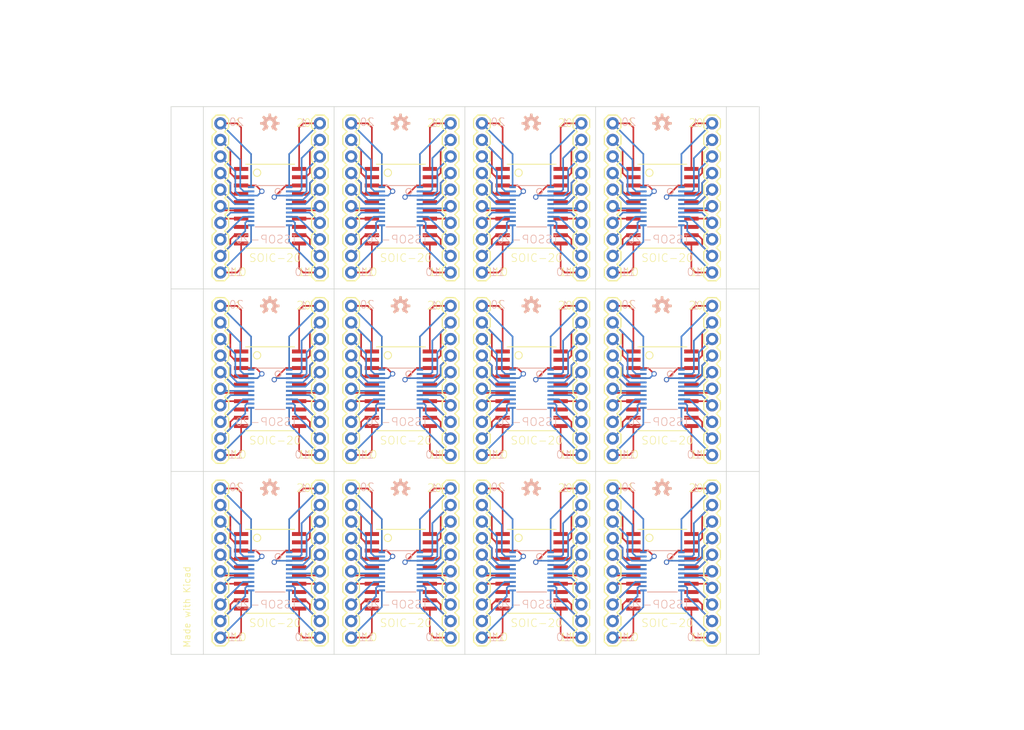
<source format=kicad_pcb>
(kicad_pcb (version 20171130) (host pcbnew 5.1.5-5.1.5)
  (layers (0 Top signal) (31 Bottom signal) (34 B.Paste user) (35 F.Paste user) (36 B.SilkS user) (37 F.SilkS user) (38 B.Mask user) (39 F.Mask user) (44 Edge.Cuts user))
  (net 0 "")
  (net 1 "Net-(JP2-Pad10)")
  (net 2 "Net-(JP2-Pad9)")
  (net 3 "Net-(JP2-Pad8)")
  (net 4 "Net-(JP2-Pad7)")
  (net 5 "Net-(JP2-Pad6)")
  (net 6 "Net-(JP2-Pad5)")
  (net 7 "Net-(JP2-Pad4)")
  (net 8 "Net-(JP2-Pad3)")
  (net 9 "Net-(JP2-Pad2)")
  (net 10 "Net-(JP2-Pad1)")
  (net 11 "Net-(JP1-Pad1)")
  (net 12 "Net-(JP1-Pad2)")
  (net 13 "Net-(JP1-Pad3)")
  (net 14 "Net-(JP1-Pad4)")
  (net 15 "Net-(JP1-Pad5)")
  (net 16 "Net-(JP1-Pad6)")
  (net 17 "Net-(JP1-Pad7)")
  (net 18 "Net-(JP1-Pad8)")
  (net 19 "Net-(JP1-Pad9)")
  (net 20 "Net-(JP1-Pad10)")
  (module SOIC20-TSSOP20:OSHW-LOGO-S (layer Bottom) (at 208.735306 149.528604 180)
    (fp_text reference U$4 hide)
    (fp_text value "" hide)
  )
  (module SOIC20-TSSOP20:OSHW-LOGO-S (layer Bottom) (at 208.735306 121.548602 180)
    (fp_text reference U$4 hide)
    (fp_text value "" hide)
  )
  (module SOIC20-TSSOP20:OSHW-LOGO-S (layer Bottom) (at 208.735306 93.5686 180)
    (fp_text reference U$4 hide)
    (fp_text value "" hide)
  )
  (module SOIC20-TSSOP20:OSHW-LOGO-S (layer Bottom) (at 188.695304 149.528604 180)
    (fp_text reference U$4 hide)
    (fp_text value "" hide)
  )
  (module SOIC20-TSSOP20:OSHW-LOGO-S (layer Bottom) (at 188.695304 121.548602 180)
    (fp_text reference U$4 hide)
    (fp_text value "" hide)
  )
  (module SOIC20-TSSOP20:OSHW-LOGO-S (layer Bottom) (at 188.695304 93.5686 180)
    (fp_text reference U$4 hide)
    (fp_text value "" hide)
  )
  (module SOIC20-TSSOP20:OSHW-LOGO-S (layer Bottom) (at 168.655302 149.528604 180)
    (fp_text reference U$4 hide)
    (fp_text value "" hide)
  )
  (module SOIC20-TSSOP20:OSHW-LOGO-S (layer Bottom) (at 168.655302 121.548602 180)
    (fp_text reference U$4 hide)
    (fp_text value "" hide)
  )
  (module SOIC20-TSSOP20:OSHW-LOGO-S (layer Bottom) (at 168.655302 93.5686 180)
    (fp_text reference U$4 hide)
    (fp_text value "" hide)
  )
  (module SOIC20-TSSOP20:OSHW-LOGO-S (layer Bottom) (at 148.6153 149.528604 180)
    (fp_text reference U$4 hide)
    (fp_text value "" hide)
  )
  (module SOIC20-TSSOP20:OSHW-LOGO-S (layer Bottom) (at 148.6153 121.548602 180)
    (fp_text reference U$4 hide)
    (fp_text value "" hide)
  )
  (module SOIC20-TSSOP20:OSHW-LOGO-S (layer Top) (at 208.735306 149.528604)
    (fp_text reference U$3 hide)
    (fp_text value "" hide)
  )
  (module SOIC20-TSSOP20:OSHW-LOGO-S (layer Top) (at 208.735306 121.548602)
    (fp_text reference U$3 hide)
    (fp_text value "" hide)
  )
  (module SOIC20-TSSOP20:OSHW-LOGO-S (layer Top) (at 208.735306 93.5686)
    (fp_text reference U$3 hide)
    (fp_text value "" hide)
  )
  (module SOIC20-TSSOP20:OSHW-LOGO-S (layer Top) (at 188.695304 149.528604)
    (fp_text reference U$3 hide)
    (fp_text value "" hide)
  )
  (module SOIC20-TSSOP20:OSHW-LOGO-S (layer Top) (at 188.695304 121.548602)
    (fp_text reference U$3 hide)
    (fp_text value "" hide)
  )
  (module SOIC20-TSSOP20:OSHW-LOGO-S (layer Top) (at 188.695304 93.5686)
    (fp_text reference U$3 hide)
    (fp_text value "" hide)
  )
  (module SOIC20-TSSOP20:OSHW-LOGO-S (layer Top) (at 168.655302 149.528604)
    (fp_text reference U$3 hide)
    (fp_text value "" hide)
  )
  (module SOIC20-TSSOP20:OSHW-LOGO-S (layer Top) (at 168.655302 121.548602)
    (fp_text reference U$3 hide)
    (fp_text value "" hide)
  )
  (module SOIC20-TSSOP20:OSHW-LOGO-S (layer Top) (at 168.655302 93.5686)
    (fp_text reference U$3 hide)
    (fp_text value "" hide)
  )
  (module SOIC20-TSSOP20:OSHW-LOGO-S (layer Top) (at 148.6153 149.528604)
    (fp_text reference U$3 hide)
    (fp_text value "" hide)
  )
  (module SOIC20-TSSOP20:OSHW-LOGO-S (layer Top) (at 148.6153 121.548602)
    (fp_text reference U$3 hide)
    (fp_text value "" hide)
  )
  (module SOIC20-TSSOP20:TSSOP20 (layer Bottom) (at 208.786106 162.228604 270)
    (fp_text reference U$2 hide)
    (fp_text value TSSOP-20 hide)
    (pad 1 smd rect (at -2.925 -2.9178 270) (size 0.3048 0.9906) (layers Bottom B.Paste B.Mask) (net 1 "Net-(JP2-Pad10)"))
    (pad 2 smd rect (at -2.275 -2.9178 270) (size 0.3048 0.9906) (layers Bottom B.Paste B.Mask) (net 2 "Net-(JP2-Pad9)"))
    (pad 3 smd rect (at -1.625 -2.9178 270) (size 0.3048 0.9906) (layers Bottom B.Paste B.Mask) (net 3 "Net-(JP2-Pad8)"))
    (pad 4 smd rect (at -0.975 -2.9178 270) (size 0.3048 0.9906) (layers Bottom B.Paste B.Mask) (net 4 "Net-(JP2-Pad7)"))
    (pad 5 smd rect (at -0.325 -2.9178 270) (size 0.3048 0.9906) (layers Bottom B.Paste B.Mask) (net 5 "Net-(JP2-Pad6)"))
    (pad 6 smd rect (at 0.325 -2.9178 270) (size 0.3048 0.9906) (layers Bottom B.Paste B.Mask) (net 6 "Net-(JP2-Pad5)"))
    (pad 7 smd rect (at 0.975 -2.9178 270) (size 0.3048 0.9906) (layers Bottom B.Paste B.Mask) (net 7 "Net-(JP2-Pad4)"))
    (pad 8 smd rect (at 1.625 -2.9178 270) (size 0.3048 0.9906) (layers Bottom B.Paste B.Mask) (net 8 "Net-(JP2-Pad3)"))
    (pad 13 smd rect (at 1.625 2.9178 270) (size 0.3048 0.9906) (layers Bottom B.Paste B.Mask) (net 13 "Net-(JP1-Pad3)"))
    (pad 14 smd rect (at 0.975 2.9178 270) (size 0.3048 0.9906) (layers Bottom B.Paste B.Mask) (net 14 "Net-(JP1-Pad4)"))
    (pad 15 smd rect (at 0.325 2.9178 270) (size 0.3048 0.9906) (layers Bottom B.Paste B.Mask) (net 15 "Net-(JP1-Pad5)"))
    (pad 16 smd rect (at -0.325 2.9178 270) (size 0.3048 0.9906) (layers Bottom B.Paste B.Mask) (net 16 "Net-(JP1-Pad6)"))
    (pad 17 smd rect (at -0.975 2.9178 270) (size 0.3048 0.9906) (layers Bottom B.Paste B.Mask) (net 17 "Net-(JP1-Pad7)"))
    (pad 18 smd rect (at -1.625 2.9178 270) (size 0.3048 0.9906) (layers Bottom B.Paste B.Mask) (net 18 "Net-(JP1-Pad8)"))
    (pad 19 smd rect (at -2.275 2.9178 270) (size 0.3048 0.9906) (layers Bottom B.Paste B.Mask) (net 19 "Net-(JP1-Pad9)"))
    (pad 20 smd rect (at -2.925 2.9178 270) (size 0.3048 0.9906) (layers Bottom B.Paste B.Mask) (net 20 "Net-(JP1-Pad10)"))
    (pad 9 smd rect (at 2.275 -2.9178 270) (size 0.3048 0.9906) (layers Bottom B.Paste B.Mask) (net 9 "Net-(JP2-Pad2)"))
    (pad 10 smd rect (at 2.925 -2.9178 270) (size 0.3048 0.9906) (layers Bottom B.Paste B.Mask) (net 10 "Net-(JP2-Pad1)"))
    (pad 12 smd rect (at 2.275 2.9178 270) (size 0.3048 0.9906) (layers Bottom B.Paste B.Mask) (net 12 "Net-(JP1-Pad2)"))
    (pad 11 smd rect (at 2.925 2.9178 270) (size 0.3048 0.9906) (layers Bottom B.Paste B.Mask) (net 11 "Net-(JP1-Pad1)"))
  )
  (module SOIC20-TSSOP20:TSSOP20 (layer Bottom) (at 208.786106 134.248602 270)
    (fp_text reference U$2 hide)
    (fp_text value TSSOP-20 hide)
    (pad 1 smd rect (at -2.925 -2.9178 270) (size 0.3048 0.9906) (layers Bottom B.Paste B.Mask) (net 1 "Net-(JP2-Pad10)"))
    (pad 2 smd rect (at -2.275 -2.9178 270) (size 0.3048 0.9906) (layers Bottom B.Paste B.Mask) (net 2 "Net-(JP2-Pad9)"))
    (pad 3 smd rect (at -1.625 -2.9178 270) (size 0.3048 0.9906) (layers Bottom B.Paste B.Mask) (net 3 "Net-(JP2-Pad8)"))
    (pad 4 smd rect (at -0.975 -2.9178 270) (size 0.3048 0.9906) (layers Bottom B.Paste B.Mask) (net 4 "Net-(JP2-Pad7)"))
    (pad 5 smd rect (at -0.325 -2.9178 270) (size 0.3048 0.9906) (layers Bottom B.Paste B.Mask) (net 5 "Net-(JP2-Pad6)"))
    (pad 6 smd rect (at 0.325 -2.9178 270) (size 0.3048 0.9906) (layers Bottom B.Paste B.Mask) (net 6 "Net-(JP2-Pad5)"))
    (pad 7 smd rect (at 0.975 -2.9178 270) (size 0.3048 0.9906) (layers Bottom B.Paste B.Mask) (net 7 "Net-(JP2-Pad4)"))
    (pad 8 smd rect (at 1.625 -2.9178 270) (size 0.3048 0.9906) (layers Bottom B.Paste B.Mask) (net 8 "Net-(JP2-Pad3)"))
    (pad 13 smd rect (at 1.625 2.9178 270) (size 0.3048 0.9906) (layers Bottom B.Paste B.Mask) (net 13 "Net-(JP1-Pad3)"))
    (pad 14 smd rect (at 0.975 2.9178 270) (size 0.3048 0.9906) (layers Bottom B.Paste B.Mask) (net 14 "Net-(JP1-Pad4)"))
    (pad 15 smd rect (at 0.325 2.9178 270) (size 0.3048 0.9906) (layers Bottom B.Paste B.Mask) (net 15 "Net-(JP1-Pad5)"))
    (pad 16 smd rect (at -0.325 2.9178 270) (size 0.3048 0.9906) (layers Bottom B.Paste B.Mask) (net 16 "Net-(JP1-Pad6)"))
    (pad 17 smd rect (at -0.975 2.9178 270) (size 0.3048 0.9906) (layers Bottom B.Paste B.Mask) (net 17 "Net-(JP1-Pad7)"))
    (pad 18 smd rect (at -1.625 2.9178 270) (size 0.3048 0.9906) (layers Bottom B.Paste B.Mask) (net 18 "Net-(JP1-Pad8)"))
    (pad 19 smd rect (at -2.275 2.9178 270) (size 0.3048 0.9906) (layers Bottom B.Paste B.Mask) (net 19 "Net-(JP1-Pad9)"))
    (pad 20 smd rect (at -2.925 2.9178 270) (size 0.3048 0.9906) (layers Bottom B.Paste B.Mask) (net 20 "Net-(JP1-Pad10)"))
    (pad 9 smd rect (at 2.275 -2.9178 270) (size 0.3048 0.9906) (layers Bottom B.Paste B.Mask) (net 9 "Net-(JP2-Pad2)"))
    (pad 10 smd rect (at 2.925 -2.9178 270) (size 0.3048 0.9906) (layers Bottom B.Paste B.Mask) (net 10 "Net-(JP2-Pad1)"))
    (pad 12 smd rect (at 2.275 2.9178 270) (size 0.3048 0.9906) (layers Bottom B.Paste B.Mask) (net 12 "Net-(JP1-Pad2)"))
    (pad 11 smd rect (at 2.925 2.9178 270) (size 0.3048 0.9906) (layers Bottom B.Paste B.Mask) (net 11 "Net-(JP1-Pad1)"))
  )
  (module SOIC20-TSSOP20:TSSOP20 (layer Bottom) (at 208.786106 106.2686 270)
    (fp_text reference U$2 hide)
    (fp_text value TSSOP-20 hide)
    (pad 1 smd rect (at -2.925 -2.9178 270) (size 0.3048 0.9906) (layers Bottom B.Paste B.Mask) (net 1 "Net-(JP2-Pad10)"))
    (pad 2 smd rect (at -2.275 -2.9178 270) (size 0.3048 0.9906) (layers Bottom B.Paste B.Mask) (net 2 "Net-(JP2-Pad9)"))
    (pad 3 smd rect (at -1.625 -2.9178 270) (size 0.3048 0.9906) (layers Bottom B.Paste B.Mask) (net 3 "Net-(JP2-Pad8)"))
    (pad 4 smd rect (at -0.975 -2.9178 270) (size 0.3048 0.9906) (layers Bottom B.Paste B.Mask) (net 4 "Net-(JP2-Pad7)"))
    (pad 5 smd rect (at -0.325 -2.9178 270) (size 0.3048 0.9906) (layers Bottom B.Paste B.Mask) (net 5 "Net-(JP2-Pad6)"))
    (pad 6 smd rect (at 0.325 -2.9178 270) (size 0.3048 0.9906) (layers Bottom B.Paste B.Mask) (net 6 "Net-(JP2-Pad5)"))
    (pad 7 smd rect (at 0.975 -2.9178 270) (size 0.3048 0.9906) (layers Bottom B.Paste B.Mask) (net 7 "Net-(JP2-Pad4)"))
    (pad 8 smd rect (at 1.625 -2.9178 270) (size 0.3048 0.9906) (layers Bottom B.Paste B.Mask) (net 8 "Net-(JP2-Pad3)"))
    (pad 13 smd rect (at 1.625 2.9178 270) (size 0.3048 0.9906) (layers Bottom B.Paste B.Mask) (net 13 "Net-(JP1-Pad3)"))
    (pad 14 smd rect (at 0.975 2.9178 270) (size 0.3048 0.9906) (layers Bottom B.Paste B.Mask) (net 14 "Net-(JP1-Pad4)"))
    (pad 15 smd rect (at 0.325 2.9178 270) (size 0.3048 0.9906) (layers Bottom B.Paste B.Mask) (net 15 "Net-(JP1-Pad5)"))
    (pad 16 smd rect (at -0.325 2.9178 270) (size 0.3048 0.9906) (layers Bottom B.Paste B.Mask) (net 16 "Net-(JP1-Pad6)"))
    (pad 17 smd rect (at -0.975 2.9178 270) (size 0.3048 0.9906) (layers Bottom B.Paste B.Mask) (net 17 "Net-(JP1-Pad7)"))
    (pad 18 smd rect (at -1.625 2.9178 270) (size 0.3048 0.9906) (layers Bottom B.Paste B.Mask) (net 18 "Net-(JP1-Pad8)"))
    (pad 19 smd rect (at -2.275 2.9178 270) (size 0.3048 0.9906) (layers Bottom B.Paste B.Mask) (net 19 "Net-(JP1-Pad9)"))
    (pad 20 smd rect (at -2.925 2.9178 270) (size 0.3048 0.9906) (layers Bottom B.Paste B.Mask) (net 20 "Net-(JP1-Pad10)"))
    (pad 9 smd rect (at 2.275 -2.9178 270) (size 0.3048 0.9906) (layers Bottom B.Paste B.Mask) (net 9 "Net-(JP2-Pad2)"))
    (pad 10 smd rect (at 2.925 -2.9178 270) (size 0.3048 0.9906) (layers Bottom B.Paste B.Mask) (net 10 "Net-(JP2-Pad1)"))
    (pad 12 smd rect (at 2.275 2.9178 270) (size 0.3048 0.9906) (layers Bottom B.Paste B.Mask) (net 12 "Net-(JP1-Pad2)"))
    (pad 11 smd rect (at 2.925 2.9178 270) (size 0.3048 0.9906) (layers Bottom B.Paste B.Mask) (net 11 "Net-(JP1-Pad1)"))
  )
  (module SOIC20-TSSOP20:TSSOP20 (layer Bottom) (at 188.746104 162.228604 270)
    (fp_text reference U$2 hide)
    (fp_text value TSSOP-20 hide)
    (pad 1 smd rect (at -2.925 -2.9178 270) (size 0.3048 0.9906) (layers Bottom B.Paste B.Mask) (net 1 "Net-(JP2-Pad10)"))
    (pad 2 smd rect (at -2.275 -2.9178 270) (size 0.3048 0.9906) (layers Bottom B.Paste B.Mask) (net 2 "Net-(JP2-Pad9)"))
    (pad 3 smd rect (at -1.625 -2.9178 270) (size 0.3048 0.9906) (layers Bottom B.Paste B.Mask) (net 3 "Net-(JP2-Pad8)"))
    (pad 4 smd rect (at -0.975 -2.9178 270) (size 0.3048 0.9906) (layers Bottom B.Paste B.Mask) (net 4 "Net-(JP2-Pad7)"))
    (pad 5 smd rect (at -0.325 -2.9178 270) (size 0.3048 0.9906) (layers Bottom B.Paste B.Mask) (net 5 "Net-(JP2-Pad6)"))
    (pad 6 smd rect (at 0.325 -2.9178 270) (size 0.3048 0.9906) (layers Bottom B.Paste B.Mask) (net 6 "Net-(JP2-Pad5)"))
    (pad 7 smd rect (at 0.975 -2.9178 270) (size 0.3048 0.9906) (layers Bottom B.Paste B.Mask) (net 7 "Net-(JP2-Pad4)"))
    (pad 8 smd rect (at 1.625 -2.9178 270) (size 0.3048 0.9906) (layers Bottom B.Paste B.Mask) (net 8 "Net-(JP2-Pad3)"))
    (pad 13 smd rect (at 1.625 2.9178 270) (size 0.3048 0.9906) (layers Bottom B.Paste B.Mask) (net 13 "Net-(JP1-Pad3)"))
    (pad 14 smd rect (at 0.975 2.9178 270) (size 0.3048 0.9906) (layers Bottom B.Paste B.Mask) (net 14 "Net-(JP1-Pad4)"))
    (pad 15 smd rect (at 0.325 2.9178 270) (size 0.3048 0.9906) (layers Bottom B.Paste B.Mask) (net 15 "Net-(JP1-Pad5)"))
    (pad 16 smd rect (at -0.325 2.9178 270) (size 0.3048 0.9906) (layers Bottom B.Paste B.Mask) (net 16 "Net-(JP1-Pad6)"))
    (pad 17 smd rect (at -0.975 2.9178 270) (size 0.3048 0.9906) (layers Bottom B.Paste B.Mask) (net 17 "Net-(JP1-Pad7)"))
    (pad 18 smd rect (at -1.625 2.9178 270) (size 0.3048 0.9906) (layers Bottom B.Paste B.Mask) (net 18 "Net-(JP1-Pad8)"))
    (pad 19 smd rect (at -2.275 2.9178 270) (size 0.3048 0.9906) (layers Bottom B.Paste B.Mask) (net 19 "Net-(JP1-Pad9)"))
    (pad 20 smd rect (at -2.925 2.9178 270) (size 0.3048 0.9906) (layers Bottom B.Paste B.Mask) (net 20 "Net-(JP1-Pad10)"))
    (pad 9 smd rect (at 2.275 -2.9178 270) (size 0.3048 0.9906) (layers Bottom B.Paste B.Mask) (net 9 "Net-(JP2-Pad2)"))
    (pad 10 smd rect (at 2.925 -2.9178 270) (size 0.3048 0.9906) (layers Bottom B.Paste B.Mask) (net 10 "Net-(JP2-Pad1)"))
    (pad 12 smd rect (at 2.275 2.9178 270) (size 0.3048 0.9906) (layers Bottom B.Paste B.Mask) (net 12 "Net-(JP1-Pad2)"))
    (pad 11 smd rect (at 2.925 2.9178 270) (size 0.3048 0.9906) (layers Bottom B.Paste B.Mask) (net 11 "Net-(JP1-Pad1)"))
  )
  (module SOIC20-TSSOP20:TSSOP20 (layer Bottom) (at 188.746104 134.248602 270)
    (fp_text reference U$2 hide)
    (fp_text value TSSOP-20 hide)
    (pad 1 smd rect (at -2.925 -2.9178 270) (size 0.3048 0.9906) (layers Bottom B.Paste B.Mask) (net 1 "Net-(JP2-Pad10)"))
    (pad 2 smd rect (at -2.275 -2.9178 270) (size 0.3048 0.9906) (layers Bottom B.Paste B.Mask) (net 2 "Net-(JP2-Pad9)"))
    (pad 3 smd rect (at -1.625 -2.9178 270) (size 0.3048 0.9906) (layers Bottom B.Paste B.Mask) (net 3 "Net-(JP2-Pad8)"))
    (pad 4 smd rect (at -0.975 -2.9178 270) (size 0.3048 0.9906) (layers Bottom B.Paste B.Mask) (net 4 "Net-(JP2-Pad7)"))
    (pad 5 smd rect (at -0.325 -2.9178 270) (size 0.3048 0.9906) (layers Bottom B.Paste B.Mask) (net 5 "Net-(JP2-Pad6)"))
    (pad 6 smd rect (at 0.325 -2.9178 270) (size 0.3048 0.9906) (layers Bottom B.Paste B.Mask) (net 6 "Net-(JP2-Pad5)"))
    (pad 7 smd rect (at 0.975 -2.9178 270) (size 0.3048 0.9906) (layers Bottom B.Paste B.Mask) (net 7 "Net-(JP2-Pad4)"))
    (pad 8 smd rect (at 1.625 -2.9178 270) (size 0.3048 0.9906) (layers Bottom B.Paste B.Mask) (net 8 "Net-(JP2-Pad3)"))
    (pad 13 smd rect (at 1.625 2.9178 270) (size 0.3048 0.9906) (layers Bottom B.Paste B.Mask) (net 13 "Net-(JP1-Pad3)"))
    (pad 14 smd rect (at 0.975 2.9178 270) (size 0.3048 0.9906) (layers Bottom B.Paste B.Mask) (net 14 "Net-(JP1-Pad4)"))
    (pad 15 smd rect (at 0.325 2.9178 270) (size 0.3048 0.9906) (layers Bottom B.Paste B.Mask) (net 15 "Net-(JP1-Pad5)"))
    (pad 16 smd rect (at -0.325 2.9178 270) (size 0.3048 0.9906) (layers Bottom B.Paste B.Mask) (net 16 "Net-(JP1-Pad6)"))
    (pad 17 smd rect (at -0.975 2.9178 270) (size 0.3048 0.9906) (layers Bottom B.Paste B.Mask) (net 17 "Net-(JP1-Pad7)"))
    (pad 18 smd rect (at -1.625 2.9178 270) (size 0.3048 0.9906) (layers Bottom B.Paste B.Mask) (net 18 "Net-(JP1-Pad8)"))
    (pad 19 smd rect (at -2.275 2.9178 270) (size 0.3048 0.9906) (layers Bottom B.Paste B.Mask) (net 19 "Net-(JP1-Pad9)"))
    (pad 20 smd rect (at -2.925 2.9178 270) (size 0.3048 0.9906) (layers Bottom B.Paste B.Mask) (net 20 "Net-(JP1-Pad10)"))
    (pad 9 smd rect (at 2.275 -2.9178 270) (size 0.3048 0.9906) (layers Bottom B.Paste B.Mask) (net 9 "Net-(JP2-Pad2)"))
    (pad 10 smd rect (at 2.925 -2.9178 270) (size 0.3048 0.9906) (layers Bottom B.Paste B.Mask) (net 10 "Net-(JP2-Pad1)"))
    (pad 12 smd rect (at 2.275 2.9178 270) (size 0.3048 0.9906) (layers Bottom B.Paste B.Mask) (net 12 "Net-(JP1-Pad2)"))
    (pad 11 smd rect (at 2.925 2.9178 270) (size 0.3048 0.9906) (layers Bottom B.Paste B.Mask) (net 11 "Net-(JP1-Pad1)"))
  )
  (module SOIC20-TSSOP20:TSSOP20 (layer Bottom) (at 188.746104 106.2686 270)
    (fp_text reference U$2 hide)
    (fp_text value TSSOP-20 hide)
    (pad 1 smd rect (at -2.925 -2.9178 270) (size 0.3048 0.9906) (layers Bottom B.Paste B.Mask) (net 1 "Net-(JP2-Pad10)"))
    (pad 2 smd rect (at -2.275 -2.9178 270) (size 0.3048 0.9906) (layers Bottom B.Paste B.Mask) (net 2 "Net-(JP2-Pad9)"))
    (pad 3 smd rect (at -1.625 -2.9178 270) (size 0.3048 0.9906) (layers Bottom B.Paste B.Mask) (net 3 "Net-(JP2-Pad8)"))
    (pad 4 smd rect (at -0.975 -2.9178 270) (size 0.3048 0.9906) (layers Bottom B.Paste B.Mask) (net 4 "Net-(JP2-Pad7)"))
    (pad 5 smd rect (at -0.325 -2.9178 270) (size 0.3048 0.9906) (layers Bottom B.Paste B.Mask) (net 5 "Net-(JP2-Pad6)"))
    (pad 6 smd rect (at 0.325 -2.9178 270) (size 0.3048 0.9906) (layers Bottom B.Paste B.Mask) (net 6 "Net-(JP2-Pad5)"))
    (pad 7 smd rect (at 0.975 -2.9178 270) (size 0.3048 0.9906) (layers Bottom B.Paste B.Mask) (net 7 "Net-(JP2-Pad4)"))
    (pad 8 smd rect (at 1.625 -2.9178 270) (size 0.3048 0.9906) (layers Bottom B.Paste B.Mask) (net 8 "Net-(JP2-Pad3)"))
    (pad 13 smd rect (at 1.625 2.9178 270) (size 0.3048 0.9906) (layers Bottom B.Paste B.Mask) (net 13 "Net-(JP1-Pad3)"))
    (pad 14 smd rect (at 0.975 2.9178 270) (size 0.3048 0.9906) (layers Bottom B.Paste B.Mask) (net 14 "Net-(JP1-Pad4)"))
    (pad 15 smd rect (at 0.325 2.9178 270) (size 0.3048 0.9906) (layers Bottom B.Paste B.Mask) (net 15 "Net-(JP1-Pad5)"))
    (pad 16 smd rect (at -0.325 2.9178 270) (size 0.3048 0.9906) (layers Bottom B.Paste B.Mask) (net 16 "Net-(JP1-Pad6)"))
    (pad 17 smd rect (at -0.975 2.9178 270) (size 0.3048 0.9906) (layers Bottom B.Paste B.Mask) (net 17 "Net-(JP1-Pad7)"))
    (pad 18 smd rect (at -1.625 2.9178 270) (size 0.3048 0.9906) (layers Bottom B.Paste B.Mask) (net 18 "Net-(JP1-Pad8)"))
    (pad 19 smd rect (at -2.275 2.9178 270) (size 0.3048 0.9906) (layers Bottom B.Paste B.Mask) (net 19 "Net-(JP1-Pad9)"))
    (pad 20 smd rect (at -2.925 2.9178 270) (size 0.3048 0.9906) (layers Bottom B.Paste B.Mask) (net 20 "Net-(JP1-Pad10)"))
    (pad 9 smd rect (at 2.275 -2.9178 270) (size 0.3048 0.9906) (layers Bottom B.Paste B.Mask) (net 9 "Net-(JP2-Pad2)"))
    (pad 10 smd rect (at 2.925 -2.9178 270) (size 0.3048 0.9906) (layers Bottom B.Paste B.Mask) (net 10 "Net-(JP2-Pad1)"))
    (pad 12 smd rect (at 2.275 2.9178 270) (size 0.3048 0.9906) (layers Bottom B.Paste B.Mask) (net 12 "Net-(JP1-Pad2)"))
    (pad 11 smd rect (at 2.925 2.9178 270) (size 0.3048 0.9906) (layers Bottom B.Paste B.Mask) (net 11 "Net-(JP1-Pad1)"))
  )
  (module SOIC20-TSSOP20:TSSOP20 (layer Bottom) (at 168.706102 162.228604 270)
    (fp_text reference U$2 hide)
    (fp_text value TSSOP-20 hide)
    (pad 1 smd rect (at -2.925 -2.9178 270) (size 0.3048 0.9906) (layers Bottom B.Paste B.Mask) (net 1 "Net-(JP2-Pad10)"))
    (pad 2 smd rect (at -2.275 -2.9178 270) (size 0.3048 0.9906) (layers Bottom B.Paste B.Mask) (net 2 "Net-(JP2-Pad9)"))
    (pad 3 smd rect (at -1.625 -2.9178 270) (size 0.3048 0.9906) (layers Bottom B.Paste B.Mask) (net 3 "Net-(JP2-Pad8)"))
    (pad 4 smd rect (at -0.975 -2.9178 270) (size 0.3048 0.9906) (layers Bottom B.Paste B.Mask) (net 4 "Net-(JP2-Pad7)"))
    (pad 5 smd rect (at -0.325 -2.9178 270) (size 0.3048 0.9906) (layers Bottom B.Paste B.Mask) (net 5 "Net-(JP2-Pad6)"))
    (pad 6 smd rect (at 0.325 -2.9178 270) (size 0.3048 0.9906) (layers Bottom B.Paste B.Mask) (net 6 "Net-(JP2-Pad5)"))
    (pad 7 smd rect (at 0.975 -2.9178 270) (size 0.3048 0.9906) (layers Bottom B.Paste B.Mask) (net 7 "Net-(JP2-Pad4)"))
    (pad 8 smd rect (at 1.625 -2.9178 270) (size 0.3048 0.9906) (layers Bottom B.Paste B.Mask) (net 8 "Net-(JP2-Pad3)"))
    (pad 13 smd rect (at 1.625 2.9178 270) (size 0.3048 0.9906) (layers Bottom B.Paste B.Mask) (net 13 "Net-(JP1-Pad3)"))
    (pad 14 smd rect (at 0.975 2.9178 270) (size 0.3048 0.9906) (layers Bottom B.Paste B.Mask) (net 14 "Net-(JP1-Pad4)"))
    (pad 15 smd rect (at 0.325 2.9178 270) (size 0.3048 0.9906) (layers Bottom B.Paste B.Mask) (net 15 "Net-(JP1-Pad5)"))
    (pad 16 smd rect (at -0.325 2.9178 270) (size 0.3048 0.9906) (layers Bottom B.Paste B.Mask) (net 16 "Net-(JP1-Pad6)"))
    (pad 17 smd rect (at -0.975 2.9178 270) (size 0.3048 0.9906) (layers Bottom B.Paste B.Mask) (net 17 "Net-(JP1-Pad7)"))
    (pad 18 smd rect (at -1.625 2.9178 270) (size 0.3048 0.9906) (layers Bottom B.Paste B.Mask) (net 18 "Net-(JP1-Pad8)"))
    (pad 19 smd rect (at -2.275 2.9178 270) (size 0.3048 0.9906) (layers Bottom B.Paste B.Mask) (net 19 "Net-(JP1-Pad9)"))
    (pad 20 smd rect (at -2.925 2.9178 270) (size 0.3048 0.9906) (layers Bottom B.Paste B.Mask) (net 20 "Net-(JP1-Pad10)"))
    (pad 9 smd rect (at 2.275 -2.9178 270) (size 0.3048 0.9906) (layers Bottom B.Paste B.Mask) (net 9 "Net-(JP2-Pad2)"))
    (pad 10 smd rect (at 2.925 -2.9178 270) (size 0.3048 0.9906) (layers Bottom B.Paste B.Mask) (net 10 "Net-(JP2-Pad1)"))
    (pad 12 smd rect (at 2.275 2.9178 270) (size 0.3048 0.9906) (layers Bottom B.Paste B.Mask) (net 12 "Net-(JP1-Pad2)"))
    (pad 11 smd rect (at 2.925 2.9178 270) (size 0.3048 0.9906) (layers Bottom B.Paste B.Mask) (net 11 "Net-(JP1-Pad1)"))
  )
  (module SOIC20-TSSOP20:TSSOP20 (layer Bottom) (at 168.706102 134.248602 270)
    (fp_text reference U$2 hide)
    (fp_text value TSSOP-20 hide)
    (pad 1 smd rect (at -2.925 -2.9178 270) (size 0.3048 0.9906) (layers Bottom B.Paste B.Mask) (net 1 "Net-(JP2-Pad10)"))
    (pad 2 smd rect (at -2.275 -2.9178 270) (size 0.3048 0.9906) (layers Bottom B.Paste B.Mask) (net 2 "Net-(JP2-Pad9)"))
    (pad 3 smd rect (at -1.625 -2.9178 270) (size 0.3048 0.9906) (layers Bottom B.Paste B.Mask) (net 3 "Net-(JP2-Pad8)"))
    (pad 4 smd rect (at -0.975 -2.9178 270) (size 0.3048 0.9906) (layers Bottom B.Paste B.Mask) (net 4 "Net-(JP2-Pad7)"))
    (pad 5 smd rect (at -0.325 -2.9178 270) (size 0.3048 0.9906) (layers Bottom B.Paste B.Mask) (net 5 "Net-(JP2-Pad6)"))
    (pad 6 smd rect (at 0.325 -2.9178 270) (size 0.3048 0.9906) (layers Bottom B.Paste B.Mask) (net 6 "Net-(JP2-Pad5)"))
    (pad 7 smd rect (at 0.975 -2.9178 270) (size 0.3048 0.9906) (layers Bottom B.Paste B.Mask) (net 7 "Net-(JP2-Pad4)"))
    (pad 8 smd rect (at 1.625 -2.9178 270) (size 0.3048 0.9906) (layers Bottom B.Paste B.Mask) (net 8 "Net-(JP2-Pad3)"))
    (pad 13 smd rect (at 1.625 2.9178 270) (size 0.3048 0.9906) (layers Bottom B.Paste B.Mask) (net 13 "Net-(JP1-Pad3)"))
    (pad 14 smd rect (at 0.975 2.9178 270) (size 0.3048 0.9906) (layers Bottom B.Paste B.Mask) (net 14 "Net-(JP1-Pad4)"))
    (pad 15 smd rect (at 0.325 2.9178 270) (size 0.3048 0.9906) (layers Bottom B.Paste B.Mask) (net 15 "Net-(JP1-Pad5)"))
    (pad 16 smd rect (at -0.325 2.9178 270) (size 0.3048 0.9906) (layers Bottom B.Paste B.Mask) (net 16 "Net-(JP1-Pad6)"))
    (pad 17 smd rect (at -0.975 2.9178 270) (size 0.3048 0.9906) (layers Bottom B.Paste B.Mask) (net 17 "Net-(JP1-Pad7)"))
    (pad 18 smd rect (at -1.625 2.9178 270) (size 0.3048 0.9906) (layers Bottom B.Paste B.Mask) (net 18 "Net-(JP1-Pad8)"))
    (pad 19 smd rect (at -2.275 2.9178 270) (size 0.3048 0.9906) (layers Bottom B.Paste B.Mask) (net 19 "Net-(JP1-Pad9)"))
    (pad 20 smd rect (at -2.925 2.9178 270) (size 0.3048 0.9906) (layers Bottom B.Paste B.Mask) (net 20 "Net-(JP1-Pad10)"))
    (pad 9 smd rect (at 2.275 -2.9178 270) (size 0.3048 0.9906) (layers Bottom B.Paste B.Mask) (net 9 "Net-(JP2-Pad2)"))
    (pad 10 smd rect (at 2.925 -2.9178 270) (size 0.3048 0.9906) (layers Bottom B.Paste B.Mask) (net 10 "Net-(JP2-Pad1)"))
    (pad 12 smd rect (at 2.275 2.9178 270) (size 0.3048 0.9906) (layers Bottom B.Paste B.Mask) (net 12 "Net-(JP1-Pad2)"))
    (pad 11 smd rect (at 2.925 2.9178 270) (size 0.3048 0.9906) (layers Bottom B.Paste B.Mask) (net 11 "Net-(JP1-Pad1)"))
  )
  (module SOIC20-TSSOP20:TSSOP20 (layer Bottom) (at 168.706102 106.2686 270)
    (fp_text reference U$2 hide)
    (fp_text value TSSOP-20 hide)
    (pad 1 smd rect (at -2.925 -2.9178 270) (size 0.3048 0.9906) (layers Bottom B.Paste B.Mask) (net 1 "Net-(JP2-Pad10)"))
    (pad 2 smd rect (at -2.275 -2.9178 270) (size 0.3048 0.9906) (layers Bottom B.Paste B.Mask) (net 2 "Net-(JP2-Pad9)"))
    (pad 3 smd rect (at -1.625 -2.9178 270) (size 0.3048 0.9906) (layers Bottom B.Paste B.Mask) (net 3 "Net-(JP2-Pad8)"))
    (pad 4 smd rect (at -0.975 -2.9178 270) (size 0.3048 0.9906) (layers Bottom B.Paste B.Mask) (net 4 "Net-(JP2-Pad7)"))
    (pad 5 smd rect (at -0.325 -2.9178 270) (size 0.3048 0.9906) (layers Bottom B.Paste B.Mask) (net 5 "Net-(JP2-Pad6)"))
    (pad 6 smd rect (at 0.325 -2.9178 270) (size 0.3048 0.9906) (layers Bottom B.Paste B.Mask) (net 6 "Net-(JP2-Pad5)"))
    (pad 7 smd rect (at 0.975 -2.9178 270) (size 0.3048 0.9906) (layers Bottom B.Paste B.Mask) (net 7 "Net-(JP2-Pad4)"))
    (pad 8 smd rect (at 1.625 -2.9178 270) (size 0.3048 0.9906) (layers Bottom B.Paste B.Mask) (net 8 "Net-(JP2-Pad3)"))
    (pad 13 smd rect (at 1.625 2.9178 270) (size 0.3048 0.9906) (layers Bottom B.Paste B.Mask) (net 13 "Net-(JP1-Pad3)"))
    (pad 14 smd rect (at 0.975 2.9178 270) (size 0.3048 0.9906) (layers Bottom B.Paste B.Mask) (net 14 "Net-(JP1-Pad4)"))
    (pad 15 smd rect (at 0.325 2.9178 270) (size 0.3048 0.9906) (layers Bottom B.Paste B.Mask) (net 15 "Net-(JP1-Pad5)"))
    (pad 16 smd rect (at -0.325 2.9178 270) (size 0.3048 0.9906) (layers Bottom B.Paste B.Mask) (net 16 "Net-(JP1-Pad6)"))
    (pad 17 smd rect (at -0.975 2.9178 270) (size 0.3048 0.9906) (layers Bottom B.Paste B.Mask) (net 17 "Net-(JP1-Pad7)"))
    (pad 18 smd rect (at -1.625 2.9178 270) (size 0.3048 0.9906) (layers Bottom B.Paste B.Mask) (net 18 "Net-(JP1-Pad8)"))
    (pad 19 smd rect (at -2.275 2.9178 270) (size 0.3048 0.9906) (layers Bottom B.Paste B.Mask) (net 19 "Net-(JP1-Pad9)"))
    (pad 20 smd rect (at -2.925 2.9178 270) (size 0.3048 0.9906) (layers Bottom B.Paste B.Mask) (net 20 "Net-(JP1-Pad10)"))
    (pad 9 smd rect (at 2.275 -2.9178 270) (size 0.3048 0.9906) (layers Bottom B.Paste B.Mask) (net 9 "Net-(JP2-Pad2)"))
    (pad 10 smd rect (at 2.925 -2.9178 270) (size 0.3048 0.9906) (layers Bottom B.Paste B.Mask) (net 10 "Net-(JP2-Pad1)"))
    (pad 12 smd rect (at 2.275 2.9178 270) (size 0.3048 0.9906) (layers Bottom B.Paste B.Mask) (net 12 "Net-(JP1-Pad2)"))
    (pad 11 smd rect (at 2.925 2.9178 270) (size 0.3048 0.9906) (layers Bottom B.Paste B.Mask) (net 11 "Net-(JP1-Pad1)"))
  )
  (module SOIC20-TSSOP20:TSSOP20 (layer Bottom) (at 148.6661 162.228604 270)
    (fp_text reference U$2 hide)
    (fp_text value TSSOP-20 hide)
    (pad 1 smd rect (at -2.925 -2.9178 270) (size 0.3048 0.9906) (layers Bottom B.Paste B.Mask) (net 1 "Net-(JP2-Pad10)"))
    (pad 2 smd rect (at -2.275 -2.9178 270) (size 0.3048 0.9906) (layers Bottom B.Paste B.Mask) (net 2 "Net-(JP2-Pad9)"))
    (pad 3 smd rect (at -1.625 -2.9178 270) (size 0.3048 0.9906) (layers Bottom B.Paste B.Mask) (net 3 "Net-(JP2-Pad8)"))
    (pad 4 smd rect (at -0.975 -2.9178 270) (size 0.3048 0.9906) (layers Bottom B.Paste B.Mask) (net 4 "Net-(JP2-Pad7)"))
    (pad 5 smd rect (at -0.325 -2.9178 270) (size 0.3048 0.9906) (layers Bottom B.Paste B.Mask) (net 5 "Net-(JP2-Pad6)"))
    (pad 6 smd rect (at 0.325 -2.9178 270) (size 0.3048 0.9906) (layers Bottom B.Paste B.Mask) (net 6 "Net-(JP2-Pad5)"))
    (pad 7 smd rect (at 0.975 -2.9178 270) (size 0.3048 0.9906) (layers Bottom B.Paste B.Mask) (net 7 "Net-(JP2-Pad4)"))
    (pad 8 smd rect (at 1.625 -2.9178 270) (size 0.3048 0.9906) (layers Bottom B.Paste B.Mask) (net 8 "Net-(JP2-Pad3)"))
    (pad 13 smd rect (at 1.625 2.9178 270) (size 0.3048 0.9906) (layers Bottom B.Paste B.Mask) (net 13 "Net-(JP1-Pad3)"))
    (pad 14 smd rect (at 0.975 2.9178 270) (size 0.3048 0.9906) (layers Bottom B.Paste B.Mask) (net 14 "Net-(JP1-Pad4)"))
    (pad 15 smd rect (at 0.325 2.9178 270) (size 0.3048 0.9906) (layers Bottom B.Paste B.Mask) (net 15 "Net-(JP1-Pad5)"))
    (pad 16 smd rect (at -0.325 2.9178 270) (size 0.3048 0.9906) (layers Bottom B.Paste B.Mask) (net 16 "Net-(JP1-Pad6)"))
    (pad 17 smd rect (at -0.975 2.9178 270) (size 0.3048 0.9906) (layers Bottom B.Paste B.Mask) (net 17 "Net-(JP1-Pad7)"))
    (pad 18 smd rect (at -1.625 2.9178 270) (size 0.3048 0.9906) (layers Bottom B.Paste B.Mask) (net 18 "Net-(JP1-Pad8)"))
    (pad 19 smd rect (at -2.275 2.9178 270) (size 0.3048 0.9906) (layers Bottom B.Paste B.Mask) (net 19 "Net-(JP1-Pad9)"))
    (pad 20 smd rect (at -2.925 2.9178 270) (size 0.3048 0.9906) (layers Bottom B.Paste B.Mask) (net 20 "Net-(JP1-Pad10)"))
    (pad 9 smd rect (at 2.275 -2.9178 270) (size 0.3048 0.9906) (layers Bottom B.Paste B.Mask) (net 9 "Net-(JP2-Pad2)"))
    (pad 10 smd rect (at 2.925 -2.9178 270) (size 0.3048 0.9906) (layers Bottom B.Paste B.Mask) (net 10 "Net-(JP2-Pad1)"))
    (pad 12 smd rect (at 2.275 2.9178 270) (size 0.3048 0.9906) (layers Bottom B.Paste B.Mask) (net 12 "Net-(JP1-Pad2)"))
    (pad 11 smd rect (at 2.925 2.9178 270) (size 0.3048 0.9906) (layers Bottom B.Paste B.Mask) (net 11 "Net-(JP1-Pad1)"))
  )
  (module SOIC20-TSSOP20:TSSOP20 (layer Bottom) (at 148.6661 134.248602 270)
    (fp_text reference U$2 hide)
    (fp_text value TSSOP-20 hide)
    (pad 1 smd rect (at -2.925 -2.9178 270) (size 0.3048 0.9906) (layers Bottom B.Paste B.Mask) (net 1 "Net-(JP2-Pad10)"))
    (pad 2 smd rect (at -2.275 -2.9178 270) (size 0.3048 0.9906) (layers Bottom B.Paste B.Mask) (net 2 "Net-(JP2-Pad9)"))
    (pad 3 smd rect (at -1.625 -2.9178 270) (size 0.3048 0.9906) (layers Bottom B.Paste B.Mask) (net 3 "Net-(JP2-Pad8)"))
    (pad 4 smd rect (at -0.975 -2.9178 270) (size 0.3048 0.9906) (layers Bottom B.Paste B.Mask) (net 4 "Net-(JP2-Pad7)"))
    (pad 5 smd rect (at -0.325 -2.9178 270) (size 0.3048 0.9906) (layers Bottom B.Paste B.Mask) (net 5 "Net-(JP2-Pad6)"))
    (pad 6 smd rect (at 0.325 -2.9178 270) (size 0.3048 0.9906) (layers Bottom B.Paste B.Mask) (net 6 "Net-(JP2-Pad5)"))
    (pad 7 smd rect (at 0.975 -2.9178 270) (size 0.3048 0.9906) (layers Bottom B.Paste B.Mask) (net 7 "Net-(JP2-Pad4)"))
    (pad 8 smd rect (at 1.625 -2.9178 270) (size 0.3048 0.9906) (layers Bottom B.Paste B.Mask) (net 8 "Net-(JP2-Pad3)"))
    (pad 13 smd rect (at 1.625 2.9178 270) (size 0.3048 0.9906) (layers Bottom B.Paste B.Mask) (net 13 "Net-(JP1-Pad3)"))
    (pad 14 smd rect (at 0.975 2.9178 270) (size 0.3048 0.9906) (layers Bottom B.Paste B.Mask) (net 14 "Net-(JP1-Pad4)"))
    (pad 15 smd rect (at 0.325 2.9178 270) (size 0.3048 0.9906) (layers Bottom B.Paste B.Mask) (net 15 "Net-(JP1-Pad5)"))
    (pad 16 smd rect (at -0.325 2.9178 270) (size 0.3048 0.9906) (layers Bottom B.Paste B.Mask) (net 16 "Net-(JP1-Pad6)"))
    (pad 17 smd rect (at -0.975 2.9178 270) (size 0.3048 0.9906) (layers Bottom B.Paste B.Mask) (net 17 "Net-(JP1-Pad7)"))
    (pad 18 smd rect (at -1.625 2.9178 270) (size 0.3048 0.9906) (layers Bottom B.Paste B.Mask) (net 18 "Net-(JP1-Pad8)"))
    (pad 19 smd rect (at -2.275 2.9178 270) (size 0.3048 0.9906) (layers Bottom B.Paste B.Mask) (net 19 "Net-(JP1-Pad9)"))
    (pad 20 smd rect (at -2.925 2.9178 270) (size 0.3048 0.9906) (layers Bottom B.Paste B.Mask) (net 20 "Net-(JP1-Pad10)"))
    (pad 9 smd rect (at 2.275 -2.9178 270) (size 0.3048 0.9906) (layers Bottom B.Paste B.Mask) (net 9 "Net-(JP2-Pad2)"))
    (pad 10 smd rect (at 2.925 -2.9178 270) (size 0.3048 0.9906) (layers Bottom B.Paste B.Mask) (net 10 "Net-(JP2-Pad1)"))
    (pad 12 smd rect (at 2.275 2.9178 270) (size 0.3048 0.9906) (layers Bottom B.Paste B.Mask) (net 12 "Net-(JP1-Pad2)"))
    (pad 11 smd rect (at 2.925 2.9178 270) (size 0.3048 0.9906) (layers Bottom B.Paste B.Mask) (net 11 "Net-(JP1-Pad1)"))
  )
  (module SOIC20-TSSOP20:SOIC-20 (layer Top) (at 208.786106 162.228604 270)
    (fp_text reference U$1 hide)
    (fp_text value SOIC-20 hide)
    (pad 1 smd rect (at -5.715 4.445) (size 2.2 0.6) (layers Top F.Paste F.Mask) (net 20 "Net-(JP1-Pad10)"))
    (pad 2 smd rect (at -4.445 4.445) (size 2.2 0.6) (layers Top F.Paste F.Mask) (net 19 "Net-(JP1-Pad9)"))
    (pad 3 smd rect (at -3.175 4.445) (size 2.2 0.6) (layers Top F.Paste F.Mask) (net 18 "Net-(JP1-Pad8)"))
    (pad 4 smd rect (at -1.905 4.445) (size 2.2 0.6) (layers Top F.Paste F.Mask) (net 17 "Net-(JP1-Pad7)"))
    (pad 5 smd rect (at -0.635 4.445) (size 2.2 0.6) (layers Top F.Paste F.Mask) (net 16 "Net-(JP1-Pad6)"))
    (pad 6 smd rect (at 0.635 4.445) (size 2.2 0.6) (layers Top F.Paste F.Mask) (net 15 "Net-(JP1-Pad5)"))
    (pad 7 smd rect (at 1.905 4.445) (size 2.2 0.6) (layers Top F.Paste F.Mask) (net 14 "Net-(JP1-Pad4)"))
    (pad 8 smd rect (at 3.175 4.445) (size 2.2 0.6) (layers Top F.Paste F.Mask) (net 13 "Net-(JP1-Pad3)"))
    (pad 9 smd rect (at 4.445 4.445) (size 2.2 0.6) (layers Top F.Paste F.Mask) (net 12 "Net-(JP1-Pad2)"))
    (pad 10 smd rect (at 5.715 4.445) (size 2.2 0.6) (layers Top F.Paste F.Mask) (net 11 "Net-(JP1-Pad1)"))
    (pad 11 smd rect (at 5.715 -4.445 180) (size 2.2 0.6) (layers Top F.Paste F.Mask) (net 10 "Net-(JP2-Pad1)"))
    (pad 12 smd rect (at 4.445 -4.445 180) (size 2.2 0.6) (layers Top F.Paste F.Mask) (net 9 "Net-(JP2-Pad2)"))
    (pad 13 smd rect (at 3.175 -4.445) (size 2.2 0.6) (layers Top F.Paste F.Mask) (net 8 "Net-(JP2-Pad3)"))
    (pad 14 smd rect (at 1.905 -4.445) (size 2.2 0.6) (layers Top F.Paste F.Mask) (net 7 "Net-(JP2-Pad4)"))
    (pad 15 smd rect (at 0.635 -4.445) (size 2.2 0.6) (layers Top F.Paste F.Mask) (net 6 "Net-(JP2-Pad5)"))
    (pad 16 smd rect (at -0.635 -4.445) (size 2.2 0.6) (layers Top F.Paste F.Mask) (net 5 "Net-(JP2-Pad6)"))
    (pad 17 smd rect (at -1.905 -4.445) (size 2.2 0.6) (layers Top F.Paste F.Mask) (net 4 "Net-(JP2-Pad7)"))
    (pad 18 smd rect (at -3.175 -4.445) (size 2.2 0.6) (layers Top F.Paste F.Mask) (net 3 "Net-(JP2-Pad8)"))
    (pad 19 smd rect (at -4.445 -4.445) (size 2.2 0.6) (layers Top F.Paste F.Mask) (net 2 "Net-(JP2-Pad9)"))
    (pad 20 smd rect (at -5.715 -4.445) (size 2.2 0.6) (layers Top F.Paste F.Mask) (net 1 "Net-(JP2-Pad10)"))
  )
  (module SOIC20-TSSOP20:SOIC-20 (layer Top) (at 208.786106 134.248602 270)
    (fp_text reference U$1 hide)
    (fp_text value SOIC-20 hide)
    (pad 1 smd rect (at -5.715 4.445) (size 2.2 0.6) (layers Top F.Paste F.Mask) (net 20 "Net-(JP1-Pad10)"))
    (pad 2 smd rect (at -4.445 4.445) (size 2.2 0.6) (layers Top F.Paste F.Mask) (net 19 "Net-(JP1-Pad9)"))
    (pad 3 smd rect (at -3.175 4.445) (size 2.2 0.6) (layers Top F.Paste F.Mask) (net 18 "Net-(JP1-Pad8)"))
    (pad 4 smd rect (at -1.905 4.445) (size 2.2 0.6) (layers Top F.Paste F.Mask) (net 17 "Net-(JP1-Pad7)"))
    (pad 5 smd rect (at -0.635 4.445) (size 2.2 0.6) (layers Top F.Paste F.Mask) (net 16 "Net-(JP1-Pad6)"))
    (pad 6 smd rect (at 0.635 4.445) (size 2.2 0.6) (layers Top F.Paste F.Mask) (net 15 "Net-(JP1-Pad5)"))
    (pad 7 smd rect (at 1.905 4.445) (size 2.2 0.6) (layers Top F.Paste F.Mask) (net 14 "Net-(JP1-Pad4)"))
    (pad 8 smd rect (at 3.175 4.445) (size 2.2 0.6) (layers Top F.Paste F.Mask) (net 13 "Net-(JP1-Pad3)"))
    (pad 9 smd rect (at 4.445 4.445) (size 2.2 0.6) (layers Top F.Paste F.Mask) (net 12 "Net-(JP1-Pad2)"))
    (pad 10 smd rect (at 5.715 4.445) (size 2.2 0.6) (layers Top F.Paste F.Mask) (net 11 "Net-(JP1-Pad1)"))
    (pad 11 smd rect (at 5.715 -4.445 180) (size 2.2 0.6) (layers Top F.Paste F.Mask) (net 10 "Net-(JP2-Pad1)"))
    (pad 12 smd rect (at 4.445 -4.445 180) (size 2.2 0.6) (layers Top F.Paste F.Mask) (net 9 "Net-(JP2-Pad2)"))
    (pad 13 smd rect (at 3.175 -4.445) (size 2.2 0.6) (layers Top F.Paste F.Mask) (net 8 "Net-(JP2-Pad3)"))
    (pad 14 smd rect (at 1.905 -4.445) (size 2.2 0.6) (layers Top F.Paste F.Mask) (net 7 "Net-(JP2-Pad4)"))
    (pad 15 smd rect (at 0.635 -4.445) (size 2.2 0.6) (layers Top F.Paste F.Mask) (net 6 "Net-(JP2-Pad5)"))
    (pad 16 smd rect (at -0.635 -4.445) (size 2.2 0.6) (layers Top F.Paste F.Mask) (net 5 "Net-(JP2-Pad6)"))
    (pad 17 smd rect (at -1.905 -4.445) (size 2.2 0.6) (layers Top F.Paste F.Mask) (net 4 "Net-(JP2-Pad7)"))
    (pad 18 smd rect (at -3.175 -4.445) (size 2.2 0.6) (layers Top F.Paste F.Mask) (net 3 "Net-(JP2-Pad8)"))
    (pad 19 smd rect (at -4.445 -4.445) (size 2.2 0.6) (layers Top F.Paste F.Mask) (net 2 "Net-(JP2-Pad9)"))
    (pad 20 smd rect (at -5.715 -4.445) (size 2.2 0.6) (layers Top F.Paste F.Mask) (net 1 "Net-(JP2-Pad10)"))
  )
  (module SOIC20-TSSOP20:SOIC-20 (layer Top) (at 208.786106 106.2686 270)
    (fp_text reference U$1 hide)
    (fp_text value SOIC-20 hide)
    (pad 1 smd rect (at -5.715 4.445) (size 2.2 0.6) (layers Top F.Paste F.Mask) (net 20 "Net-(JP1-Pad10)"))
    (pad 2 smd rect (at -4.445 4.445) (size 2.2 0.6) (layers Top F.Paste F.Mask) (net 19 "Net-(JP1-Pad9)"))
    (pad 3 smd rect (at -3.175 4.445) (size 2.2 0.6) (layers Top F.Paste F.Mask) (net 18 "Net-(JP1-Pad8)"))
    (pad 4 smd rect (at -1.905 4.445) (size 2.2 0.6) (layers Top F.Paste F.Mask) (net 17 "Net-(JP1-Pad7)"))
    (pad 5 smd rect (at -0.635 4.445) (size 2.2 0.6) (layers Top F.Paste F.Mask) (net 16 "Net-(JP1-Pad6)"))
    (pad 6 smd rect (at 0.635 4.445) (size 2.2 0.6) (layers Top F.Paste F.Mask) (net 15 "Net-(JP1-Pad5)"))
    (pad 7 smd rect (at 1.905 4.445) (size 2.2 0.6) (layers Top F.Paste F.Mask) (net 14 "Net-(JP1-Pad4)"))
    (pad 8 smd rect (at 3.175 4.445) (size 2.2 0.6) (layers Top F.Paste F.Mask) (net 13 "Net-(JP1-Pad3)"))
    (pad 9 smd rect (at 4.445 4.445) (size 2.2 0.6) (layers Top F.Paste F.Mask) (net 12 "Net-(JP1-Pad2)"))
    (pad 10 smd rect (at 5.715 4.445) (size 2.2 0.6) (layers Top F.Paste F.Mask) (net 11 "Net-(JP1-Pad1)"))
    (pad 11 smd rect (at 5.715 -4.445 180) (size 2.2 0.6) (layers Top F.Paste F.Mask) (net 10 "Net-(JP2-Pad1)"))
    (pad 12 smd rect (at 4.445 -4.445 180) (size 2.2 0.6) (layers Top F.Paste F.Mask) (net 9 "Net-(JP2-Pad2)"))
    (pad 13 smd rect (at 3.175 -4.445) (size 2.2 0.6) (layers Top F.Paste F.Mask) (net 8 "Net-(JP2-Pad3)"))
    (pad 14 smd rect (at 1.905 -4.445) (size 2.2 0.6) (layers Top F.Paste F.Mask) (net 7 "Net-(JP2-Pad4)"))
    (pad 15 smd rect (at 0.635 -4.445) (size 2.2 0.6) (layers Top F.Paste F.Mask) (net 6 "Net-(JP2-Pad5)"))
    (pad 16 smd rect (at -0.635 -4.445) (size 2.2 0.6) (layers Top F.Paste F.Mask) (net 5 "Net-(JP2-Pad6)"))
    (pad 17 smd rect (at -1.905 -4.445) (size 2.2 0.6) (layers Top F.Paste F.Mask) (net 4 "Net-(JP2-Pad7)"))
    (pad 18 smd rect (at -3.175 -4.445) (size 2.2 0.6) (layers Top F.Paste F.Mask) (net 3 "Net-(JP2-Pad8)"))
    (pad 19 smd rect (at -4.445 -4.445) (size 2.2 0.6) (layers Top F.Paste F.Mask) (net 2 "Net-(JP2-Pad9)"))
    (pad 20 smd rect (at -5.715 -4.445) (size 2.2 0.6) (layers Top F.Paste F.Mask) (net 1 "Net-(JP2-Pad10)"))
  )
  (module SOIC20-TSSOP20:SOIC-20 (layer Top) (at 188.746104 162.228604 270)
    (fp_text reference U$1 hide)
    (fp_text value SOIC-20 hide)
    (pad 1 smd rect (at -5.715 4.445) (size 2.2 0.6) (layers Top F.Paste F.Mask) (net 20 "Net-(JP1-Pad10)"))
    (pad 2 smd rect (at -4.445 4.445) (size 2.2 0.6) (layers Top F.Paste F.Mask) (net 19 "Net-(JP1-Pad9)"))
    (pad 3 smd rect (at -3.175 4.445) (size 2.2 0.6) (layers Top F.Paste F.Mask) (net 18 "Net-(JP1-Pad8)"))
    (pad 4 smd rect (at -1.905 4.445) (size 2.2 0.6) (layers Top F.Paste F.Mask) (net 17 "Net-(JP1-Pad7)"))
    (pad 5 smd rect (at -0.635 4.445) (size 2.2 0.6) (layers Top F.Paste F.Mask) (net 16 "Net-(JP1-Pad6)"))
    (pad 6 smd rect (at 0.635 4.445) (size 2.2 0.6) (layers Top F.Paste F.Mask) (net 15 "Net-(JP1-Pad5)"))
    (pad 7 smd rect (at 1.905 4.445) (size 2.2 0.6) (layers Top F.Paste F.Mask) (net 14 "Net-(JP1-Pad4)"))
    (pad 8 smd rect (at 3.175 4.445) (size 2.2 0.6) (layers Top F.Paste F.Mask) (net 13 "Net-(JP1-Pad3)"))
    (pad 9 smd rect (at 4.445 4.445) (size 2.2 0.6) (layers Top F.Paste F.Mask) (net 12 "Net-(JP1-Pad2)"))
    (pad 10 smd rect (at 5.715 4.445) (size 2.2 0.6) (layers Top F.Paste F.Mask) (net 11 "Net-(JP1-Pad1)"))
    (pad 11 smd rect (at 5.715 -4.445 180) (size 2.2 0.6) (layers Top F.Paste F.Mask) (net 10 "Net-(JP2-Pad1)"))
    (pad 12 smd rect (at 4.445 -4.445 180) (size 2.2 0.6) (layers Top F.Paste F.Mask) (net 9 "Net-(JP2-Pad2)"))
    (pad 13 smd rect (at 3.175 -4.445) (size 2.2 0.6) (layers Top F.Paste F.Mask) (net 8 "Net-(JP2-Pad3)"))
    (pad 14 smd rect (at 1.905 -4.445) (size 2.2 0.6) (layers Top F.Paste F.Mask) (net 7 "Net-(JP2-Pad4)"))
    (pad 15 smd rect (at 0.635 -4.445) (size 2.2 0.6) (layers Top F.Paste F.Mask) (net 6 "Net-(JP2-Pad5)"))
    (pad 16 smd rect (at -0.635 -4.445) (size 2.2 0.6) (layers Top F.Paste F.Mask) (net 5 "Net-(JP2-Pad6)"))
    (pad 17 smd rect (at -1.905 -4.445) (size 2.2 0.6) (layers Top F.Paste F.Mask) (net 4 "Net-(JP2-Pad7)"))
    (pad 18 smd rect (at -3.175 -4.445) (size 2.2 0.6) (layers Top F.Paste F.Mask) (net 3 "Net-(JP2-Pad8)"))
    (pad 19 smd rect (at -4.445 -4.445) (size 2.2 0.6) (layers Top F.Paste F.Mask) (net 2 "Net-(JP2-Pad9)"))
    (pad 20 smd rect (at -5.715 -4.445) (size 2.2 0.6) (layers Top F.Paste F.Mask) (net 1 "Net-(JP2-Pad10)"))
  )
  (module SOIC20-TSSOP20:SOIC-20 (layer Top) (at 188.746104 134.248602 270)
    (fp_text reference U$1 hide)
    (fp_text value SOIC-20 hide)
    (pad 1 smd rect (at -5.715 4.445) (size 2.2 0.6) (layers Top F.Paste F.Mask) (net 20 "Net-(JP1-Pad10)"))
    (pad 2 smd rect (at -4.445 4.445) (size 2.2 0.6) (layers Top F.Paste F.Mask) (net 19 "Net-(JP1-Pad9)"))
    (pad 3 smd rect (at -3.175 4.445) (size 2.2 0.6) (layers Top F.Paste F.Mask) (net 18 "Net-(JP1-Pad8)"))
    (pad 4 smd rect (at -1.905 4.445) (size 2.2 0.6) (layers Top F.Paste F.Mask) (net 17 "Net-(JP1-Pad7)"))
    (pad 5 smd rect (at -0.635 4.445) (size 2.2 0.6) (layers Top F.Paste F.Mask) (net 16 "Net-(JP1-Pad6)"))
    (pad 6 smd rect (at 0.635 4.445) (size 2.2 0.6) (layers Top F.Paste F.Mask) (net 15 "Net-(JP1-Pad5)"))
    (pad 7 smd rect (at 1.905 4.445) (size 2.2 0.6) (layers Top F.Paste F.Mask) (net 14 "Net-(JP1-Pad4)"))
    (pad 8 smd rect (at 3.175 4.445) (size 2.2 0.6) (layers Top F.Paste F.Mask) (net 13 "Net-(JP1-Pad3)"))
    (pad 9 smd rect (at 4.445 4.445) (size 2.2 0.6) (layers Top F.Paste F.Mask) (net 12 "Net-(JP1-Pad2)"))
    (pad 10 smd rect (at 5.715 4.445) (size 2.2 0.6) (layers Top F.Paste F.Mask) (net 11 "Net-(JP1-Pad1)"))
    (pad 11 smd rect (at 5.715 -4.445 180) (size 2.2 0.6) (layers Top F.Paste F.Mask) (net 10 "Net-(JP2-Pad1)"))
    (pad 12 smd rect (at 4.445 -4.445 180) (size 2.2 0.6) (layers Top F.Paste F.Mask) (net 9 "Net-(JP2-Pad2)"))
    (pad 13 smd rect (at 3.175 -4.445) (size 2.2 0.6) (layers Top F.Paste F.Mask) (net 8 "Net-(JP2-Pad3)"))
    (pad 14 smd rect (at 1.905 -4.445) (size 2.2 0.6) (layers Top F.Paste F.Mask) (net 7 "Net-(JP2-Pad4)"))
    (pad 15 smd rect (at 0.635 -4.445) (size 2.2 0.6) (layers Top F.Paste F.Mask) (net 6 "Net-(JP2-Pad5)"))
    (pad 16 smd rect (at -0.635 -4.445) (size 2.2 0.6) (layers Top F.Paste F.Mask) (net 5 "Net-(JP2-Pad6)"))
    (pad 17 smd rect (at -1.905 -4.445) (size 2.2 0.6) (layers Top F.Paste F.Mask) (net 4 "Net-(JP2-Pad7)"))
    (pad 18 smd rect (at -3.175 -4.445) (size 2.2 0.6) (layers Top F.Paste F.Mask) (net 3 "Net-(JP2-Pad8)"))
    (pad 19 smd rect (at -4.445 -4.445) (size 2.2 0.6) (layers Top F.Paste F.Mask) (net 2 "Net-(JP2-Pad9)"))
    (pad 20 smd rect (at -5.715 -4.445) (size 2.2 0.6) (layers Top F.Paste F.Mask) (net 1 "Net-(JP2-Pad10)"))
  )
  (module SOIC20-TSSOP20:SOIC-20 (layer Top) (at 188.746104 106.2686 270)
    (fp_text reference U$1 hide)
    (fp_text value SOIC-20 hide)
    (pad 1 smd rect (at -5.715 4.445) (size 2.2 0.6) (layers Top F.Paste F.Mask) (net 20 "Net-(JP1-Pad10)"))
    (pad 2 smd rect (at -4.445 4.445) (size 2.2 0.6) (layers Top F.Paste F.Mask) (net 19 "Net-(JP1-Pad9)"))
    (pad 3 smd rect (at -3.175 4.445) (size 2.2 0.6) (layers Top F.Paste F.Mask) (net 18 "Net-(JP1-Pad8)"))
    (pad 4 smd rect (at -1.905 4.445) (size 2.2 0.6) (layers Top F.Paste F.Mask) (net 17 "Net-(JP1-Pad7)"))
    (pad 5 smd rect (at -0.635 4.445) (size 2.2 0.6) (layers Top F.Paste F.Mask) (net 16 "Net-(JP1-Pad6)"))
    (pad 6 smd rect (at 0.635 4.445) (size 2.2 0.6) (layers Top F.Paste F.Mask) (net 15 "Net-(JP1-Pad5)"))
    (pad 7 smd rect (at 1.905 4.445) (size 2.2 0.6) (layers Top F.Paste F.Mask) (net 14 "Net-(JP1-Pad4)"))
    (pad 8 smd rect (at 3.175 4.445) (size 2.2 0.6) (layers Top F.Paste F.Mask) (net 13 "Net-(JP1-Pad3)"))
    (pad 9 smd rect (at 4.445 4.445) (size 2.2 0.6) (layers Top F.Paste F.Mask) (net 12 "Net-(JP1-Pad2)"))
    (pad 10 smd rect (at 5.715 4.445) (size 2.2 0.6) (layers Top F.Paste F.Mask) (net 11 "Net-(JP1-Pad1)"))
    (pad 11 smd rect (at 5.715 -4.445 180) (size 2.2 0.6) (layers Top F.Paste F.Mask) (net 10 "Net-(JP2-Pad1)"))
    (pad 12 smd rect (at 4.445 -4.445 180) (size 2.2 0.6) (layers Top F.Paste F.Mask) (net 9 "Net-(JP2-Pad2)"))
    (pad 13 smd rect (at 3.175 -4.445) (size 2.2 0.6) (layers Top F.Paste F.Mask) (net 8 "Net-(JP2-Pad3)"))
    (pad 14 smd rect (at 1.905 -4.445) (size 2.2 0.6) (layers Top F.Paste F.Mask) (net 7 "Net-(JP2-Pad4)"))
    (pad 15 smd rect (at 0.635 -4.445) (size 2.2 0.6) (layers Top F.Paste F.Mask) (net 6 "Net-(JP2-Pad5)"))
    (pad 16 smd rect (at -0.635 -4.445) (size 2.2 0.6) (layers Top F.Paste F.Mask) (net 5 "Net-(JP2-Pad6)"))
    (pad 17 smd rect (at -1.905 -4.445) (size 2.2 0.6) (layers Top F.Paste F.Mask) (net 4 "Net-(JP2-Pad7)"))
    (pad 18 smd rect (at -3.175 -4.445) (size 2.2 0.6) (layers Top F.Paste F.Mask) (net 3 "Net-(JP2-Pad8)"))
    (pad 19 smd rect (at -4.445 -4.445) (size 2.2 0.6) (layers Top F.Paste F.Mask) (net 2 "Net-(JP2-Pad9)"))
    (pad 20 smd rect (at -5.715 -4.445) (size 2.2 0.6) (layers Top F.Paste F.Mask) (net 1 "Net-(JP2-Pad10)"))
  )
  (module SOIC20-TSSOP20:SOIC-20 (layer Top) (at 168.706102 162.228604 270)
    (fp_text reference U$1 hide)
    (fp_text value SOIC-20 hide)
    (pad 1 smd rect (at -5.715 4.445) (size 2.2 0.6) (layers Top F.Paste F.Mask) (net 20 "Net-(JP1-Pad10)"))
    (pad 2 smd rect (at -4.445 4.445) (size 2.2 0.6) (layers Top F.Paste F.Mask) (net 19 "Net-(JP1-Pad9)"))
    (pad 3 smd rect (at -3.175 4.445) (size 2.2 0.6) (layers Top F.Paste F.Mask) (net 18 "Net-(JP1-Pad8)"))
    (pad 4 smd rect (at -1.905 4.445) (size 2.2 0.6) (layers Top F.Paste F.Mask) (net 17 "Net-(JP1-Pad7)"))
    (pad 5 smd rect (at -0.635 4.445) (size 2.2 0.6) (layers Top F.Paste F.Mask) (net 16 "Net-(JP1-Pad6)"))
    (pad 6 smd rect (at 0.635 4.445) (size 2.2 0.6) (layers Top F.Paste F.Mask) (net 15 "Net-(JP1-Pad5)"))
    (pad 7 smd rect (at 1.905 4.445) (size 2.2 0.6) (layers Top F.Paste F.Mask) (net 14 "Net-(JP1-Pad4)"))
    (pad 8 smd rect (at 3.175 4.445) (size 2.2 0.6) (layers Top F.Paste F.Mask) (net 13 "Net-(JP1-Pad3)"))
    (pad 9 smd rect (at 4.445 4.445) (size 2.2 0.6) (layers Top F.Paste F.Mask) (net 12 "Net-(JP1-Pad2)"))
    (pad 10 smd rect (at 5.715 4.445) (size 2.2 0.6) (layers Top F.Paste F.Mask) (net 11 "Net-(JP1-Pad1)"))
    (pad 11 smd rect (at 5.715 -4.445 180) (size 2.2 0.6) (layers Top F.Paste F.Mask) (net 10 "Net-(JP2-Pad1)"))
    (pad 12 smd rect (at 4.445 -4.445 180) (size 2.2 0.6) (layers Top F.Paste F.Mask) (net 9 "Net-(JP2-Pad2)"))
    (pad 13 smd rect (at 3.175 -4.445) (size 2.2 0.6) (layers Top F.Paste F.Mask) (net 8 "Net-(JP2-Pad3)"))
    (pad 14 smd rect (at 1.905 -4.445) (size 2.2 0.6) (layers Top F.Paste F.Mask) (net 7 "Net-(JP2-Pad4)"))
    (pad 15 smd rect (at 0.635 -4.445) (size 2.2 0.6) (layers Top F.Paste F.Mask) (net 6 "Net-(JP2-Pad5)"))
    (pad 16 smd rect (at -0.635 -4.445) (size 2.2 0.6) (layers Top F.Paste F.Mask) (net 5 "Net-(JP2-Pad6)"))
    (pad 17 smd rect (at -1.905 -4.445) (size 2.2 0.6) (layers Top F.Paste F.Mask) (net 4 "Net-(JP2-Pad7)"))
    (pad 18 smd rect (at -3.175 -4.445) (size 2.2 0.6) (layers Top F.Paste F.Mask) (net 3 "Net-(JP2-Pad8)"))
    (pad 19 smd rect (at -4.445 -4.445) (size 2.2 0.6) (layers Top F.Paste F.Mask) (net 2 "Net-(JP2-Pad9)"))
    (pad 20 smd rect (at -5.715 -4.445) (size 2.2 0.6) (layers Top F.Paste F.Mask) (net 1 "Net-(JP2-Pad10)"))
  )
  (module SOIC20-TSSOP20:SOIC-20 (layer Top) (at 168.706102 134.248602 270)
    (fp_text reference U$1 hide)
    (fp_text value SOIC-20 hide)
    (pad 1 smd rect (at -5.715 4.445) (size 2.2 0.6) (layers Top F.Paste F.Mask) (net 20 "Net-(JP1-Pad10)"))
    (pad 2 smd rect (at -4.445 4.445) (size 2.2 0.6) (layers Top F.Paste F.Mask) (net 19 "Net-(JP1-Pad9)"))
    (pad 3 smd rect (at -3.175 4.445) (size 2.2 0.6) (layers Top F.Paste F.Mask) (net 18 "Net-(JP1-Pad8)"))
    (pad 4 smd rect (at -1.905 4.445) (size 2.2 0.6) (layers Top F.Paste F.Mask) (net 17 "Net-(JP1-Pad7)"))
    (pad 5 smd rect (at -0.635 4.445) (size 2.2 0.6) (layers Top F.Paste F.Mask) (net 16 "Net-(JP1-Pad6)"))
    (pad 6 smd rect (at 0.635 4.445) (size 2.2 0.6) (layers Top F.Paste F.Mask) (net 15 "Net-(JP1-Pad5)"))
    (pad 7 smd rect (at 1.905 4.445) (size 2.2 0.6) (layers Top F.Paste F.Mask) (net 14 "Net-(JP1-Pad4)"))
    (pad 8 smd rect (at 3.175 4.445) (size 2.2 0.6) (layers Top F.Paste F.Mask) (net 13 "Net-(JP1-Pad3)"))
    (pad 9 smd rect (at 4.445 4.445) (size 2.2 0.6) (layers Top F.Paste F.Mask) (net 12 "Net-(JP1-Pad2)"))
    (pad 10 smd rect (at 5.715 4.445) (size 2.2 0.6) (layers Top F.Paste F.Mask) (net 11 "Net-(JP1-Pad1)"))
    (pad 11 smd rect (at 5.715 -4.445 180) (size 2.2 0.6) (layers Top F.Paste F.Mask) (net 10 "Net-(JP2-Pad1)"))
    (pad 12 smd rect (at 4.445 -4.445 180) (size 2.2 0.6) (layers Top F.Paste F.Mask) (net 9 "Net-(JP2-Pad2)"))
    (pad 13 smd rect (at 3.175 -4.445) (size 2.2 0.6) (layers Top F.Paste F.Mask) (net 8 "Net-(JP2-Pad3)"))
    (pad 14 smd rect (at 1.905 -4.445) (size 2.2 0.6) (layers Top F.Paste F.Mask) (net 7 "Net-(JP2-Pad4)"))
    (pad 15 smd rect (at 0.635 -4.445) (size 2.2 0.6) (layers Top F.Paste F.Mask) (net 6 "Net-(JP2-Pad5)"))
    (pad 16 smd rect (at -0.635 -4.445) (size 2.2 0.6) (layers Top F.Paste F.Mask) (net 5 "Net-(JP2-Pad6)"))
    (pad 17 smd rect (at -1.905 -4.445) (size 2.2 0.6) (layers Top F.Paste F.Mask) (net 4 "Net-(JP2-Pad7)"))
    (pad 18 smd rect (at -3.175 -4.445) (size 2.2 0.6) (layers Top F.Paste F.Mask) (net 3 "Net-(JP2-Pad8)"))
    (pad 19 smd rect (at -4.445 -4.445) (size 2.2 0.6) (layers Top F.Paste F.Mask) (net 2 "Net-(JP2-Pad9)"))
    (pad 20 smd rect (at -5.715 -4.445) (size 2.2 0.6) (layers Top F.Paste F.Mask) (net 1 "Net-(JP2-Pad10)"))
  )
  (module SOIC20-TSSOP20:SOIC-20 (layer Top) (at 168.706102 106.2686 270)
    (fp_text reference U$1 hide)
    (fp_text value SOIC-20 hide)
    (pad 1 smd rect (at -5.715 4.445) (size 2.2 0.6) (layers Top F.Paste F.Mask) (net 20 "Net-(JP1-Pad10)"))
    (pad 2 smd rect (at -4.445 4.445) (size 2.2 0.6) (layers Top F.Paste F.Mask) (net 19 "Net-(JP1-Pad9)"))
    (pad 3 smd rect (at -3.175 4.445) (size 2.2 0.6) (layers Top F.Paste F.Mask) (net 18 "Net-(JP1-Pad8)"))
    (pad 4 smd rect (at -1.905 4.445) (size 2.2 0.6) (layers Top F.Paste F.Mask) (net 17 "Net-(JP1-Pad7)"))
    (pad 5 smd rect (at -0.635 4.445) (size 2.2 0.6) (layers Top F.Paste F.Mask) (net 16 "Net-(JP1-Pad6)"))
    (pad 6 smd rect (at 0.635 4.445) (size 2.2 0.6) (layers Top F.Paste F.Mask) (net 15 "Net-(JP1-Pad5)"))
    (pad 7 smd rect (at 1.905 4.445) (size 2.2 0.6) (layers Top F.Paste F.Mask) (net 14 "Net-(JP1-Pad4)"))
    (pad 8 smd rect (at 3.175 4.445) (size 2.2 0.6) (layers Top F.Paste F.Mask) (net 13 "Net-(JP1-Pad3)"))
    (pad 9 smd rect (at 4.445 4.445) (size 2.2 0.6) (layers Top F.Paste F.Mask) (net 12 "Net-(JP1-Pad2)"))
    (pad 10 smd rect (at 5.715 4.445) (size 2.2 0.6) (layers Top F.Paste F.Mask) (net 11 "Net-(JP1-Pad1)"))
    (pad 11 smd rect (at 5.715 -4.445 180) (size 2.2 0.6) (layers Top F.Paste F.Mask) (net 10 "Net-(JP2-Pad1)"))
    (pad 12 smd rect (at 4.445 -4.445 180) (size 2.2 0.6) (layers Top F.Paste F.Mask) (net 9 "Net-(JP2-Pad2)"))
    (pad 13 smd rect (at 3.175 -4.445) (size 2.2 0.6) (layers Top F.Paste F.Mask) (net 8 "Net-(JP2-Pad3)"))
    (pad 14 smd rect (at 1.905 -4.445) (size 2.2 0.6) (layers Top F.Paste F.Mask) (net 7 "Net-(JP2-Pad4)"))
    (pad 15 smd rect (at 0.635 -4.445) (size 2.2 0.6) (layers Top F.Paste F.Mask) (net 6 "Net-(JP2-Pad5)"))
    (pad 16 smd rect (at -0.635 -4.445) (size 2.2 0.6) (layers Top F.Paste F.Mask) (net 5 "Net-(JP2-Pad6)"))
    (pad 17 smd rect (at -1.905 -4.445) (size 2.2 0.6) (layers Top F.Paste F.Mask) (net 4 "Net-(JP2-Pad7)"))
    (pad 18 smd rect (at -3.175 -4.445) (size 2.2 0.6) (layers Top F.Paste F.Mask) (net 3 "Net-(JP2-Pad8)"))
    (pad 19 smd rect (at -4.445 -4.445) (size 2.2 0.6) (layers Top F.Paste F.Mask) (net 2 "Net-(JP2-Pad9)"))
    (pad 20 smd rect (at -5.715 -4.445) (size 2.2 0.6) (layers Top F.Paste F.Mask) (net 1 "Net-(JP2-Pad10)"))
  )
  (module SOIC20-TSSOP20:SOIC-20 (layer Top) (at 148.6661 162.228604 270)
    (fp_text reference U$1 hide)
    (fp_text value SOIC-20 hide)
    (pad 1 smd rect (at -5.715 4.445) (size 2.2 0.6) (layers Top F.Paste F.Mask) (net 20 "Net-(JP1-Pad10)"))
    (pad 2 smd rect (at -4.445 4.445) (size 2.2 0.6) (layers Top F.Paste F.Mask) (net 19 "Net-(JP1-Pad9)"))
    (pad 3 smd rect (at -3.175 4.445) (size 2.2 0.6) (layers Top F.Paste F.Mask) (net 18 "Net-(JP1-Pad8)"))
    (pad 4 smd rect (at -1.905 4.445) (size 2.2 0.6) (layers Top F.Paste F.Mask) (net 17 "Net-(JP1-Pad7)"))
    (pad 5 smd rect (at -0.635 4.445) (size 2.2 0.6) (layers Top F.Paste F.Mask) (net 16 "Net-(JP1-Pad6)"))
    (pad 6 smd rect (at 0.635 4.445) (size 2.2 0.6) (layers Top F.Paste F.Mask) (net 15 "Net-(JP1-Pad5)"))
    (pad 7 smd rect (at 1.905 4.445) (size 2.2 0.6) (layers Top F.Paste F.Mask) (net 14 "Net-(JP1-Pad4)"))
    (pad 8 smd rect (at 3.175 4.445) (size 2.2 0.6) (layers Top F.Paste F.Mask) (net 13 "Net-(JP1-Pad3)"))
    (pad 9 smd rect (at 4.445 4.445) (size 2.2 0.6) (layers Top F.Paste F.Mask) (net 12 "Net-(JP1-Pad2)"))
    (pad 10 smd rect (at 5.715 4.445) (size 2.2 0.6) (layers Top F.Paste F.Mask) (net 11 "Net-(JP1-Pad1)"))
    (pad 11 smd rect (at 5.715 -4.445 180) (size 2.2 0.6) (layers Top F.Paste F.Mask) (net 10 "Net-(JP2-Pad1)"))
    (pad 12 smd rect (at 4.445 -4.445 180) (size 2.2 0.6) (layers Top F.Paste F.Mask) (net 9 "Net-(JP2-Pad2)"))
    (pad 13 smd rect (at 3.175 -4.445) (size 2.2 0.6) (layers Top F.Paste F.Mask) (net 8 "Net-(JP2-Pad3)"))
    (pad 14 smd rect (at 1.905 -4.445) (size 2.2 0.6) (layers Top F.Paste F.Mask) (net 7 "Net-(JP2-Pad4)"))
    (pad 15 smd rect (at 0.635 -4.445) (size 2.2 0.6) (layers Top F.Paste F.Mask) (net 6 "Net-(JP2-Pad5)"))
    (pad 16 smd rect (at -0.635 -4.445) (size 2.2 0.6) (layers Top F.Paste F.Mask) (net 5 "Net-(JP2-Pad6)"))
    (pad 17 smd rect (at -1.905 -4.445) (size 2.2 0.6) (layers Top F.Paste F.Mask) (net 4 "Net-(JP2-Pad7)"))
    (pad 18 smd rect (at -3.175 -4.445) (size 2.2 0.6) (layers Top F.Paste F.Mask) (net 3 "Net-(JP2-Pad8)"))
    (pad 19 smd rect (at -4.445 -4.445) (size 2.2 0.6) (layers Top F.Paste F.Mask) (net 2 "Net-(JP2-Pad9)"))
    (pad 20 smd rect (at -5.715 -4.445) (size 2.2 0.6) (layers Top F.Paste F.Mask) (net 1 "Net-(JP2-Pad10)"))
  )
  (module SOIC20-TSSOP20:SOIC-20 (layer Top) (at 148.6661 134.248602 270)
    (fp_text reference U$1 hide)
    (fp_text value SOIC-20 hide)
    (pad 1 smd rect (at -5.715 4.445) (size 2.2 0.6) (layers Top F.Paste F.Mask) (net 20 "Net-(JP1-Pad10)"))
    (pad 2 smd rect (at -4.445 4.445) (size 2.2 0.6) (layers Top F.Paste F.Mask) (net 19 "Net-(JP1-Pad9)"))
    (pad 3 smd rect (at -3.175 4.445) (size 2.2 0.6) (layers Top F.Paste F.Mask) (net 18 "Net-(JP1-Pad8)"))
    (pad 4 smd rect (at -1.905 4.445) (size 2.2 0.6) (layers Top F.Paste F.Mask) (net 17 "Net-(JP1-Pad7)"))
    (pad 5 smd rect (at -0.635 4.445) (size 2.2 0.6) (layers Top F.Paste F.Mask) (net 16 "Net-(JP1-Pad6)"))
    (pad 6 smd rect (at 0.635 4.445) (size 2.2 0.6) (layers Top F.Paste F.Mask) (net 15 "Net-(JP1-Pad5)"))
    (pad 7 smd rect (at 1.905 4.445) (size 2.2 0.6) (layers Top F.Paste F.Mask) (net 14 "Net-(JP1-Pad4)"))
    (pad 8 smd rect (at 3.175 4.445) (size 2.2 0.6) (layers Top F.Paste F.Mask) (net 13 "Net-(JP1-Pad3)"))
    (pad 9 smd rect (at 4.445 4.445) (size 2.2 0.6) (layers Top F.Paste F.Mask) (net 12 "Net-(JP1-Pad2)"))
    (pad 10 smd rect (at 5.715 4.445) (size 2.2 0.6) (layers Top F.Paste F.Mask) (net 11 "Net-(JP1-Pad1)"))
    (pad 11 smd rect (at 5.715 -4.445 180) (size 2.2 0.6) (layers Top F.Paste F.Mask) (net 10 "Net-(JP2-Pad1)"))
    (pad 12 smd rect (at 4.445 -4.445 180) (size 2.2 0.6) (layers Top F.Paste F.Mask) (net 9 "Net-(JP2-Pad2)"))
    (pad 13 smd rect (at 3.175 -4.445) (size 2.2 0.6) (layers Top F.Paste F.Mask) (net 8 "Net-(JP2-Pad3)"))
    (pad 14 smd rect (at 1.905 -4.445) (size 2.2 0.6) (layers Top F.Paste F.Mask) (net 7 "Net-(JP2-Pad4)"))
    (pad 15 smd rect (at 0.635 -4.445) (size 2.2 0.6) (layers Top F.Paste F.Mask) (net 6 "Net-(JP2-Pad5)"))
    (pad 16 smd rect (at -0.635 -4.445) (size 2.2 0.6) (layers Top F.Paste F.Mask) (net 5 "Net-(JP2-Pad6)"))
    (pad 17 smd rect (at -1.905 -4.445) (size 2.2 0.6) (layers Top F.Paste F.Mask) (net 4 "Net-(JP2-Pad7)"))
    (pad 18 smd rect (at -3.175 -4.445) (size 2.2 0.6) (layers Top F.Paste F.Mask) (net 3 "Net-(JP2-Pad8)"))
    (pad 19 smd rect (at -4.445 -4.445) (size 2.2 0.6) (layers Top F.Paste F.Mask) (net 2 "Net-(JP2-Pad9)"))
    (pad 20 smd rect (at -5.715 -4.445) (size 2.2 0.6) (layers Top F.Paste F.Mask) (net 1 "Net-(JP2-Pad10)"))
  )
  (module SOIC20-TSSOP20:1X10 (layer Top) (at 216.406106 172.388604 90)
    (fp_text reference JP2 hide)
    (fp_text value M10" hide)
    (pad 1 thru_hole circle (at 0 0 180) (size 1.8796 1.8796) (drill 1.016) (layers *.Cu *.Mask) (net 10 "Net-(JP2-Pad1)"))
    (pad 2 thru_hole circle (at 2.54 0 180) (size 1.8796 1.8796) (drill 1.016) (layers *.Cu *.Mask) (net 9 "Net-(JP2-Pad2)"))
    (pad 3 thru_hole circle (at 5.08 0 180) (size 1.8796 1.8796) (drill 1.016) (layers *.Cu *.Mask) (net 8 "Net-(JP2-Pad3)"))
    (pad 4 thru_hole circle (at 7.62 0 180) (size 1.8796 1.8796) (drill 1.016) (layers *.Cu *.Mask) (net 7 "Net-(JP2-Pad4)"))
    (pad 5 thru_hole circle (at 10.16 0 180) (size 1.8796 1.8796) (drill 1.016) (layers *.Cu *.Mask) (net 6 "Net-(JP2-Pad5)"))
    (pad 6 thru_hole circle (at 12.7 0 180) (size 1.8796 1.8796) (drill 1.016) (layers *.Cu *.Mask) (net 5 "Net-(JP2-Pad6)"))
    (pad 7 thru_hole circle (at 15.24 0 180) (size 1.8796 1.8796) (drill 1.016) (layers *.Cu *.Mask) (net 4 "Net-(JP2-Pad7)"))
    (pad 8 thru_hole circle (at 17.78 0 180) (size 1.8796 1.8796) (drill 1.016) (layers *.Cu *.Mask) (net 3 "Net-(JP2-Pad8)"))
    (pad 9 thru_hole circle (at 20.32 0 180) (size 1.8796 1.8796) (drill 1.016) (layers *.Cu *.Mask) (net 2 "Net-(JP2-Pad9)"))
    (pad 10 thru_hole circle (at 22.86 0 180) (size 1.8796 1.8796) (drill 1.016) (layers *.Cu *.Mask) (net 1 "Net-(JP2-Pad10)"))
  )
  (module SOIC20-TSSOP20:1X10 (layer Top) (at 216.406106 144.408602 90)
    (fp_text reference JP2 hide)
    (fp_text value M10" hide)
    (pad 1 thru_hole circle (at 0 0 180) (size 1.8796 1.8796) (drill 1.016) (layers *.Cu *.Mask) (net 10 "Net-(JP2-Pad1)"))
    (pad 2 thru_hole circle (at 2.54 0 180) (size 1.8796 1.8796) (drill 1.016) (layers *.Cu *.Mask) (net 9 "Net-(JP2-Pad2)"))
    (pad 3 thru_hole circle (at 5.08 0 180) (size 1.8796 1.8796) (drill 1.016) (layers *.Cu *.Mask) (net 8 "Net-(JP2-Pad3)"))
    (pad 4 thru_hole circle (at 7.62 0 180) (size 1.8796 1.8796) (drill 1.016) (layers *.Cu *.Mask) (net 7 "Net-(JP2-Pad4)"))
    (pad 5 thru_hole circle (at 10.16 0 180) (size 1.8796 1.8796) (drill 1.016) (layers *.Cu *.Mask) (net 6 "Net-(JP2-Pad5)"))
    (pad 6 thru_hole circle (at 12.7 0 180) (size 1.8796 1.8796) (drill 1.016) (layers *.Cu *.Mask) (net 5 "Net-(JP2-Pad6)"))
    (pad 7 thru_hole circle (at 15.24 0 180) (size 1.8796 1.8796) (drill 1.016) (layers *.Cu *.Mask) (net 4 "Net-(JP2-Pad7)"))
    (pad 8 thru_hole circle (at 17.78 0 180) (size 1.8796 1.8796) (drill 1.016) (layers *.Cu *.Mask) (net 3 "Net-(JP2-Pad8)"))
    (pad 9 thru_hole circle (at 20.32 0 180) (size 1.8796 1.8796) (drill 1.016) (layers *.Cu *.Mask) (net 2 "Net-(JP2-Pad9)"))
    (pad 10 thru_hole circle (at 22.86 0 180) (size 1.8796 1.8796) (drill 1.016) (layers *.Cu *.Mask) (net 1 "Net-(JP2-Pad10)"))
  )
  (module SOIC20-TSSOP20:1X10 (layer Top) (at 216.406106 116.4286 90)
    (fp_text reference JP2 hide)
    (fp_text value M10" hide)
    (pad 1 thru_hole circle (at 0 0 180) (size 1.8796 1.8796) (drill 1.016) (layers *.Cu *.Mask) (net 10 "Net-(JP2-Pad1)"))
    (pad 2 thru_hole circle (at 2.54 0 180) (size 1.8796 1.8796) (drill 1.016) (layers *.Cu *.Mask) (net 9 "Net-(JP2-Pad2)"))
    (pad 3 thru_hole circle (at 5.08 0 180) (size 1.8796 1.8796) (drill 1.016) (layers *.Cu *.Mask) (net 8 "Net-(JP2-Pad3)"))
    (pad 4 thru_hole circle (at 7.62 0 180) (size 1.8796 1.8796) (drill 1.016) (layers *.Cu *.Mask) (net 7 "Net-(JP2-Pad4)"))
    (pad 5 thru_hole circle (at 10.16 0 180) (size 1.8796 1.8796) (drill 1.016) (layers *.Cu *.Mask) (net 6 "Net-(JP2-Pad5)"))
    (pad 6 thru_hole circle (at 12.7 0 180) (size 1.8796 1.8796) (drill 1.016) (layers *.Cu *.Mask) (net 5 "Net-(JP2-Pad6)"))
    (pad 7 thru_hole circle (at 15.24 0 180) (size 1.8796 1.8796) (drill 1.016) (layers *.Cu *.Mask) (net 4 "Net-(JP2-Pad7)"))
    (pad 8 thru_hole circle (at 17.78 0 180) (size 1.8796 1.8796) (drill 1.016) (layers *.Cu *.Mask) (net 3 "Net-(JP2-Pad8)"))
    (pad 9 thru_hole circle (at 20.32 0 180) (size 1.8796 1.8796) (drill 1.016) (layers *.Cu *.Mask) (net 2 "Net-(JP2-Pad9)"))
    (pad 10 thru_hole circle (at 22.86 0 180) (size 1.8796 1.8796) (drill 1.016) (layers *.Cu *.Mask) (net 1 "Net-(JP2-Pad10)"))
  )
  (module SOIC20-TSSOP20:1X10 (layer Top) (at 196.366104 172.388604 90)
    (fp_text reference JP2 hide)
    (fp_text value M10" hide)
    (pad 1 thru_hole circle (at 0 0 180) (size 1.8796 1.8796) (drill 1.016) (layers *.Cu *.Mask) (net 10 "Net-(JP2-Pad1)"))
    (pad 2 thru_hole circle (at 2.54 0 180) (size 1.8796 1.8796) (drill 1.016) (layers *.Cu *.Mask) (net 9 "Net-(JP2-Pad2)"))
    (pad 3 thru_hole circle (at 5.08 0 180) (size 1.8796 1.8796) (drill 1.016) (layers *.Cu *.Mask) (net 8 "Net-(JP2-Pad3)"))
    (pad 4 thru_hole circle (at 7.62 0 180) (size 1.8796 1.8796) (drill 1.016) (layers *.Cu *.Mask) (net 7 "Net-(JP2-Pad4)"))
    (pad 5 thru_hole circle (at 10.16 0 180) (size 1.8796 1.8796) (drill 1.016) (layers *.Cu *.Mask) (net 6 "Net-(JP2-Pad5)"))
    (pad 6 thru_hole circle (at 12.7 0 180) (size 1.8796 1.8796) (drill 1.016) (layers *.Cu *.Mask) (net 5 "Net-(JP2-Pad6)"))
    (pad 7 thru_hole circle (at 15.24 0 180) (size 1.8796 1.8796) (drill 1.016) (layers *.Cu *.Mask) (net 4 "Net-(JP2-Pad7)"))
    (pad 8 thru_hole circle (at 17.78 0 180) (size 1.8796 1.8796) (drill 1.016) (layers *.Cu *.Mask) (net 3 "Net-(JP2-Pad8)"))
    (pad 9 thru_hole circle (at 20.32 0 180) (size 1.8796 1.8796) (drill 1.016) (layers *.Cu *.Mask) (net 2 "Net-(JP2-Pad9)"))
    (pad 10 thru_hole circle (at 22.86 0 180) (size 1.8796 1.8796) (drill 1.016) (layers *.Cu *.Mask) (net 1 "Net-(JP2-Pad10)"))
  )
  (module SOIC20-TSSOP20:1X10 (layer Top) (at 196.366104 144.408602 90)
    (fp_text reference JP2 hide)
    (fp_text value M10" hide)
    (pad 1 thru_hole circle (at 0 0 180) (size 1.8796 1.8796) (drill 1.016) (layers *.Cu *.Mask) (net 10 "Net-(JP2-Pad1)"))
    (pad 2 thru_hole circle (at 2.54 0 180) (size 1.8796 1.8796) (drill 1.016) (layers *.Cu *.Mask) (net 9 "Net-(JP2-Pad2)"))
    (pad 3 thru_hole circle (at 5.08 0 180) (size 1.8796 1.8796) (drill 1.016) (layers *.Cu *.Mask) (net 8 "Net-(JP2-Pad3)"))
    (pad 4 thru_hole circle (at 7.62 0 180) (size 1.8796 1.8796) (drill 1.016) (layers *.Cu *.Mask) (net 7 "Net-(JP2-Pad4)"))
    (pad 5 thru_hole circle (at 10.16 0 180) (size 1.8796 1.8796) (drill 1.016) (layers *.Cu *.Mask) (net 6 "Net-(JP2-Pad5)"))
    (pad 6 thru_hole circle (at 12.7 0 180) (size 1.8796 1.8796) (drill 1.016) (layers *.Cu *.Mask) (net 5 "Net-(JP2-Pad6)"))
    (pad 7 thru_hole circle (at 15.24 0 180) (size 1.8796 1.8796) (drill 1.016) (layers *.Cu *.Mask) (net 4 "Net-(JP2-Pad7)"))
    (pad 8 thru_hole circle (at 17.78 0 180) (size 1.8796 1.8796) (drill 1.016) (layers *.Cu *.Mask) (net 3 "Net-(JP2-Pad8)"))
    (pad 9 thru_hole circle (at 20.32 0 180) (size 1.8796 1.8796) (drill 1.016) (layers *.Cu *.Mask) (net 2 "Net-(JP2-Pad9)"))
    (pad 10 thru_hole circle (at 22.86 0 180) (size 1.8796 1.8796) (drill 1.016) (layers *.Cu *.Mask) (net 1 "Net-(JP2-Pad10)"))
  )
  (module SOIC20-TSSOP20:1X10 (layer Top) (at 196.366104 116.4286 90)
    (fp_text reference JP2 hide)
    (fp_text value M10" hide)
    (pad 1 thru_hole circle (at 0 0 180) (size 1.8796 1.8796) (drill 1.016) (layers *.Cu *.Mask) (net 10 "Net-(JP2-Pad1)"))
    (pad 2 thru_hole circle (at 2.54 0 180) (size 1.8796 1.8796) (drill 1.016) (layers *.Cu *.Mask) (net 9 "Net-(JP2-Pad2)"))
    (pad 3 thru_hole circle (at 5.08 0 180) (size 1.8796 1.8796) (drill 1.016) (layers *.Cu *.Mask) (net 8 "Net-(JP2-Pad3)"))
    (pad 4 thru_hole circle (at 7.62 0 180) (size 1.8796 1.8796) (drill 1.016) (layers *.Cu *.Mask) (net 7 "Net-(JP2-Pad4)"))
    (pad 5 thru_hole circle (at 10.16 0 180) (size 1.8796 1.8796) (drill 1.016) (layers *.Cu *.Mask) (net 6 "Net-(JP2-Pad5)"))
    (pad 6 thru_hole circle (at 12.7 0 180) (size 1.8796 1.8796) (drill 1.016) (layers *.Cu *.Mask) (net 5 "Net-(JP2-Pad6)"))
    (pad 7 thru_hole circle (at 15.24 0 180) (size 1.8796 1.8796) (drill 1.016) (layers *.Cu *.Mask) (net 4 "Net-(JP2-Pad7)"))
    (pad 8 thru_hole circle (at 17.78 0 180) (size 1.8796 1.8796) (drill 1.016) (layers *.Cu *.Mask) (net 3 "Net-(JP2-Pad8)"))
    (pad 9 thru_hole circle (at 20.32 0 180) (size 1.8796 1.8796) (drill 1.016) (layers *.Cu *.Mask) (net 2 "Net-(JP2-Pad9)"))
    (pad 10 thru_hole circle (at 22.86 0 180) (size 1.8796 1.8796) (drill 1.016) (layers *.Cu *.Mask) (net 1 "Net-(JP2-Pad10)"))
  )
  (module SOIC20-TSSOP20:1X10 (layer Top) (at 176.326102 172.388604 90)
    (fp_text reference JP2 hide)
    (fp_text value M10" hide)
    (pad 1 thru_hole circle (at 0 0 180) (size 1.8796 1.8796) (drill 1.016) (layers *.Cu *.Mask) (net 10 "Net-(JP2-Pad1)"))
    (pad 2 thru_hole circle (at 2.54 0 180) (size 1.8796 1.8796) (drill 1.016) (layers *.Cu *.Mask) (net 9 "Net-(JP2-Pad2)"))
    (pad 3 thru_hole circle (at 5.08 0 180) (size 1.8796 1.8796) (drill 1.016) (layers *.Cu *.Mask) (net 8 "Net-(JP2-Pad3)"))
    (pad 4 thru_hole circle (at 7.62 0 180) (size 1.8796 1.8796) (drill 1.016) (layers *.Cu *.Mask) (net 7 "Net-(JP2-Pad4)"))
    (pad 5 thru_hole circle (at 10.16 0 180) (size 1.8796 1.8796) (drill 1.016) (layers *.Cu *.Mask) (net 6 "Net-(JP2-Pad5)"))
    (pad 6 thru_hole circle (at 12.7 0 180) (size 1.8796 1.8796) (drill 1.016) (layers *.Cu *.Mask) (net 5 "Net-(JP2-Pad6)"))
    (pad 7 thru_hole circle (at 15.24 0 180) (size 1.8796 1.8796) (drill 1.016) (layers *.Cu *.Mask) (net 4 "Net-(JP2-Pad7)"))
    (pad 8 thru_hole circle (at 17.78 0 180) (size 1.8796 1.8796) (drill 1.016) (layers *.Cu *.Mask) (net 3 "Net-(JP2-Pad8)"))
    (pad 9 thru_hole circle (at 20.32 0 180) (size 1.8796 1.8796) (drill 1.016) (layers *.Cu *.Mask) (net 2 "Net-(JP2-Pad9)"))
    (pad 10 thru_hole circle (at 22.86 0 180) (size 1.8796 1.8796) (drill 1.016) (layers *.Cu *.Mask) (net 1 "Net-(JP2-Pad10)"))
  )
  (module SOIC20-TSSOP20:1X10 (layer Top) (at 176.326102 144.408602 90)
    (fp_text reference JP2 hide)
    (fp_text value M10" hide)
    (pad 1 thru_hole circle (at 0 0 180) (size 1.8796 1.8796) (drill 1.016) (layers *.Cu *.Mask) (net 10 "Net-(JP2-Pad1)"))
    (pad 2 thru_hole circle (at 2.54 0 180) (size 1.8796 1.8796) (drill 1.016) (layers *.Cu *.Mask) (net 9 "Net-(JP2-Pad2)"))
    (pad 3 thru_hole circle (at 5.08 0 180) (size 1.8796 1.8796) (drill 1.016) (layers *.Cu *.Mask) (net 8 "Net-(JP2-Pad3)"))
    (pad 4 thru_hole circle (at 7.62 0 180) (size 1.8796 1.8796) (drill 1.016) (layers *.Cu *.Mask) (net 7 "Net-(JP2-Pad4)"))
    (pad 5 thru_hole circle (at 10.16 0 180) (size 1.8796 1.8796) (drill 1.016) (layers *.Cu *.Mask) (net 6 "Net-(JP2-Pad5)"))
    (pad 6 thru_hole circle (at 12.7 0 180) (size 1.8796 1.8796) (drill 1.016) (layers *.Cu *.Mask) (net 5 "Net-(JP2-Pad6)"))
    (pad 7 thru_hole circle (at 15.24 0 180) (size 1.8796 1.8796) (drill 1.016) (layers *.Cu *.Mask) (net 4 "Net-(JP2-Pad7)"))
    (pad 8 thru_hole circle (at 17.78 0 180) (size 1.8796 1.8796) (drill 1.016) (layers *.Cu *.Mask) (net 3 "Net-(JP2-Pad8)"))
    (pad 9 thru_hole circle (at 20.32 0 180) (size 1.8796 1.8796) (drill 1.016) (layers *.Cu *.Mask) (net 2 "Net-(JP2-Pad9)"))
    (pad 10 thru_hole circle (at 22.86 0 180) (size 1.8796 1.8796) (drill 1.016) (layers *.Cu *.Mask) (net 1 "Net-(JP2-Pad10)"))
  )
  (module SOIC20-TSSOP20:1X10 (layer Top) (at 176.326102 116.4286 90)
    (fp_text reference JP2 hide)
    (fp_text value M10" hide)
    (pad 1 thru_hole circle (at 0 0 180) (size 1.8796 1.8796) (drill 1.016) (layers *.Cu *.Mask) (net 10 "Net-(JP2-Pad1)"))
    (pad 2 thru_hole circle (at 2.54 0 180) (size 1.8796 1.8796) (drill 1.016) (layers *.Cu *.Mask) (net 9 "Net-(JP2-Pad2)"))
    (pad 3 thru_hole circle (at 5.08 0 180) (size 1.8796 1.8796) (drill 1.016) (layers *.Cu *.Mask) (net 8 "Net-(JP2-Pad3)"))
    (pad 4 thru_hole circle (at 7.62 0 180) (size 1.8796 1.8796) (drill 1.016) (layers *.Cu *.Mask) (net 7 "Net-(JP2-Pad4)"))
    (pad 5 thru_hole circle (at 10.16 0 180) (size 1.8796 1.8796) (drill 1.016) (layers *.Cu *.Mask) (net 6 "Net-(JP2-Pad5)"))
    (pad 6 thru_hole circle (at 12.7 0 180) (size 1.8796 1.8796) (drill 1.016) (layers *.Cu *.Mask) (net 5 "Net-(JP2-Pad6)"))
    (pad 7 thru_hole circle (at 15.24 0 180) (size 1.8796 1.8796) (drill 1.016) (layers *.Cu *.Mask) (net 4 "Net-(JP2-Pad7)"))
    (pad 8 thru_hole circle (at 17.78 0 180) (size 1.8796 1.8796) (drill 1.016) (layers *.Cu *.Mask) (net 3 "Net-(JP2-Pad8)"))
    (pad 9 thru_hole circle (at 20.32 0 180) (size 1.8796 1.8796) (drill 1.016) (layers *.Cu *.Mask) (net 2 "Net-(JP2-Pad9)"))
    (pad 10 thru_hole circle (at 22.86 0 180) (size 1.8796 1.8796) (drill 1.016) (layers *.Cu *.Mask) (net 1 "Net-(JP2-Pad10)"))
  )
  (module SOIC20-TSSOP20:1X10 (layer Top) (at 156.2861 172.388604 90)
    (fp_text reference JP2 hide)
    (fp_text value M10" hide)
    (pad 1 thru_hole circle (at 0 0 180) (size 1.8796 1.8796) (drill 1.016) (layers *.Cu *.Mask) (net 10 "Net-(JP2-Pad1)"))
    (pad 2 thru_hole circle (at 2.54 0 180) (size 1.8796 1.8796) (drill 1.016) (layers *.Cu *.Mask) (net 9 "Net-(JP2-Pad2)"))
    (pad 3 thru_hole circle (at 5.08 0 180) (size 1.8796 1.8796) (drill 1.016) (layers *.Cu *.Mask) (net 8 "Net-(JP2-Pad3)"))
    (pad 4 thru_hole circle (at 7.62 0 180) (size 1.8796 1.8796) (drill 1.016) (layers *.Cu *.Mask) (net 7 "Net-(JP2-Pad4)"))
    (pad 5 thru_hole circle (at 10.16 0 180) (size 1.8796 1.8796) (drill 1.016) (layers *.Cu *.Mask) (net 6 "Net-(JP2-Pad5)"))
    (pad 6 thru_hole circle (at 12.7 0 180) (size 1.8796 1.8796) (drill 1.016) (layers *.Cu *.Mask) (net 5 "Net-(JP2-Pad6)"))
    (pad 7 thru_hole circle (at 15.24 0 180) (size 1.8796 1.8796) (drill 1.016) (layers *.Cu *.Mask) (net 4 "Net-(JP2-Pad7)"))
    (pad 8 thru_hole circle (at 17.78 0 180) (size 1.8796 1.8796) (drill 1.016) (layers *.Cu *.Mask) (net 3 "Net-(JP2-Pad8)"))
    (pad 9 thru_hole circle (at 20.32 0 180) (size 1.8796 1.8796) (drill 1.016) (layers *.Cu *.Mask) (net 2 "Net-(JP2-Pad9)"))
    (pad 10 thru_hole circle (at 22.86 0 180) (size 1.8796 1.8796) (drill 1.016) (layers *.Cu *.Mask) (net 1 "Net-(JP2-Pad10)"))
  )
  (module SOIC20-TSSOP20:1X10 (layer Top) (at 156.2861 144.408602 90)
    (fp_text reference JP2 hide)
    (fp_text value M10" hide)
    (pad 1 thru_hole circle (at 0 0 180) (size 1.8796 1.8796) (drill 1.016) (layers *.Cu *.Mask) (net 10 "Net-(JP2-Pad1)"))
    (pad 2 thru_hole circle (at 2.54 0 180) (size 1.8796 1.8796) (drill 1.016) (layers *.Cu *.Mask) (net 9 "Net-(JP2-Pad2)"))
    (pad 3 thru_hole circle (at 5.08 0 180) (size 1.8796 1.8796) (drill 1.016) (layers *.Cu *.Mask) (net 8 "Net-(JP2-Pad3)"))
    (pad 4 thru_hole circle (at 7.62 0 180) (size 1.8796 1.8796) (drill 1.016) (layers *.Cu *.Mask) (net 7 "Net-(JP2-Pad4)"))
    (pad 5 thru_hole circle (at 10.16 0 180) (size 1.8796 1.8796) (drill 1.016) (layers *.Cu *.Mask) (net 6 "Net-(JP2-Pad5)"))
    (pad 6 thru_hole circle (at 12.7 0 180) (size 1.8796 1.8796) (drill 1.016) (layers *.Cu *.Mask) (net 5 "Net-(JP2-Pad6)"))
    (pad 7 thru_hole circle (at 15.24 0 180) (size 1.8796 1.8796) (drill 1.016) (layers *.Cu *.Mask) (net 4 "Net-(JP2-Pad7)"))
    (pad 8 thru_hole circle (at 17.78 0 180) (size 1.8796 1.8796) (drill 1.016) (layers *.Cu *.Mask) (net 3 "Net-(JP2-Pad8)"))
    (pad 9 thru_hole circle (at 20.32 0 180) (size 1.8796 1.8796) (drill 1.016) (layers *.Cu *.Mask) (net 2 "Net-(JP2-Pad9)"))
    (pad 10 thru_hole circle (at 22.86 0 180) (size 1.8796 1.8796) (drill 1.016) (layers *.Cu *.Mask) (net 1 "Net-(JP2-Pad10)"))
  )
  (module SOIC20-TSSOP20:1X10 (layer Top) (at 201.166106 172.388604 90)
    (fp_text reference JP1 hide)
    (fp_text value M10" hide)
    (pad 1 thru_hole circle (at 0 0 180) (size 1.8796 1.8796) (drill 1.016) (layers *.Cu *.Mask) (net 11 "Net-(JP1-Pad1)"))
    (pad 2 thru_hole circle (at 2.54 0 180) (size 1.8796 1.8796) (drill 1.016) (layers *.Cu *.Mask) (net 12 "Net-(JP1-Pad2)"))
    (pad 3 thru_hole circle (at 5.08 0 180) (size 1.8796 1.8796) (drill 1.016) (layers *.Cu *.Mask) (net 13 "Net-(JP1-Pad3)"))
    (pad 4 thru_hole circle (at 7.62 0 180) (size 1.8796 1.8796) (drill 1.016) (layers *.Cu *.Mask) (net 14 "Net-(JP1-Pad4)"))
    (pad 5 thru_hole circle (at 10.16 0 180) (size 1.8796 1.8796) (drill 1.016) (layers *.Cu *.Mask) (net 15 "Net-(JP1-Pad5)"))
    (pad 6 thru_hole circle (at 12.7 0 180) (size 1.8796 1.8796) (drill 1.016) (layers *.Cu *.Mask) (net 16 "Net-(JP1-Pad6)"))
    (pad 7 thru_hole circle (at 15.24 0 180) (size 1.8796 1.8796) (drill 1.016) (layers *.Cu *.Mask) (net 17 "Net-(JP1-Pad7)"))
    (pad 8 thru_hole circle (at 17.78 0 180) (size 1.8796 1.8796) (drill 1.016) (layers *.Cu *.Mask) (net 18 "Net-(JP1-Pad8)"))
    (pad 9 thru_hole circle (at 20.32 0 180) (size 1.8796 1.8796) (drill 1.016) (layers *.Cu *.Mask) (net 19 "Net-(JP1-Pad9)"))
    (pad 10 thru_hole circle (at 22.86 0 180) (size 1.8796 1.8796) (drill 1.016) (layers *.Cu *.Mask) (net 20 "Net-(JP1-Pad10)"))
  )
  (module SOIC20-TSSOP20:1X10 (layer Top) (at 201.166106 144.408602 90)
    (fp_text reference JP1 hide)
    (fp_text value M10" hide)
    (pad 1 thru_hole circle (at 0 0 180) (size 1.8796 1.8796) (drill 1.016) (layers *.Cu *.Mask) (net 11 "Net-(JP1-Pad1)"))
    (pad 2 thru_hole circle (at 2.54 0 180) (size 1.8796 1.8796) (drill 1.016) (layers *.Cu *.Mask) (net 12 "Net-(JP1-Pad2)"))
    (pad 3 thru_hole circle (at 5.08 0 180) (size 1.8796 1.8796) (drill 1.016) (layers *.Cu *.Mask) (net 13 "Net-(JP1-Pad3)"))
    (pad 4 thru_hole circle (at 7.62 0 180) (size 1.8796 1.8796) (drill 1.016) (layers *.Cu *.Mask) (net 14 "Net-(JP1-Pad4)"))
    (pad 5 thru_hole circle (at 10.16 0 180) (size 1.8796 1.8796) (drill 1.016) (layers *.Cu *.Mask) (net 15 "Net-(JP1-Pad5)"))
    (pad 6 thru_hole circle (at 12.7 0 180) (size 1.8796 1.8796) (drill 1.016) (layers *.Cu *.Mask) (net 16 "Net-(JP1-Pad6)"))
    (pad 7 thru_hole circle (at 15.24 0 180) (size 1.8796 1.8796) (drill 1.016) (layers *.Cu *.Mask) (net 17 "Net-(JP1-Pad7)"))
    (pad 8 thru_hole circle (at 17.78 0 180) (size 1.8796 1.8796) (drill 1.016) (layers *.Cu *.Mask) (net 18 "Net-(JP1-Pad8)"))
    (pad 9 thru_hole circle (at 20.32 0 180) (size 1.8796 1.8796) (drill 1.016) (layers *.Cu *.Mask) (net 19 "Net-(JP1-Pad9)"))
    (pad 10 thru_hole circle (at 22.86 0 180) (size 1.8796 1.8796) (drill 1.016) (layers *.Cu *.Mask) (net 20 "Net-(JP1-Pad10)"))
  )
  (module SOIC20-TSSOP20:1X10 (layer Top) (at 201.166106 116.4286 90)
    (fp_text reference JP1 hide)
    (fp_text value M10" hide)
    (pad 1 thru_hole circle (at 0 0 180) (size 1.8796 1.8796) (drill 1.016) (layers *.Cu *.Mask) (net 11 "Net-(JP1-Pad1)"))
    (pad 2 thru_hole circle (at 2.54 0 180) (size 1.8796 1.8796) (drill 1.016) (layers *.Cu *.Mask) (net 12 "Net-(JP1-Pad2)"))
    (pad 3 thru_hole circle (at 5.08 0 180) (size 1.8796 1.8796) (drill 1.016) (layers *.Cu *.Mask) (net 13 "Net-(JP1-Pad3)"))
    (pad 4 thru_hole circle (at 7.62 0 180) (size 1.8796 1.8796) (drill 1.016) (layers *.Cu *.Mask) (net 14 "Net-(JP1-Pad4)"))
    (pad 5 thru_hole circle (at 10.16 0 180) (size 1.8796 1.8796) (drill 1.016) (layers *.Cu *.Mask) (net 15 "Net-(JP1-Pad5)"))
    (pad 6 thru_hole circle (at 12.7 0 180) (size 1.8796 1.8796) (drill 1.016) (layers *.Cu *.Mask) (net 16 "Net-(JP1-Pad6)"))
    (pad 7 thru_hole circle (at 15.24 0 180) (size 1.8796 1.8796) (drill 1.016) (layers *.Cu *.Mask) (net 17 "Net-(JP1-Pad7)"))
    (pad 8 thru_hole circle (at 17.78 0 180) (size 1.8796 1.8796) (drill 1.016) (layers *.Cu *.Mask) (net 18 "Net-(JP1-Pad8)"))
    (pad 9 thru_hole circle (at 20.32 0 180) (size 1.8796 1.8796) (drill 1.016) (layers *.Cu *.Mask) (net 19 "Net-(JP1-Pad9)"))
    (pad 10 thru_hole circle (at 22.86 0 180) (size 1.8796 1.8796) (drill 1.016) (layers *.Cu *.Mask) (net 20 "Net-(JP1-Pad10)"))
  )
  (module SOIC20-TSSOP20:1X10 (layer Top) (at 181.126104 172.388604 90)
    (fp_text reference JP1 hide)
    (fp_text value M10" hide)
    (pad 1 thru_hole circle (at 0 0 180) (size 1.8796 1.8796) (drill 1.016) (layers *.Cu *.Mask) (net 11 "Net-(JP1-Pad1)"))
    (pad 2 thru_hole circle (at 2.54 0 180) (size 1.8796 1.8796) (drill 1.016) (layers *.Cu *.Mask) (net 12 "Net-(JP1-Pad2)"))
    (pad 3 thru_hole circle (at 5.08 0 180) (size 1.8796 1.8796) (drill 1.016) (layers *.Cu *.Mask) (net 13 "Net-(JP1-Pad3)"))
    (pad 4 thru_hole circle (at 7.62 0 180) (size 1.8796 1.8796) (drill 1.016) (layers *.Cu *.Mask) (net 14 "Net-(JP1-Pad4)"))
    (pad 5 thru_hole circle (at 10.16 0 180) (size 1.8796 1.8796) (drill 1.016) (layers *.Cu *.Mask) (net 15 "Net-(JP1-Pad5)"))
    (pad 6 thru_hole circle (at 12.7 0 180) (size 1.8796 1.8796) (drill 1.016) (layers *.Cu *.Mask) (net 16 "Net-(JP1-Pad6)"))
    (pad 7 thru_hole circle (at 15.24 0 180) (size 1.8796 1.8796) (drill 1.016) (layers *.Cu *.Mask) (net 17 "Net-(JP1-Pad7)"))
    (pad 8 thru_hole circle (at 17.78 0 180) (size 1.8796 1.8796) (drill 1.016) (layers *.Cu *.Mask) (net 18 "Net-(JP1-Pad8)"))
    (pad 9 thru_hole circle (at 20.32 0 180) (size 1.8796 1.8796) (drill 1.016) (layers *.Cu *.Mask) (net 19 "Net-(JP1-Pad9)"))
    (pad 10 thru_hole circle (at 22.86 0 180) (size 1.8796 1.8796) (drill 1.016) (layers *.Cu *.Mask) (net 20 "Net-(JP1-Pad10)"))
  )
  (module SOIC20-TSSOP20:1X10 (layer Top) (at 181.126104 144.408602 90)
    (fp_text reference JP1 hide)
    (fp_text value M10" hide)
    (pad 1 thru_hole circle (at 0 0 180) (size 1.8796 1.8796) (drill 1.016) (layers *.Cu *.Mask) (net 11 "Net-(JP1-Pad1)"))
    (pad 2 thru_hole circle (at 2.54 0 180) (size 1.8796 1.8796) (drill 1.016) (layers *.Cu *.Mask) (net 12 "Net-(JP1-Pad2)"))
    (pad 3 thru_hole circle (at 5.08 0 180) (size 1.8796 1.8796) (drill 1.016) (layers *.Cu *.Mask) (net 13 "Net-(JP1-Pad3)"))
    (pad 4 thru_hole circle (at 7.62 0 180) (size 1.8796 1.8796) (drill 1.016) (layers *.Cu *.Mask) (net 14 "Net-(JP1-Pad4)"))
    (pad 5 thru_hole circle (at 10.16 0 180) (size 1.8796 1.8796) (drill 1.016) (layers *.Cu *.Mask) (net 15 "Net-(JP1-Pad5)"))
    (pad 6 thru_hole circle (at 12.7 0 180) (size 1.8796 1.8796) (drill 1.016) (layers *.Cu *.Mask) (net 16 "Net-(JP1-Pad6)"))
    (pad 7 thru_hole circle (at 15.24 0 180) (size 1.8796 1.8796) (drill 1.016) (layers *.Cu *.Mask) (net 17 "Net-(JP1-Pad7)"))
    (pad 8 thru_hole circle (at 17.78 0 180) (size 1.8796 1.8796) (drill 1.016) (layers *.Cu *.Mask) (net 18 "Net-(JP1-Pad8)"))
    (pad 9 thru_hole circle (at 20.32 0 180) (size 1.8796 1.8796) (drill 1.016) (layers *.Cu *.Mask) (net 19 "Net-(JP1-Pad9)"))
    (pad 10 thru_hole circle (at 22.86 0 180) (size 1.8796 1.8796) (drill 1.016) (layers *.Cu *.Mask) (net 20 "Net-(JP1-Pad10)"))
  )
  (module SOIC20-TSSOP20:1X10 (layer Top) (at 181.126104 116.4286 90)
    (fp_text reference JP1 hide)
    (fp_text value M10" hide)
    (pad 1 thru_hole circle (at 0 0 180) (size 1.8796 1.8796) (drill 1.016) (layers *.Cu *.Mask) (net 11 "Net-(JP1-Pad1)"))
    (pad 2 thru_hole circle (at 2.54 0 180) (size 1.8796 1.8796) (drill 1.016) (layers *.Cu *.Mask) (net 12 "Net-(JP1-Pad2)"))
    (pad 3 thru_hole circle (at 5.08 0 180) (size 1.8796 1.8796) (drill 1.016) (layers *.Cu *.Mask) (net 13 "Net-(JP1-Pad3)"))
    (pad 4 thru_hole circle (at 7.62 0 180) (size 1.8796 1.8796) (drill 1.016) (layers *.Cu *.Mask) (net 14 "Net-(JP1-Pad4)"))
    (pad 5 thru_hole circle (at 10.16 0 180) (size 1.8796 1.8796) (drill 1.016) (layers *.Cu *.Mask) (net 15 "Net-(JP1-Pad5)"))
    (pad 6 thru_hole circle (at 12.7 0 180) (size 1.8796 1.8796) (drill 1.016) (layers *.Cu *.Mask) (net 16 "Net-(JP1-Pad6)"))
    (pad 7 thru_hole circle (at 15.24 0 180) (size 1.8796 1.8796) (drill 1.016) (layers *.Cu *.Mask) (net 17 "Net-(JP1-Pad7)"))
    (pad 8 thru_hole circle (at 17.78 0 180) (size 1.8796 1.8796) (drill 1.016) (layers *.Cu *.Mask) (net 18 "Net-(JP1-Pad8)"))
    (pad 9 thru_hole circle (at 20.32 0 180) (size 1.8796 1.8796) (drill 1.016) (layers *.Cu *.Mask) (net 19 "Net-(JP1-Pad9)"))
    (pad 10 thru_hole circle (at 22.86 0 180) (size 1.8796 1.8796) (drill 1.016) (layers *.Cu *.Mask) (net 20 "Net-(JP1-Pad10)"))
  )
  (module SOIC20-TSSOP20:1X10 (layer Top) (at 161.086102 172.388604 90)
    (fp_text reference JP1 hide)
    (fp_text value M10" hide)
    (pad 1 thru_hole circle (at 0 0 180) (size 1.8796 1.8796) (drill 1.016) (layers *.Cu *.Mask) (net 11 "Net-(JP1-Pad1)"))
    (pad 2 thru_hole circle (at 2.54 0 180) (size 1.8796 1.8796) (drill 1.016) (layers *.Cu *.Mask) (net 12 "Net-(JP1-Pad2)"))
    (pad 3 thru_hole circle (at 5.08 0 180) (size 1.8796 1.8796) (drill 1.016) (layers *.Cu *.Mask) (net 13 "Net-(JP1-Pad3)"))
    (pad 4 thru_hole circle (at 7.62 0 180) (size 1.8796 1.8796) (drill 1.016) (layers *.Cu *.Mask) (net 14 "Net-(JP1-Pad4)"))
    (pad 5 thru_hole circle (at 10.16 0 180) (size 1.8796 1.8796) (drill 1.016) (layers *.Cu *.Mask) (net 15 "Net-(JP1-Pad5)"))
    (pad 6 thru_hole circle (at 12.7 0 180) (size 1.8796 1.8796) (drill 1.016) (layers *.Cu *.Mask) (net 16 "Net-(JP1-Pad6)"))
    (pad 7 thru_hole circle (at 15.24 0 180) (size 1.8796 1.8796) (drill 1.016) (layers *.Cu *.Mask) (net 17 "Net-(JP1-Pad7)"))
    (pad 8 thru_hole circle (at 17.78 0 180) (size 1.8796 1.8796) (drill 1.016) (layers *.Cu *.Mask) (net 18 "Net-(JP1-Pad8)"))
    (pad 9 thru_hole circle (at 20.32 0 180) (size 1.8796 1.8796) (drill 1.016) (layers *.Cu *.Mask) (net 19 "Net-(JP1-Pad9)"))
    (pad 10 thru_hole circle (at 22.86 0 180) (size 1.8796 1.8796) (drill 1.016) (layers *.Cu *.Mask) (net 20 "Net-(JP1-Pad10)"))
  )
  (module SOIC20-TSSOP20:1X10 (layer Top) (at 161.086102 144.408602 90)
    (fp_text reference JP1 hide)
    (fp_text value M10" hide)
    (pad 1 thru_hole circle (at 0 0 180) (size 1.8796 1.8796) (drill 1.016) (layers *.Cu *.Mask) (net 11 "Net-(JP1-Pad1)"))
    (pad 2 thru_hole circle (at 2.54 0 180) (size 1.8796 1.8796) (drill 1.016) (layers *.Cu *.Mask) (net 12 "Net-(JP1-Pad2)"))
    (pad 3 thru_hole circle (at 5.08 0 180) (size 1.8796 1.8796) (drill 1.016) (layers *.Cu *.Mask) (net 13 "Net-(JP1-Pad3)"))
    (pad 4 thru_hole circle (at 7.62 0 180) (size 1.8796 1.8796) (drill 1.016) (layers *.Cu *.Mask) (net 14 "Net-(JP1-Pad4)"))
    (pad 5 thru_hole circle (at 10.16 0 180) (size 1.8796 1.8796) (drill 1.016) (layers *.Cu *.Mask) (net 15 "Net-(JP1-Pad5)"))
    (pad 6 thru_hole circle (at 12.7 0 180) (size 1.8796 1.8796) (drill 1.016) (layers *.Cu *.Mask) (net 16 "Net-(JP1-Pad6)"))
    (pad 7 thru_hole circle (at 15.24 0 180) (size 1.8796 1.8796) (drill 1.016) (layers *.Cu *.Mask) (net 17 "Net-(JP1-Pad7)"))
    (pad 8 thru_hole circle (at 17.78 0 180) (size 1.8796 1.8796) (drill 1.016) (layers *.Cu *.Mask) (net 18 "Net-(JP1-Pad8)"))
    (pad 9 thru_hole circle (at 20.32 0 180) (size 1.8796 1.8796) (drill 1.016) (layers *.Cu *.Mask) (net 19 "Net-(JP1-Pad9)"))
    (pad 10 thru_hole circle (at 22.86 0 180) (size 1.8796 1.8796) (drill 1.016) (layers *.Cu *.Mask) (net 20 "Net-(JP1-Pad10)"))
  )
  (module SOIC20-TSSOP20:1X10 (layer Top) (at 161.086102 116.4286 90)
    (fp_text reference JP1 hide)
    (fp_text value M10" hide)
    (pad 1 thru_hole circle (at 0 0 180) (size 1.8796 1.8796) (drill 1.016) (layers *.Cu *.Mask) (net 11 "Net-(JP1-Pad1)"))
    (pad 2 thru_hole circle (at 2.54 0 180) (size 1.8796 1.8796) (drill 1.016) (layers *.Cu *.Mask) (net 12 "Net-(JP1-Pad2)"))
    (pad 3 thru_hole circle (at 5.08 0 180) (size 1.8796 1.8796) (drill 1.016) (layers *.Cu *.Mask) (net 13 "Net-(JP1-Pad3)"))
    (pad 4 thru_hole circle (at 7.62 0 180) (size 1.8796 1.8796) (drill 1.016) (layers *.Cu *.Mask) (net 14 "Net-(JP1-Pad4)"))
    (pad 5 thru_hole circle (at 10.16 0 180) (size 1.8796 1.8796) (drill 1.016) (layers *.Cu *.Mask) (net 15 "Net-(JP1-Pad5)"))
    (pad 6 thru_hole circle (at 12.7 0 180) (size 1.8796 1.8796) (drill 1.016) (layers *.Cu *.Mask) (net 16 "Net-(JP1-Pad6)"))
    (pad 7 thru_hole circle (at 15.24 0 180) (size 1.8796 1.8796) (drill 1.016) (layers *.Cu *.Mask) (net 17 "Net-(JP1-Pad7)"))
    (pad 8 thru_hole circle (at 17.78 0 180) (size 1.8796 1.8796) (drill 1.016) (layers *.Cu *.Mask) (net 18 "Net-(JP1-Pad8)"))
    (pad 9 thru_hole circle (at 20.32 0 180) (size 1.8796 1.8796) (drill 1.016) (layers *.Cu *.Mask) (net 19 "Net-(JP1-Pad9)"))
    (pad 10 thru_hole circle (at 22.86 0 180) (size 1.8796 1.8796) (drill 1.016) (layers *.Cu *.Mask) (net 20 "Net-(JP1-Pad10)"))
  )
  (module SOIC20-TSSOP20:1X10 (layer Top) (at 141.0461 172.388604 90)
    (fp_text reference JP1 hide)
    (fp_text value M10" hide)
    (pad 1 thru_hole circle (at 0 0 180) (size 1.8796 1.8796) (drill 1.016) (layers *.Cu *.Mask) (net 11 "Net-(JP1-Pad1)"))
    (pad 2 thru_hole circle (at 2.54 0 180) (size 1.8796 1.8796) (drill 1.016) (layers *.Cu *.Mask) (net 12 "Net-(JP1-Pad2)"))
    (pad 3 thru_hole circle (at 5.08 0 180) (size 1.8796 1.8796) (drill 1.016) (layers *.Cu *.Mask) (net 13 "Net-(JP1-Pad3)"))
    (pad 4 thru_hole circle (at 7.62 0 180) (size 1.8796 1.8796) (drill 1.016) (layers *.Cu *.Mask) (net 14 "Net-(JP1-Pad4)"))
    (pad 5 thru_hole circle (at 10.16 0 180) (size 1.8796 1.8796) (drill 1.016) (layers *.Cu *.Mask) (net 15 "Net-(JP1-Pad5)"))
    (pad 6 thru_hole circle (at 12.7 0 180) (size 1.8796 1.8796) (drill 1.016) (layers *.Cu *.Mask) (net 16 "Net-(JP1-Pad6)"))
    (pad 7 thru_hole circle (at 15.24 0 180) (size 1.8796 1.8796) (drill 1.016) (layers *.Cu *.Mask) (net 17 "Net-(JP1-Pad7)"))
    (pad 8 thru_hole circle (at 17.78 0 180) (size 1.8796 1.8796) (drill 1.016) (layers *.Cu *.Mask) (net 18 "Net-(JP1-Pad8)"))
    (pad 9 thru_hole circle (at 20.32 0 180) (size 1.8796 1.8796) (drill 1.016) (layers *.Cu *.Mask) (net 19 "Net-(JP1-Pad9)"))
    (pad 10 thru_hole circle (at 22.86 0 180) (size 1.8796 1.8796) (drill 1.016) (layers *.Cu *.Mask) (net 20 "Net-(JP1-Pad10)"))
  )
  (module SOIC20-TSSOP20:1X10 (layer Top) (at 141.0461 144.408602 90)
    (fp_text reference JP1 hide)
    (fp_text value M10" hide)
    (pad 1 thru_hole circle (at 0 0 180) (size 1.8796 1.8796) (drill 1.016) (layers *.Cu *.Mask) (net 11 "Net-(JP1-Pad1)"))
    (pad 2 thru_hole circle (at 2.54 0 180) (size 1.8796 1.8796) (drill 1.016) (layers *.Cu *.Mask) (net 12 "Net-(JP1-Pad2)"))
    (pad 3 thru_hole circle (at 5.08 0 180) (size 1.8796 1.8796) (drill 1.016) (layers *.Cu *.Mask) (net 13 "Net-(JP1-Pad3)"))
    (pad 4 thru_hole circle (at 7.62 0 180) (size 1.8796 1.8796) (drill 1.016) (layers *.Cu *.Mask) (net 14 "Net-(JP1-Pad4)"))
    (pad 5 thru_hole circle (at 10.16 0 180) (size 1.8796 1.8796) (drill 1.016) (layers *.Cu *.Mask) (net 15 "Net-(JP1-Pad5)"))
    (pad 6 thru_hole circle (at 12.7 0 180) (size 1.8796 1.8796) (drill 1.016) (layers *.Cu *.Mask) (net 16 "Net-(JP1-Pad6)"))
    (pad 7 thru_hole circle (at 15.24 0 180) (size 1.8796 1.8796) (drill 1.016) (layers *.Cu *.Mask) (net 17 "Net-(JP1-Pad7)"))
    (pad 8 thru_hole circle (at 17.78 0 180) (size 1.8796 1.8796) (drill 1.016) (layers *.Cu *.Mask) (net 18 "Net-(JP1-Pad8)"))
    (pad 9 thru_hole circle (at 20.32 0 180) (size 1.8796 1.8796) (drill 1.016) (layers *.Cu *.Mask) (net 19 "Net-(JP1-Pad9)"))
    (pad 10 thru_hole circle (at 22.86 0 180) (size 1.8796 1.8796) (drill 1.016) (layers *.Cu *.Mask) (net 20 "Net-(JP1-Pad10)"))
  )
  (module SOIC20-TSSOP20:CREATIVE_COMMONS (layer Top) (at 187.704106 184.021804)
    (fp_text reference FRAME1 hide)
    (fp_text value FRAME-LETTER hide)
  )
  (module SOIC20-TSSOP20:CREATIVE_COMMONS (layer Top) (at 187.704106 156.041802)
    (fp_text reference FRAME1 hide)
    (fp_text value FRAME-LETTER hide)
  )
  (module SOIC20-TSSOP20:CREATIVE_COMMONS (layer Top) (at 187.704106 128.0618)
    (fp_text reference FRAME1 hide)
    (fp_text value FRAME-LETTER hide)
  )
  (module SOIC20-TSSOP20:CREATIVE_COMMONS (layer Top) (at 167.664104 184.021804)
    (fp_text reference FRAME1 hide)
    (fp_text value FRAME-LETTER hide)
  )
  (module SOIC20-TSSOP20:CREATIVE_COMMONS (layer Top) (at 167.664104 156.041802)
    (fp_text reference FRAME1 hide)
    (fp_text value FRAME-LETTER hide)
  )
  (module SOIC20-TSSOP20:CREATIVE_COMMONS (layer Top) (at 167.664104 128.0618)
    (fp_text reference FRAME1 hide)
    (fp_text value FRAME-LETTER hide)
  )
  (module SOIC20-TSSOP20:CREATIVE_COMMONS (layer Top) (at 147.624102 184.021804)
    (fp_text reference FRAME1 hide)
    (fp_text value FRAME-LETTER hide)
  )
  (module SOIC20-TSSOP20:CREATIVE_COMMONS (layer Top) (at 147.624102 156.041802)
    (fp_text reference FRAME1 hide)
    (fp_text value FRAME-LETTER hide)
  )
  (module SOIC20-TSSOP20:CREATIVE_COMMONS (layer Top) (at 147.624102 128.0618)
    (fp_text reference FRAME1 hide)
    (fp_text value FRAME-LETTER hide)
  )
  (module SOIC20-TSSOP20:CREATIVE_COMMONS (layer Top) (at 127.5841 184.021804)
    (fp_text reference FRAME1 hide)
    (fp_text value FRAME-LETTER hide)
  )
  (module SOIC20-TSSOP20:CREATIVE_COMMONS (layer Top) (at 127.5841 156.041802)
    (fp_text reference FRAME1 hide)
    (fp_text value FRAME-LETTER hide)
  )
  (module SOIC20-TSSOP20:CREATIVE_COMMONS (layer Top) (at 127.5841 128.0618)
    (fp_text reference FRAME1 hide)
    (fp_text value FRAME-LETTER hide)
  )
  (module SOIC20-TSSOP20:1X10 (layer Top) (at 141.0461 116.4286 90)
    (fp_text reference JP1 hide)
    (fp_text value M10" hide)
    (pad 10 thru_hole circle (at 22.86 0 180) (size 1.8796 1.8796) (drill 1.016) (layers *.Cu *.Mask) (net 20 "Net-(JP1-Pad10)"))
    (pad 9 thru_hole circle (at 20.32 0 180) (size 1.8796 1.8796) (drill 1.016) (layers *.Cu *.Mask) (net 19 "Net-(JP1-Pad9)"))
    (pad 8 thru_hole circle (at 17.78 0 180) (size 1.8796 1.8796) (drill 1.016) (layers *.Cu *.Mask) (net 18 "Net-(JP1-Pad8)"))
    (pad 7 thru_hole circle (at 15.24 0 180) (size 1.8796 1.8796) (drill 1.016) (layers *.Cu *.Mask) (net 17 "Net-(JP1-Pad7)"))
    (pad 6 thru_hole circle (at 12.7 0 180) (size 1.8796 1.8796) (drill 1.016) (layers *.Cu *.Mask) (net 16 "Net-(JP1-Pad6)"))
    (pad 5 thru_hole circle (at 10.16 0 180) (size 1.8796 1.8796) (drill 1.016) (layers *.Cu *.Mask) (net 15 "Net-(JP1-Pad5)"))
    (pad 4 thru_hole circle (at 7.62 0 180) (size 1.8796 1.8796) (drill 1.016) (layers *.Cu *.Mask) (net 14 "Net-(JP1-Pad4)"))
    (pad 3 thru_hole circle (at 5.08 0 180) (size 1.8796 1.8796) (drill 1.016) (layers *.Cu *.Mask) (net 13 "Net-(JP1-Pad3)"))
    (pad 2 thru_hole circle (at 2.54 0 180) (size 1.8796 1.8796) (drill 1.016) (layers *.Cu *.Mask) (net 12 "Net-(JP1-Pad2)"))
    (pad 1 thru_hole circle (at 0 0 180) (size 1.8796 1.8796) (drill 1.016) (layers *.Cu *.Mask) (net 11 "Net-(JP1-Pad1)"))
  )
  (module SOIC20-TSSOP20:1X10 (layer Top) (at 156.2861 116.4286 90)
    (fp_text reference JP2 hide)
    (fp_text value M10" hide)
    (pad 10 thru_hole circle (at 22.86 0 180) (size 1.8796 1.8796) (drill 1.016) (layers *.Cu *.Mask) (net 1 "Net-(JP2-Pad10)"))
    (pad 9 thru_hole circle (at 20.32 0 180) (size 1.8796 1.8796) (drill 1.016) (layers *.Cu *.Mask) (net 2 "Net-(JP2-Pad9)"))
    (pad 8 thru_hole circle (at 17.78 0 180) (size 1.8796 1.8796) (drill 1.016) (layers *.Cu *.Mask) (net 3 "Net-(JP2-Pad8)"))
    (pad 7 thru_hole circle (at 15.24 0 180) (size 1.8796 1.8796) (drill 1.016) (layers *.Cu *.Mask) (net 4 "Net-(JP2-Pad7)"))
    (pad 6 thru_hole circle (at 12.7 0 180) (size 1.8796 1.8796) (drill 1.016) (layers *.Cu *.Mask) (net 5 "Net-(JP2-Pad6)"))
    (pad 5 thru_hole circle (at 10.16 0 180) (size 1.8796 1.8796) (drill 1.016) (layers *.Cu *.Mask) (net 6 "Net-(JP2-Pad5)"))
    (pad 4 thru_hole circle (at 7.62 0 180) (size 1.8796 1.8796) (drill 1.016) (layers *.Cu *.Mask) (net 7 "Net-(JP2-Pad4)"))
    (pad 3 thru_hole circle (at 5.08 0 180) (size 1.8796 1.8796) (drill 1.016) (layers *.Cu *.Mask) (net 8 "Net-(JP2-Pad3)"))
    (pad 2 thru_hole circle (at 2.54 0 180) (size 1.8796 1.8796) (drill 1.016) (layers *.Cu *.Mask) (net 9 "Net-(JP2-Pad2)"))
    (pad 1 thru_hole circle (at 0 0 180) (size 1.8796 1.8796) (drill 1.016) (layers *.Cu *.Mask) (net 10 "Net-(JP2-Pad1)"))
  )
  (module SOIC20-TSSOP20:SOIC-20 (layer Top) (at 148.6661 106.2686 270)
    (fp_text reference U$1 hide)
    (fp_text value SOIC-20 hide)
    (pad 20 smd rect (at -5.715 -4.445) (size 2.2 0.6) (layers Top F.Paste F.Mask) (net 1 "Net-(JP2-Pad10)"))
    (pad 19 smd rect (at -4.445 -4.445) (size 2.2 0.6) (layers Top F.Paste F.Mask) (net 2 "Net-(JP2-Pad9)"))
    (pad 18 smd rect (at -3.175 -4.445) (size 2.2 0.6) (layers Top F.Paste F.Mask) (net 3 "Net-(JP2-Pad8)"))
    (pad 17 smd rect (at -1.905 -4.445) (size 2.2 0.6) (layers Top F.Paste F.Mask) (net 4 "Net-(JP2-Pad7)"))
    (pad 16 smd rect (at -0.635 -4.445) (size 2.2 0.6) (layers Top F.Paste F.Mask) (net 5 "Net-(JP2-Pad6)"))
    (pad 15 smd rect (at 0.635 -4.445) (size 2.2 0.6) (layers Top F.Paste F.Mask) (net 6 "Net-(JP2-Pad5)"))
    (pad 14 smd rect (at 1.905 -4.445) (size 2.2 0.6) (layers Top F.Paste F.Mask) (net 7 "Net-(JP2-Pad4)"))
    (pad 13 smd rect (at 3.175 -4.445) (size 2.2 0.6) (layers Top F.Paste F.Mask) (net 8 "Net-(JP2-Pad3)"))
    (pad 12 smd rect (at 4.445 -4.445 180) (size 2.2 0.6) (layers Top F.Paste F.Mask) (net 9 "Net-(JP2-Pad2)"))
    (pad 11 smd rect (at 5.715 -4.445 180) (size 2.2 0.6) (layers Top F.Paste F.Mask) (net 10 "Net-(JP2-Pad1)"))
    (pad 10 smd rect (at 5.715 4.445) (size 2.2 0.6) (layers Top F.Paste F.Mask) (net 11 "Net-(JP1-Pad1)"))
    (pad 9 smd rect (at 4.445 4.445) (size 2.2 0.6) (layers Top F.Paste F.Mask) (net 12 "Net-(JP1-Pad2)"))
    (pad 8 smd rect (at 3.175 4.445) (size 2.2 0.6) (layers Top F.Paste F.Mask) (net 13 "Net-(JP1-Pad3)"))
    (pad 7 smd rect (at 1.905 4.445) (size 2.2 0.6) (layers Top F.Paste F.Mask) (net 14 "Net-(JP1-Pad4)"))
    (pad 6 smd rect (at 0.635 4.445) (size 2.2 0.6) (layers Top F.Paste F.Mask) (net 15 "Net-(JP1-Pad5)"))
    (pad 5 smd rect (at -0.635 4.445) (size 2.2 0.6) (layers Top F.Paste F.Mask) (net 16 "Net-(JP1-Pad6)"))
    (pad 4 smd rect (at -1.905 4.445) (size 2.2 0.6) (layers Top F.Paste F.Mask) (net 17 "Net-(JP1-Pad7)"))
    (pad 3 smd rect (at -3.175 4.445) (size 2.2 0.6) (layers Top F.Paste F.Mask) (net 18 "Net-(JP1-Pad8)"))
    (pad 2 smd rect (at -4.445 4.445) (size 2.2 0.6) (layers Top F.Paste F.Mask) (net 19 "Net-(JP1-Pad9)"))
    (pad 1 smd rect (at -5.715 4.445) (size 2.2 0.6) (layers Top F.Paste F.Mask) (net 20 "Net-(JP1-Pad10)"))
  )
  (module SOIC20-TSSOP20:TSSOP20 (layer Bottom) (at 148.6661 106.2686 270)
    (fp_text reference U$2 hide)
    (fp_text value TSSOP-20 hide)
    (pad 11 smd rect (at 2.925 2.9178 270) (size 0.3048 0.9906) (layers Bottom B.Paste B.Mask) (net 11 "Net-(JP1-Pad1)"))
    (pad 12 smd rect (at 2.275 2.9178 270) (size 0.3048 0.9906) (layers Bottom B.Paste B.Mask) (net 12 "Net-(JP1-Pad2)"))
    (pad 10 smd rect (at 2.925 -2.9178 270) (size 0.3048 0.9906) (layers Bottom B.Paste B.Mask) (net 10 "Net-(JP2-Pad1)"))
    (pad 9 smd rect (at 2.275 -2.9178 270) (size 0.3048 0.9906) (layers Bottom B.Paste B.Mask) (net 9 "Net-(JP2-Pad2)"))
    (pad 20 smd rect (at -2.925 2.9178 270) (size 0.3048 0.9906) (layers Bottom B.Paste B.Mask) (net 20 "Net-(JP1-Pad10)"))
    (pad 19 smd rect (at -2.275 2.9178 270) (size 0.3048 0.9906) (layers Bottom B.Paste B.Mask) (net 19 "Net-(JP1-Pad9)"))
    (pad 18 smd rect (at -1.625 2.9178 270) (size 0.3048 0.9906) (layers Bottom B.Paste B.Mask) (net 18 "Net-(JP1-Pad8)"))
    (pad 17 smd rect (at -0.975 2.9178 270) (size 0.3048 0.9906) (layers Bottom B.Paste B.Mask) (net 17 "Net-(JP1-Pad7)"))
    (pad 16 smd rect (at -0.325 2.9178 270) (size 0.3048 0.9906) (layers Bottom B.Paste B.Mask) (net 16 "Net-(JP1-Pad6)"))
    (pad 15 smd rect (at 0.325 2.9178 270) (size 0.3048 0.9906) (layers Bottom B.Paste B.Mask) (net 15 "Net-(JP1-Pad5)"))
    (pad 14 smd rect (at 0.975 2.9178 270) (size 0.3048 0.9906) (layers Bottom B.Paste B.Mask) (net 14 "Net-(JP1-Pad4)"))
    (pad 13 smd rect (at 1.625 2.9178 270) (size 0.3048 0.9906) (layers Bottom B.Paste B.Mask) (net 13 "Net-(JP1-Pad3)"))
    (pad 8 smd rect (at 1.625 -2.9178 270) (size 0.3048 0.9906) (layers Bottom B.Paste B.Mask) (net 8 "Net-(JP2-Pad3)"))
    (pad 7 smd rect (at 0.975 -2.9178 270) (size 0.3048 0.9906) (layers Bottom B.Paste B.Mask) (net 7 "Net-(JP2-Pad4)"))
    (pad 6 smd rect (at 0.325 -2.9178 270) (size 0.3048 0.9906) (layers Bottom B.Paste B.Mask) (net 6 "Net-(JP2-Pad5)"))
    (pad 5 smd rect (at -0.325 -2.9178 270) (size 0.3048 0.9906) (layers Bottom B.Paste B.Mask) (net 5 "Net-(JP2-Pad6)"))
    (pad 4 smd rect (at -0.975 -2.9178 270) (size 0.3048 0.9906) (layers Bottom B.Paste B.Mask) (net 4 "Net-(JP2-Pad7)"))
    (pad 3 smd rect (at -1.625 -2.9178 270) (size 0.3048 0.9906) (layers Bottom B.Paste B.Mask) (net 3 "Net-(JP2-Pad8)"))
    (pad 2 smd rect (at -2.275 -2.9178 270) (size 0.3048 0.9906) (layers Bottom B.Paste B.Mask) (net 2 "Net-(JP2-Pad9)"))
    (pad 1 smd rect (at -2.925 -2.9178 270) (size 0.3048 0.9906) (layers Bottom B.Paste B.Mask) (net 1 "Net-(JP2-Pad10)"))
  )
  (module SOIC20-TSSOP20:OSHW-LOGO-S (layer Top) (at 148.6153 93.5686)
    (fp_text reference U$3 hide)
    (fp_text value "" hide)
  )
  (module SOIC20-TSSOP20:OSHW-LOGO-S (layer Bottom) (at 148.6153 93.5686 180)
    (fp_text reference U$4 hide)
    (fp_text value "" hide)
  )
  (gr_text "Made with Kicad" (at 135.931098 174.003606 90) (layer F.SilkS) (effects (font (size 1 1)) (justify left)))
  (gr_line (start 133.481098 146.923602) (end 223.641108 146.923602) (layer Edge.Cuts) (width 0.1))
  (gr_line (start 133.481098 118.9436) (end 223.641108 118.9436) (layer Edge.Cuts) (width 0.1))
  (gr_line (start 218.591106 91.013598) (end 218.591106 174.953606) (layer Edge.Cuts) (width 0.1))
  (gr_line (start 198.551104 91.013598) (end 198.551104 174.953606) (layer Edge.Cuts) (width 0.1))
  (gr_line (start 178.511102 91.013598) (end 178.511102 174.953606) (layer Edge.Cuts) (width 0.1))
  (gr_line (start 158.4711 91.013598) (end 158.4711 174.953606) (layer Edge.Cuts) (width 0.1))
  (gr_line (start 138.431098 91.013598) (end 138.431098 174.953606) (layer Edge.Cuts) (width 0.1))
  (gr_line (start 133.481099 174.953605) (end 133.481099 91.013599) (layer Edge.Cuts) (width 0.1))
  (gr_line (start 223.641107 174.953605) (end 133.481099 174.953605) (layer Edge.Cuts) (width 0.1))
  (gr_line (start 223.641107 91.013599) (end 223.641107 174.953605) (layer Edge.Cuts) (width 0.1))
  (gr_line (start 133.481099 91.013599) (end 223.641107 91.013599) (layer Edge.Cuts) (width 0.1))
  (gr_text 20 (at 204.849106 150.036604) (layer B.SilkS) (effects (font (size 1.2065 1.2065) (thickness 0.1016)) (justify left bottom mirror)))
  (gr_text 20 (at 204.849106 122.056602) (layer B.SilkS) (effects (font (size 1.2065 1.2065) (thickness 0.1016)) (justify left bottom mirror)))
  (gr_text 20 (at 204.849106 94.0766) (layer B.SilkS) (effects (font (size 1.2065 1.2065) (thickness 0.1016)) (justify left bottom mirror)))
  (gr_text 20 (at 184.809104 150.036604) (layer B.SilkS) (effects (font (size 1.2065 1.2065) (thickness 0.1016)) (justify left bottom mirror)))
  (gr_text 20 (at 184.809104 122.056602) (layer B.SilkS) (effects (font (size 1.2065 1.2065) (thickness 0.1016)) (justify left bottom mirror)))
  (gr_text 20 (at 184.809104 94.0766) (layer B.SilkS) (effects (font (size 1.2065 1.2065) (thickness 0.1016)) (justify left bottom mirror)))
  (gr_text 20 (at 164.769102 150.036604) (layer B.SilkS) (effects (font (size 1.2065 1.2065) (thickness 0.1016)) (justify left bottom mirror)))
  (gr_text 20 (at 164.769102 122.056602) (layer B.SilkS) (effects (font (size 1.2065 1.2065) (thickness 0.1016)) (justify left bottom mirror)))
  (gr_text 20 (at 164.769102 94.0766) (layer B.SilkS) (effects (font (size 1.2065 1.2065) (thickness 0.1016)) (justify left bottom mirror)))
  (gr_text 20 (at 144.7291 150.036604) (layer B.SilkS) (effects (font (size 1.2065 1.2065) (thickness 0.1016)) (justify left bottom mirror)))
  (gr_text 20 (at 144.7291 122.056602) (layer B.SilkS) (effects (font (size 1.2065 1.2065) (thickness 0.1016)) (justify left bottom mirror)))
  (gr_text 11 (at 204.722106 173.023604) (layer B.SilkS) (effects (font (size 1.2065 1.2065) (thickness 0.1016)) (justify left bottom mirror)))
  (gr_text 11 (at 204.722106 145.043602) (layer B.SilkS) (effects (font (size 1.2065 1.2065) (thickness 0.1016)) (justify left bottom mirror)))
  (gr_text 11 (at 204.722106 117.0636) (layer B.SilkS) (effects (font (size 1.2065 1.2065) (thickness 0.1016)) (justify left bottom mirror)))
  (gr_text 11 (at 184.682104 173.023604) (layer B.SilkS) (effects (font (size 1.2065 1.2065) (thickness 0.1016)) (justify left bottom mirror)))
  (gr_text 11 (at 184.682104 145.043602) (layer B.SilkS) (effects (font (size 1.2065 1.2065) (thickness 0.1016)) (justify left bottom mirror)))
  (gr_text 11 (at 184.682104 117.0636) (layer B.SilkS) (effects (font (size 1.2065 1.2065) (thickness 0.1016)) (justify left bottom mirror)))
  (gr_text 11 (at 164.642102 173.023604) (layer B.SilkS) (effects (font (size 1.2065 1.2065) (thickness 0.1016)) (justify left bottom mirror)))
  (gr_text 11 (at 164.642102 145.043602) (layer B.SilkS) (effects (font (size 1.2065 1.2065) (thickness 0.1016)) (justify left bottom mirror)))
  (gr_text 11 (at 164.642102 117.0636) (layer B.SilkS) (effects (font (size 1.2065 1.2065) (thickness 0.1016)) (justify left bottom mirror)))
  (gr_text 11 (at 144.6021 173.023604) (layer B.SilkS) (effects (font (size 1.2065 1.2065) (thickness 0.1016)) (justify left bottom mirror)))
  (gr_text 11 (at 144.6021 145.043602) (layer B.SilkS) (effects (font (size 1.2065 1.2065) (thickness 0.1016)) (justify left bottom mirror)))
  (gr_text 10 (at 214.882106 173.023604) (layer B.SilkS) (effects (font (size 1.2065 1.2065) (thickness 0.1016)) (justify left bottom mirror)))
  (gr_text 10 (at 214.882106 145.043602) (layer B.SilkS) (effects (font (size 1.2065 1.2065) (thickness 0.1016)) (justify left bottom mirror)))
  (gr_text 10 (at 214.882106 117.0636) (layer B.SilkS) (effects (font (size 1.2065 1.2065) (thickness 0.1016)) (justify left bottom mirror)))
  (gr_text 10 (at 194.842104 173.023604) (layer B.SilkS) (effects (font (size 1.2065 1.2065) (thickness 0.1016)) (justify left bottom mirror)))
  (gr_text 10 (at 194.842104 145.043602) (layer B.SilkS) (effects (font (size 1.2065 1.2065) (thickness 0.1016)) (justify left bottom mirror)))
  (gr_text 10 (at 194.842104 117.0636) (layer B.SilkS) (effects (font (size 1.2065 1.2065) (thickness 0.1016)) (justify left bottom mirror)))
  (gr_text 10 (at 174.802102 173.023604) (layer B.SilkS) (effects (font (size 1.2065 1.2065) (thickness 0.1016)) (justify left bottom mirror)))
  (gr_text 10 (at 174.802102 145.043602) (layer B.SilkS) (effects (font (size 1.2065 1.2065) (thickness 0.1016)) (justify left bottom mirror)))
  (gr_text 10 (at 174.802102 117.0636) (layer B.SilkS) (effects (font (size 1.2065 1.2065) (thickness 0.1016)) (justify left bottom mirror)))
  (gr_text 10 (at 154.7621 173.023604) (layer B.SilkS) (effects (font (size 1.2065 1.2065) (thickness 0.1016)) (justify left bottom mirror)))
  (gr_text 10 (at 154.7621 145.043602) (layer B.SilkS) (effects (font (size 1.2065 1.2065) (thickness 0.1016)) (justify left bottom mirror)))
  (gr_text 1 (at 214.501106 150.163604) (layer B.SilkS) (effects (font (size 1.2065 1.2065) (thickness 0.1016)) (justify left bottom mirror)))
  (gr_text 1 (at 214.501106 122.183602) (layer B.SilkS) (effects (font (size 1.2065 1.2065) (thickness 0.1016)) (justify left bottom mirror)))
  (gr_text 1 (at 214.501106 94.2036) (layer B.SilkS) (effects (font (size 1.2065 1.2065) (thickness 0.1016)) (justify left bottom mirror)))
  (gr_text 1 (at 194.461104 150.163604) (layer B.SilkS) (effects (font (size 1.2065 1.2065) (thickness 0.1016)) (justify left bottom mirror)))
  (gr_text 1 (at 194.461104 122.183602) (layer B.SilkS) (effects (font (size 1.2065 1.2065) (thickness 0.1016)) (justify left bottom mirror)))
  (gr_text 1 (at 194.461104 94.2036) (layer B.SilkS) (effects (font (size 1.2065 1.2065) (thickness 0.1016)) (justify left bottom mirror)))
  (gr_text 1 (at 174.421102 150.163604) (layer B.SilkS) (effects (font (size 1.2065 1.2065) (thickness 0.1016)) (justify left bottom mirror)))
  (gr_text 1 (at 174.421102 122.183602) (layer B.SilkS) (effects (font (size 1.2065 1.2065) (thickness 0.1016)) (justify left bottom mirror)))
  (gr_text 1 (at 174.421102 94.2036) (layer B.SilkS) (effects (font (size 1.2065 1.2065) (thickness 0.1016)) (justify left bottom mirror)))
  (gr_text 1 (at 154.3811 150.163604) (layer B.SilkS) (effects (font (size 1.2065 1.2065) (thickness 0.1016)) (justify left bottom mirror)))
  (gr_text 1 (at 154.3811 122.183602) (layer B.SilkS) (effects (font (size 1.2065 1.2065) (thickness 0.1016)) (justify left bottom mirror)))
  (gr_text 20 (at 212.723106 150.163604) (layer F.SilkS) (effects (font (size 1.2065 1.2065) (thickness 0.1016)) (justify left bottom)))
  (gr_text 20 (at 212.723106 122.183602) (layer F.SilkS) (effects (font (size 1.2065 1.2065) (thickness 0.1016)) (justify left bottom)))
  (gr_text 20 (at 212.723106 94.2036) (layer F.SilkS) (effects (font (size 1.2065 1.2065) (thickness 0.1016)) (justify left bottom)))
  (gr_text 20 (at 192.683104 150.163604) (layer F.SilkS) (effects (font (size 1.2065 1.2065) (thickness 0.1016)) (justify left bottom)))
  (gr_text 20 (at 192.683104 122.183602) (layer F.SilkS) (effects (font (size 1.2065 1.2065) (thickness 0.1016)) (justify left bottom)))
  (gr_text 20 (at 192.683104 94.2036) (layer F.SilkS) (effects (font (size 1.2065 1.2065) (thickness 0.1016)) (justify left bottom)))
  (gr_text 20 (at 172.643102 150.163604) (layer F.SilkS) (effects (font (size 1.2065 1.2065) (thickness 0.1016)) (justify left bottom)))
  (gr_text 20 (at 172.643102 122.183602) (layer F.SilkS) (effects (font (size 1.2065 1.2065) (thickness 0.1016)) (justify left bottom)))
  (gr_text 20 (at 172.643102 94.2036) (layer F.SilkS) (effects (font (size 1.2065 1.2065) (thickness 0.1016)) (justify left bottom)))
  (gr_text 20 (at 152.6031 150.163604) (layer F.SilkS) (effects (font (size 1.2065 1.2065) (thickness 0.1016)) (justify left bottom)))
  (gr_text 20 (at 152.6031 122.183602) (layer F.SilkS) (effects (font (size 1.2065 1.2065) (thickness 0.1016)) (justify left bottom)))
  (gr_text 11 (at 212.977106 173.023604) (layer F.SilkS) (effects (font (size 1.2065 1.2065) (thickness 0.1016)) (justify left bottom)))
  (gr_text 11 (at 212.977106 145.043602) (layer F.SilkS) (effects (font (size 1.2065 1.2065) (thickness 0.1016)) (justify left bottom)))
  (gr_text 11 (at 212.977106 117.0636) (layer F.SilkS) (effects (font (size 1.2065 1.2065) (thickness 0.1016)) (justify left bottom)))
  (gr_text 11 (at 192.937104 173.023604) (layer F.SilkS) (effects (font (size 1.2065 1.2065) (thickness 0.1016)) (justify left bottom)))
  (gr_text 11 (at 192.937104 145.043602) (layer F.SilkS) (effects (font (size 1.2065 1.2065) (thickness 0.1016)) (justify left bottom)))
  (gr_text 11 (at 192.937104 117.0636) (layer F.SilkS) (effects (font (size 1.2065 1.2065) (thickness 0.1016)) (justify left bottom)))
  (gr_text 11 (at 172.897102 173.023604) (layer F.SilkS) (effects (font (size 1.2065 1.2065) (thickness 0.1016)) (justify left bottom)))
  (gr_text 11 (at 172.897102 145.043602) (layer F.SilkS) (effects (font (size 1.2065 1.2065) (thickness 0.1016)) (justify left bottom)))
  (gr_text 11 (at 172.897102 117.0636) (layer F.SilkS) (effects (font (size 1.2065 1.2065) (thickness 0.1016)) (justify left bottom)))
  (gr_text 11 (at 152.8571 173.023604) (layer F.SilkS) (effects (font (size 1.2065 1.2065) (thickness 0.1016)) (justify left bottom)))
  (gr_text 11 (at 152.8571 145.043602) (layer F.SilkS) (effects (font (size 1.2065 1.2065) (thickness 0.1016)) (justify left bottom)))
  (gr_text 10 (at 202.817106 173.023604) (layer F.SilkS) (effects (font (size 1.2065 1.2065) (thickness 0.1016)) (justify left bottom)))
  (gr_text 10 (at 202.817106 145.043602) (layer F.SilkS) (effects (font (size 1.2065 1.2065) (thickness 0.1016)) (justify left bottom)))
  (gr_text 10 (at 202.817106 117.0636) (layer F.SilkS) (effects (font (size 1.2065 1.2065) (thickness 0.1016)) (justify left bottom)))
  (gr_text 10 (at 182.777104 173.023604) (layer F.SilkS) (effects (font (size 1.2065 1.2065) (thickness 0.1016)) (justify left bottom)))
  (gr_text 10 (at 182.777104 145.043602) (layer F.SilkS) (effects (font (size 1.2065 1.2065) (thickness 0.1016)) (justify left bottom)))
  (gr_text 10 (at 182.777104 117.0636) (layer F.SilkS) (effects (font (size 1.2065 1.2065) (thickness 0.1016)) (justify left bottom)))
  (gr_text 10 (at 162.737102 173.023604) (layer F.SilkS) (effects (font (size 1.2065 1.2065) (thickness 0.1016)) (justify left bottom)))
  (gr_text 10 (at 162.737102 145.043602) (layer F.SilkS) (effects (font (size 1.2065 1.2065) (thickness 0.1016)) (justify left bottom)))
  (gr_text 10 (at 162.737102 117.0636) (layer F.SilkS) (effects (font (size 1.2065 1.2065) (thickness 0.1016)) (justify left bottom)))
  (gr_text 10 (at 142.6971 173.023604) (layer F.SilkS) (effects (font (size 1.2065 1.2065) (thickness 0.1016)) (justify left bottom)))
  (gr_text 10 (at 142.6971 145.043602) (layer F.SilkS) (effects (font (size 1.2065 1.2065) (thickness 0.1016)) (justify left bottom)))
  (gr_text 1 (at 203.325106 150.036604) (layer F.SilkS) (effects (font (size 1.2065 1.2065) (thickness 0.1016)) (justify left bottom)))
  (gr_text 1 (at 203.325106 122.056602) (layer F.SilkS) (effects (font (size 1.2065 1.2065) (thickness 0.1016)) (justify left bottom)))
  (gr_text 1 (at 203.325106 94.0766) (layer F.SilkS) (effects (font (size 1.2065 1.2065) (thickness 0.1016)) (justify left bottom)))
  (gr_text 1 (at 183.285104 150.036604) (layer F.SilkS) (effects (font (size 1.2065 1.2065) (thickness 0.1016)) (justify left bottom)))
  (gr_text 1 (at 183.285104 122.056602) (layer F.SilkS) (effects (font (size 1.2065 1.2065) (thickness 0.1016)) (justify left bottom)))
  (gr_text 1 (at 183.285104 94.0766) (layer F.SilkS) (effects (font (size 1.2065 1.2065) (thickness 0.1016)) (justify left bottom)))
  (gr_text 1 (at 163.245102 150.036604) (layer F.SilkS) (effects (font (size 1.2065 1.2065) (thickness 0.1016)) (justify left bottom)))
  (gr_text 1 (at 163.245102 122.056602) (layer F.SilkS) (effects (font (size 1.2065 1.2065) (thickness 0.1016)) (justify left bottom)))
  (gr_text 1 (at 163.245102 94.0766) (layer F.SilkS) (effects (font (size 1.2065 1.2065) (thickness 0.1016)) (justify left bottom)))
  (gr_text 1 (at 143.2051 150.036604) (layer F.SilkS) (effects (font (size 1.2065 1.2065) (thickness 0.1016)) (justify left bottom)))
  (gr_text 1 (at 143.2051 122.056602) (layer F.SilkS) (effects (font (size 1.2065 1.2065) (thickness 0.1016)) (justify left bottom)))
  (gr_text SOIC-20 (at 205.484106 170.864604) (layer F.SilkS) (effects (font (size 1.2065 1.2065) (thickness 0.1016)) (justify left bottom)))
  (gr_text SOIC-20 (at 205.484106 142.884602) (layer F.SilkS) (effects (font (size 1.2065 1.2065) (thickness 0.1016)) (justify left bottom)))
  (gr_text SOIC-20 (at 205.484106 114.9046) (layer F.SilkS) (effects (font (size 1.2065 1.2065) (thickness 0.1016)) (justify left bottom)))
  (gr_text SOIC-20 (at 185.444104 170.864604) (layer F.SilkS) (effects (font (size 1.2065 1.2065) (thickness 0.1016)) (justify left bottom)))
  (gr_text SOIC-20 (at 185.444104 142.884602) (layer F.SilkS) (effects (font (size 1.2065 1.2065) (thickness 0.1016)) (justify left bottom)))
  (gr_text SOIC-20 (at 185.444104 114.9046) (layer F.SilkS) (effects (font (size 1.2065 1.2065) (thickness 0.1016)) (justify left bottom)))
  (gr_text SOIC-20 (at 165.404102 170.864604) (layer F.SilkS) (effects (font (size 1.2065 1.2065) (thickness 0.1016)) (justify left bottom)))
  (gr_text SOIC-20 (at 165.404102 142.884602) (layer F.SilkS) (effects (font (size 1.2065 1.2065) (thickness 0.1016)) (justify left bottom)))
  (gr_text SOIC-20 (at 165.404102 114.9046) (layer F.SilkS) (effects (font (size 1.2065 1.2065) (thickness 0.1016)) (justify left bottom)))
  (gr_text SOIC-20 (at 145.3641 170.864604) (layer F.SilkS) (effects (font (size 1.2065 1.2065) (thickness 0.1016)) (justify left bottom)))
  (gr_text SOIC-20 (at 145.3641 142.884602) (layer F.SilkS) (effects (font (size 1.2065 1.2065) (thickness 0.1016)) (justify left bottom)))
  (gr_text TSSOP-20 (at 213.002506 168.019804) (layer B.SilkS) (effects (font (size 1.2065 1.2065) (thickness 0.1016)) (justify left bottom mirror)))
  (gr_text TSSOP-20 (at 213.002506 140.039802) (layer B.SilkS) (effects (font (size 1.2065 1.2065) (thickness 0.1016)) (justify left bottom mirror)))
  (gr_text TSSOP-20 (at 213.002506 112.0598) (layer B.SilkS) (effects (font (size 1.2065 1.2065) (thickness 0.1016)) (justify left bottom mirror)))
  (gr_text TSSOP-20 (at 192.962504 168.019804) (layer B.SilkS) (effects (font (size 1.2065 1.2065) (thickness 0.1016)) (justify left bottom mirror)))
  (gr_text TSSOP-20 (at 192.962504 140.039802) (layer B.SilkS) (effects (font (size 1.2065 1.2065) (thickness 0.1016)) (justify left bottom mirror)))
  (gr_text TSSOP-20 (at 192.962504 112.0598) (layer B.SilkS) (effects (font (size 1.2065 1.2065) (thickness 0.1016)) (justify left bottom mirror)))
  (gr_text TSSOP-20 (at 172.922502 168.019804) (layer B.SilkS) (effects (font (size 1.2065 1.2065) (thickness 0.1016)) (justify left bottom mirror)))
  (gr_text TSSOP-20 (at 172.922502 140.039802) (layer B.SilkS) (effects (font (size 1.2065 1.2065) (thickness 0.1016)) (justify left bottom mirror)))
  (gr_text TSSOP-20 (at 172.922502 112.0598) (layer B.SilkS) (effects (font (size 1.2065 1.2065) (thickness 0.1016)) (justify left bottom mirror)))
  (gr_text TSSOP-20 (at 152.8825 168.019804) (layer B.SilkS) (effects (font (size 1.2065 1.2065) (thickness 0.1016)) (justify left bottom mirror)))
  (gr_text TSSOP-20 (at 152.8825 140.039802) (layer B.SilkS) (effects (font (size 1.2065 1.2065) (thickness 0.1016)) (justify left bottom mirror)))
  (gr_text TSSOP-20 (at 152.8825 112.0598) (layer B.SilkS) (effects (font (size 1.2065 1.2065) (thickness 0.1016)) (justify left bottom mirror)))
  (gr_text SOIC-20 (at 145.3641 114.9046) (layer F.SilkS) (effects (font (size 1.2065 1.2065) (thickness 0.1016)) (justify left bottom)))
  (gr_text 1 (at 143.2051 94.0766) (layer F.SilkS) (effects (font (size 1.2065 1.2065) (thickness 0.1016)) (justify left bottom)))
  (gr_text 10 (at 142.6971 117.0636) (layer F.SilkS) (effects (font (size 1.2065 1.2065) (thickness 0.1016)) (justify left bottom)))
  (gr_text 11 (at 152.8571 117.0636) (layer F.SilkS) (effects (font (size 1.2065 1.2065) (thickness 0.1016)) (justify left bottom)))
  (gr_text 20 (at 152.6031 94.2036) (layer F.SilkS) (effects (font (size 1.2065 1.2065) (thickness 0.1016)) (justify left bottom)))
  (gr_text 1 (at 154.3811 94.2036) (layer B.SilkS) (effects (font (size 1.2065 1.2065) (thickness 0.1016)) (justify left bottom mirror)))
  (gr_text 10 (at 154.7621 117.0636) (layer B.SilkS) (effects (font (size 1.2065 1.2065) (thickness 0.1016)) (justify left bottom mirror)))
  (gr_text 11 (at 144.6021 117.0636) (layer B.SilkS) (effects (font (size 1.2065 1.2065) (thickness 0.1016)) (justify left bottom mirror)))
  (gr_text 20 (at 144.7291 94.0766) (layer B.SilkS) (effects (font (size 1.2065 1.2065) (thickness 0.1016)) (justify left bottom mirror)))
  (segment (start 153.1111 100.5536) (end 153.1111 94.2036) (width 0.254) (layer Top) (net 1))
  (segment (start 153.1111 94.2036) (end 153.7461 93.5686) (width 0.254) (layer Top) (net 1))
  (segment (start 153.7461 93.5686) (end 156.2861 93.5686) (width 0.254) (layer Top) (net 1))
  (segment (start 151.5839 103.3436) (end 151.5839 98.2708) (width 0.254) (layer Bottom) (net 1))
  (segment (start 151.5839 98.2708) (end 156.2861 93.5686) (width 0.254) (layer Bottom) (net 1))
  (segment (start 153.1111 128.533602) (end 153.1111 122.183602) (width 0.254) (layer Top) (net 1))
  (segment (start 153.1111 156.513604) (end 153.1111 150.163604) (width 0.254) (layer Top) (net 1))
  (segment (start 173.151102 100.5536) (end 173.151102 94.2036) (width 0.254) (layer Top) (net 1))
  (segment (start 173.151102 128.533602) (end 173.151102 122.183602) (width 0.254) (layer Top) (net 1))
  (segment (start 173.151102 156.513604) (end 173.151102 150.163604) (width 0.254) (layer Top) (net 1))
  (segment (start 193.191104 100.5536) (end 193.191104 94.2036) (width 0.254) (layer Top) (net 1))
  (segment (start 193.191104 128.533602) (end 193.191104 122.183602) (width 0.254) (layer Top) (net 1))
  (segment (start 193.191104 156.513604) (end 193.191104 150.163604) (width 0.254) (layer Top) (net 1))
  (segment (start 213.231106 100.5536) (end 213.231106 94.2036) (width 0.254) (layer Top) (net 1))
  (segment (start 213.231106 128.533602) (end 213.231106 122.183602) (width 0.254) (layer Top) (net 1))
  (segment (start 213.231106 156.513604) (end 213.231106 150.163604) (width 0.254) (layer Top) (net 1))
  (segment (start 153.1111 122.183602) (end 153.7461 121.548602) (width 0.254) (layer Top) (net 1))
  (segment (start 153.1111 150.163604) (end 153.7461 149.528604) (width 0.254) (layer Top) (net 1))
  (segment (start 173.151102 94.2036) (end 173.786102 93.5686) (width 0.254) (layer Top) (net 1))
  (segment (start 173.151102 122.183602) (end 173.786102 121.548602) (width 0.254) (layer Top) (net 1))
  (segment (start 173.151102 150.163604) (end 173.786102 149.528604) (width 0.254) (layer Top) (net 1))
  (segment (start 193.191104 94.2036) (end 193.826104 93.5686) (width 0.254) (layer Top) (net 1))
  (segment (start 193.191104 122.183602) (end 193.826104 121.548602) (width 0.254) (layer Top) (net 1))
  (segment (start 193.191104 150.163604) (end 193.826104 149.528604) (width 0.254) (layer Top) (net 1))
  (segment (start 213.231106 94.2036) (end 213.866106 93.5686) (width 0.254) (layer Top) (net 1))
  (segment (start 213.231106 122.183602) (end 213.866106 121.548602) (width 0.254) (layer Top) (net 1))
  (segment (start 213.231106 150.163604) (end 213.866106 149.528604) (width 0.254) (layer Top) (net 1))
  (segment (start 153.7461 121.548602) (end 156.2861 121.548602) (width 0.254) (layer Top) (net 1))
  (segment (start 153.7461 149.528604) (end 156.2861 149.528604) (width 0.254) (layer Top) (net 1))
  (segment (start 173.786102 93.5686) (end 176.326102 93.5686) (width 0.254) (layer Top) (net 1))
  (segment (start 173.786102 121.548602) (end 176.326102 121.548602) (width 0.254) (layer Top) (net 1))
  (segment (start 173.786102 149.528604) (end 176.326102 149.528604) (width 0.254) (layer Top) (net 1))
  (segment (start 193.826104 93.5686) (end 196.366104 93.5686) (width 0.254) (layer Top) (net 1))
  (segment (start 193.826104 121.548602) (end 196.366104 121.548602) (width 0.254) (layer Top) (net 1))
  (segment (start 193.826104 149.528604) (end 196.366104 149.528604) (width 0.254) (layer Top) (net 1))
  (segment (start 213.866106 93.5686) (end 216.406106 93.5686) (width 0.254) (layer Top) (net 1))
  (segment (start 213.866106 121.548602) (end 216.406106 121.548602) (width 0.254) (layer Top) (net 1))
  (segment (start 213.866106 149.528604) (end 216.406106 149.528604) (width 0.254) (layer Top) (net 1))
  (segment (start 151.5839 131.323602) (end 151.5839 126.250802) (width 0.254) (layer Bottom) (net 1))
  (segment (start 151.5839 159.303604) (end 151.5839 154.230804) (width 0.254) (layer Bottom) (net 1))
  (segment (start 171.623902 103.3436) (end 171.623902 98.2708) (width 0.254) (layer Bottom) (net 1))
  (segment (start 171.623902 131.323602) (end 171.623902 126.250802) (width 0.254) (layer Bottom) (net 1))
  (segment (start 171.623902 159.303604) (end 171.623902 154.230804) (width 0.254) (layer Bottom) (net 1))
  (segment (start 191.663904 103.3436) (end 191.663904 98.2708) (width 0.254) (layer Bottom) (net 1))
  (segment (start 191.663904 131.323602) (end 191.663904 126.250802) (width 0.254) (layer Bottom) (net 1))
  (segment (start 191.663904 159.303604) (end 191.663904 154.230804) (width 0.254) (layer Bottom) (net 1))
  (segment (start 211.703906 103.3436) (end 211.703906 98.2708) (width 0.254) (layer Bottom) (net 1))
  (segment (start 211.703906 131.323602) (end 211.703906 126.250802) (width 0.254) (layer Bottom) (net 1))
  (segment (start 211.703906 159.303604) (end 211.703906 154.230804) (width 0.254) (layer Bottom) (net 1))
  (segment (start 151.5839 126.250802) (end 156.2861 121.548602) (width 0.254) (layer Bottom) (net 1))
  (segment (start 151.5839 154.230804) (end 156.2861 149.528604) (width 0.254) (layer Bottom) (net 1))
  (segment (start 171.623902 98.2708) (end 176.326102 93.5686) (width 0.254) (layer Bottom) (net 1))
  (segment (start 171.623902 126.250802) (end 176.326102 121.548602) (width 0.254) (layer Bottom) (net 1))
  (segment (start 171.623902 154.230804) (end 176.326102 149.528604) (width 0.254) (layer Bottom) (net 1))
  (segment (start 191.663904 98.2708) (end 196.366104 93.5686) (width 0.254) (layer Bottom) (net 1))
  (segment (start 191.663904 126.250802) (end 196.366104 121.548602) (width 0.254) (layer Bottom) (net 1))
  (segment (start 191.663904 154.230804) (end 196.366104 149.528604) (width 0.254) (layer Bottom) (net 1))
  (segment (start 211.703906 98.2708) (end 216.406106 93.5686) (width 0.254) (layer Bottom) (net 1))
  (segment (start 211.703906 126.250802) (end 216.406106 121.548602) (width 0.254) (layer Bottom) (net 1))
  (segment (start 211.703906 154.230804) (end 216.406106 149.528604) (width 0.254) (layer Bottom) (net 1))
  (segment (start 153.1111 101.8236) (end 154.1271 101.8236) (width 0.254) (layer Top) (net 2))
  (segment (start 154.1271 101.8236) (end 154.7621 101.1886) (width 0.254) (layer Top) (net 2))
  (segment (start 154.7621 101.1886) (end 154.7621 97.6326) (width 0.254) (layer Top) (net 2))
  (segment (start 154.7621 97.6326) (end 156.2861 96.1086) (width 0.254) (layer Top) (net 2))
  (segment (start 151.5839 103.9936) (end 153.2271 103.9936) (width 0.254) (layer Bottom) (net 2))
  (segment (start 153.2271 103.9936) (end 153.4921 103.7286) (width 0.254) (layer Bottom) (net 2))
  (segment (start 153.4921 103.7286) (end 153.4921 98.9026) (width 0.254) (layer Bottom) (net 2))
  (segment (start 153.4921 98.9026) (end 156.2861 96.1086) (width 0.254) (layer Bottom) (net 2))
  (segment (start 153.1111 129.803602) (end 154.1271 129.803602) (width 0.254) (layer Top) (net 2))
  (segment (start 153.1111 157.783604) (end 154.1271 157.783604) (width 0.254) (layer Top) (net 2))
  (segment (start 173.151102 101.8236) (end 174.167102 101.8236) (width 0.254) (layer Top) (net 2))
  (segment (start 173.151102 129.803602) (end 174.167102 129.803602) (width 0.254) (layer Top) (net 2))
  (segment (start 173.151102 157.783604) (end 174.167102 157.783604) (width 0.254) (layer Top) (net 2))
  (segment (start 193.191104 101.8236) (end 194.207104 101.8236) (width 0.254) (layer Top) (net 2))
  (segment (start 193.191104 129.803602) (end 194.207104 129.803602) (width 0.254) (layer Top) (net 2))
  (segment (start 193.191104 157.783604) (end 194.207104 157.783604) (width 0.254) (layer Top) (net 2))
  (segment (start 213.231106 101.8236) (end 214.247106 101.8236) (width 0.254) (layer Top) (net 2))
  (segment (start 213.231106 129.803602) (end 214.247106 129.803602) (width 0.254) (layer Top) (net 2))
  (segment (start 213.231106 157.783604) (end 214.247106 157.783604) (width 0.254) (layer Top) (net 2))
  (segment (start 154.1271 129.803602) (end 154.7621 129.168602) (width 0.254) (layer Top) (net 2))
  (segment (start 154.1271 157.783604) (end 154.7621 157.148604) (width 0.254) (layer Top) (net 2))
  (segment (start 174.167102 101.8236) (end 174.802102 101.1886) (width 0.254) (layer Top) (net 2))
  (segment (start 174.167102 129.803602) (end 174.802102 129.168602) (width 0.254) (layer Top) (net 2))
  (segment (start 174.167102 157.783604) (end 174.802102 157.148604) (width 0.254) (layer Top) (net 2))
  (segment (start 194.207104 101.8236) (end 194.842104 101.1886) (width 0.254) (layer Top) (net 2))
  (segment (start 194.207104 129.803602) (end 194.842104 129.168602) (width 0.254) (layer Top) (net 2))
  (segment (start 194.207104 157.783604) (end 194.842104 157.148604) (width 0.254) (layer Top) (net 2))
  (segment (start 214.247106 101.8236) (end 214.882106 101.1886) (width 0.254) (layer Top) (net 2))
  (segment (start 214.247106 129.803602) (end 214.882106 129.168602) (width 0.254) (layer Top) (net 2))
  (segment (start 214.247106 157.783604) (end 214.882106 157.148604) (width 0.254) (layer Top) (net 2))
  (segment (start 154.7621 129.168602) (end 154.7621 125.612602) (width 0.254) (layer Top) (net 2))
  (segment (start 154.7621 157.148604) (end 154.7621 153.592604) (width 0.254) (layer Top) (net 2))
  (segment (start 174.802102 101.1886) (end 174.802102 97.6326) (width 0.254) (layer Top) (net 2))
  (segment (start 174.802102 129.168602) (end 174.802102 125.612602) (width 0.254) (layer Top) (net 2))
  (segment (start 174.802102 157.148604) (end 174.802102 153.592604) (width 0.254) (layer Top) (net 2))
  (segment (start 194.842104 101.1886) (end 194.842104 97.6326) (width 0.254) (layer Top) (net 2))
  (segment (start 194.842104 129.168602) (end 194.842104 125.612602) (width 0.254) (layer Top) (net 2))
  (segment (start 194.842104 157.148604) (end 194.842104 153.592604) (width 0.254) (layer Top) (net 2))
  (segment (start 214.882106 101.1886) (end 214.882106 97.6326) (width 0.254) (layer Top) (net 2))
  (segment (start 214.882106 129.168602) (end 214.882106 125.612602) (width 0.254) (layer Top) (net 2))
  (segment (start 214.882106 157.148604) (end 214.882106 153.592604) (width 0.254) (layer Top) (net 2))
  (segment (start 154.7621 125.612602) (end 156.2861 124.088602) (width 0.254) (layer Top) (net 2))
  (segment (start 154.7621 153.592604) (end 156.2861 152.068604) (width 0.254) (layer Top) (net 2))
  (segment (start 174.802102 97.6326) (end 176.326102 96.1086) (width 0.254) (layer Top) (net 2))
  (segment (start 174.802102 125.612602) (end 176.326102 124.088602) (width 0.254) (layer Top) (net 2))
  (segment (start 174.802102 153.592604) (end 176.326102 152.068604) (width 0.254) (layer Top) (net 2))
  (segment (start 194.842104 97.6326) (end 196.366104 96.1086) (width 0.254) (layer Top) (net 2))
  (segment (start 194.842104 125.612602) (end 196.366104 124.088602) (width 0.254) (layer Top) (net 2))
  (segment (start 194.842104 153.592604) (end 196.366104 152.068604) (width 0.254) (layer Top) (net 2))
  (segment (start 214.882106 97.6326) (end 216.406106 96.1086) (width 0.254) (layer Top) (net 2))
  (segment (start 214.882106 125.612602) (end 216.406106 124.088602) (width 0.254) (layer Top) (net 2))
  (segment (start 214.882106 153.592604) (end 216.406106 152.068604) (width 0.254) (layer Top) (net 2))
  (segment (start 151.5839 131.973602) (end 153.2271 131.973602) (width 0.254) (layer Bottom) (net 2))
  (segment (start 151.5839 159.953604) (end 153.2271 159.953604) (width 0.254) (layer Bottom) (net 2))
  (segment (start 171.623902 103.9936) (end 173.267102 103.9936) (width 0.254) (layer Bottom) (net 2))
  (segment (start 171.623902 131.973602) (end 173.267102 131.973602) (width 0.254) (layer Bottom) (net 2))
  (segment (start 171.623902 159.953604) (end 173.267102 159.953604) (width 0.254) (layer Bottom) (net 2))
  (segment (start 191.663904 103.9936) (end 193.307104 103.9936) (width 0.254) (layer Bottom) (net 2))
  (segment (start 191.663904 131.973602) (end 193.307104 131.973602) (width 0.254) (layer Bottom) (net 2))
  (segment (start 191.663904 159.953604) (end 193.307104 159.953604) (width 0.254) (layer Bottom) (net 2))
  (segment (start 211.703906 103.9936) (end 213.347106 103.9936) (width 0.254) (layer Bottom) (net 2))
  (segment (start 211.703906 131.973602) (end 213.347106 131.973602) (width 0.254) (layer Bottom) (net 2))
  (segment (start 211.703906 159.953604) (end 213.347106 159.953604) (width 0.254) (layer Bottom) (net 2))
  (segment (start 153.2271 131.973602) (end 153.4921 131.708602) (width 0.254) (layer Bottom) (net 2))
  (segment (start 153.2271 159.953604) (end 153.4921 159.688604) (width 0.254) (layer Bottom) (net 2))
  (segment (start 173.267102 103.9936) (end 173.532102 103.7286) (width 0.254) (layer Bottom) (net 2))
  (segment (start 173.267102 131.973602) (end 173.532102 131.708602) (width 0.254) (layer Bottom) (net 2))
  (segment (start 173.267102 159.953604) (end 173.532102 159.688604) (width 0.254) (layer Bottom) (net 2))
  (segment (start 193.307104 103.9936) (end 193.572104 103.7286) (width 0.254) (layer Bottom) (net 2))
  (segment (start 193.307104 131.973602) (end 193.572104 131.708602) (width 0.254) (layer Bottom) (net 2))
  (segment (start 193.307104 159.953604) (end 193.572104 159.688604) (width 0.254) (layer Bottom) (net 2))
  (segment (start 213.347106 103.9936) (end 213.612106 103.7286) (width 0.254) (layer Bottom) (net 2))
  (segment (start 213.347106 131.973602) (end 213.612106 131.708602) (width 0.254) (layer Bottom) (net 2))
  (segment (start 213.347106 159.953604) (end 213.612106 159.688604) (width 0.254) (layer Bottom) (net 2))
  (segment (start 153.4921 131.708602) (end 153.4921 126.882602) (width 0.254) (layer Bottom) (net 2))
  (segment (start 153.4921 159.688604) (end 153.4921 154.862604) (width 0.254) (layer Bottom) (net 2))
  (segment (start 173.532102 103.7286) (end 173.532102 98.9026) (width 0.254) (layer Bottom) (net 2))
  (segment (start 173.532102 131.708602) (end 173.532102 126.882602) (width 0.254) (layer Bottom) (net 2))
  (segment (start 173.532102 159.688604) (end 173.532102 154.862604) (width 0.254) (layer Bottom) (net 2))
  (segment (start 193.572104 103.7286) (end 193.572104 98.9026) (width 0.254) (layer Bottom) (net 2))
  (segment (start 193.572104 131.708602) (end 193.572104 126.882602) (width 0.254) (layer Bottom) (net 2))
  (segment (start 193.572104 159.688604) (end 193.572104 154.862604) (width 0.254) (layer Bottom) (net 2))
  (segment (start 213.612106 103.7286) (end 213.612106 98.9026) (width 0.254) (layer Bottom) (net 2))
  (segment (start 213.612106 131.708602) (end 213.612106 126.882602) (width 0.254) (layer Bottom) (net 2))
  (segment (start 213.612106 159.688604) (end 213.612106 154.862604) (width 0.254) (layer Bottom) (net 2))
  (segment (start 153.4921 126.882602) (end 156.2861 124.088602) (width 0.254) (layer Bottom) (net 2))
  (segment (start 153.4921 154.862604) (end 156.2861 152.068604) (width 0.254) (layer Bottom) (net 2))
  (segment (start 173.532102 98.9026) (end 176.326102 96.1086) (width 0.254) (layer Bottom) (net 2))
  (segment (start 173.532102 126.882602) (end 176.326102 124.088602) (width 0.254) (layer Bottom) (net 2))
  (segment (start 173.532102 154.862604) (end 176.326102 152.068604) (width 0.254) (layer Bottom) (net 2))
  (segment (start 193.572104 98.9026) (end 196.366104 96.1086) (width 0.254) (layer Bottom) (net 2))
  (segment (start 193.572104 126.882602) (end 196.366104 124.088602) (width 0.254) (layer Bottom) (net 2))
  (segment (start 193.572104 154.862604) (end 196.366104 152.068604) (width 0.254) (layer Bottom) (net 2))
  (segment (start 213.612106 98.9026) (end 216.406106 96.1086) (width 0.254) (layer Bottom) (net 2))
  (segment (start 213.612106 126.882602) (end 216.406106 124.088602) (width 0.254) (layer Bottom) (net 2))
  (segment (start 213.612106 154.862604) (end 216.406106 152.068604) (width 0.254) (layer Bottom) (net 2))
  (segment (start 151.5839 104.6436) (end 153.5931 104.6436) (width 0.254) (layer Bottom) (net 3))
  (segment (start 153.5931 104.6436) (end 154.2541 103.9826) (width 0.254) (layer Bottom) (net 3))
  (segment (start 154.2541 103.9826) (end 154.2541 100.6806) (width 0.254) (layer Bottom) (net 3))
  (segment (start 154.2541 100.6806) (end 156.2861 98.6486) (width 0.254) (layer Bottom) (net 3))
  (segment (start 153.1111 103.0936) (end 151.0791 103.0936) (width 0.254) (layer Top) (net 3))
  (segment (start 151.0791 103.0936) (end 149.3011 104.8716) (width 0.254) (layer Top) (net 3))
  (segment (start 151.5839 104.6436) (end 149.5291 104.6436) (width 0.254) (layer Bottom) (net 3))
  (segment (start 149.5291 104.6436) (end 149.3011 104.8716) (width 0.254) (layer Bottom) (net 3))
  (via (at 149.3011 104.8716) (size 0.8128) (drill 0.508) (layers Top Bottom) (net 3))
  (segment (start 149.3011 104.8716) (end 149.1741 104.9986) (width 0.254) (layer Top) (net 3))
  (segment (start 151.5839 132.623602) (end 153.5931 132.623602) (width 0.254) (layer Bottom) (net 3))
  (segment (start 151.5839 160.603604) (end 153.5931 160.603604) (width 0.254) (layer Bottom) (net 3))
  (segment (start 171.623902 104.6436) (end 173.633102 104.6436) (width 0.254) (layer Bottom) (net 3))
  (segment (start 171.623902 132.623602) (end 173.633102 132.623602) (width 0.254) (layer Bottom) (net 3))
  (segment (start 171.623902 160.603604) (end 173.633102 160.603604) (width 0.254) (layer Bottom) (net 3))
  (segment (start 191.663904 104.6436) (end 193.673104 104.6436) (width 0.254) (layer Bottom) (net 3))
  (segment (start 191.663904 132.623602) (end 193.673104 132.623602) (width 0.254) (layer Bottom) (net 3))
  (segment (start 191.663904 160.603604) (end 193.673104 160.603604) (width 0.254) (layer Bottom) (net 3))
  (segment (start 211.703906 104.6436) (end 213.713106 104.6436) (width 0.254) (layer Bottom) (net 3))
  (segment (start 211.703906 132.623602) (end 213.713106 132.623602) (width 0.254) (layer Bottom) (net 3))
  (segment (start 211.703906 160.603604) (end 213.713106 160.603604) (width 0.254) (layer Bottom) (net 3))
  (segment (start 153.5931 132.623602) (end 154.2541 131.962602) (width 0.254) (layer Bottom) (net 3))
  (segment (start 153.5931 160.603604) (end 154.2541 159.942604) (width 0.254) (layer Bottom) (net 3))
  (segment (start 173.633102 104.6436) (end 174.294102 103.9826) (width 0.254) (layer Bottom) (net 3))
  (segment (start 173.633102 132.623602) (end 174.294102 131.962602) (width 0.254) (layer Bottom) (net 3))
  (segment (start 173.633102 160.603604) (end 174.294102 159.942604) (width 0.254) (layer Bottom) (net 3))
  (segment (start 193.673104 104.6436) (end 194.334104 103.9826) (width 0.254) (layer Bottom) (net 3))
  (segment (start 193.673104 132.623602) (end 194.334104 131.962602) (width 0.254) (layer Bottom) (net 3))
  (segment (start 193.673104 160.603604) (end 194.334104 159.942604) (width 0.254) (layer Bottom) (net 3))
  (segment (start 213.713106 104.6436) (end 214.374106 103.9826) (width 0.254) (layer Bottom) (net 3))
  (segment (start 213.713106 132.623602) (end 214.374106 131.962602) (width 0.254) (layer Bottom) (net 3))
  (segment (start 213.713106 160.603604) (end 214.374106 159.942604) (width 0.254) (layer Bottom) (net 3))
  (segment (start 154.2541 131.962602) (end 154.2541 128.660602) (width 0.254) (layer Bottom) (net 3))
  (segment (start 154.2541 159.942604) (end 154.2541 156.640604) (width 0.254) (layer Bottom) (net 3))
  (segment (start 174.294102 103.9826) (end 174.294102 100.6806) (width 0.254) (layer Bottom) (net 3))
  (segment (start 174.294102 131.962602) (end 174.294102 128.660602) (width 0.254) (layer Bottom) (net 3))
  (segment (start 174.294102 159.942604) (end 174.294102 156.640604) (width 0.254) (layer Bottom) (net 3))
  (segment (start 194.334104 103.9826) (end 194.334104 100.6806) (width 0.254) (layer Bottom) (net 3))
  (segment (start 194.334104 131.962602) (end 194.334104 128.660602) (width 0.254) (layer Bottom) (net 3))
  (segment (start 194.334104 159.942604) (end 194.334104 156.640604) (width 0.254) (layer Bottom) (net 3))
  (segment (start 214.374106 103.9826) (end 214.374106 100.6806) (width 0.254) (layer Bottom) (net 3))
  (segment (start 214.374106 131.962602) (end 214.374106 128.660602) (width 0.254) (layer Bottom) (net 3))
  (segment (start 214.374106 159.942604) (end 214.374106 156.640604) (width 0.254) (layer Bottom) (net 3))
  (segment (start 154.2541 128.660602) (end 156.2861 126.628602) (width 0.254) (layer Bottom) (net 3))
  (segment (start 154.2541 156.640604) (end 156.2861 154.608604) (width 0.254) (layer Bottom) (net 3))
  (segment (start 174.294102 100.6806) (end 176.326102 98.6486) (width 0.254) (layer Bottom) (net 3))
  (segment (start 174.294102 128.660602) (end 176.326102 126.628602) (width 0.254) (layer Bottom) (net 3))
  (segment (start 174.294102 156.640604) (end 176.326102 154.608604) (width 0.254) (layer Bottom) (net 3))
  (segment (start 194.334104 100.6806) (end 196.366104 98.6486) (width 0.254) (layer Bottom) (net 3))
  (segment (start 194.334104 128.660602) (end 196.366104 126.628602) (width 0.254) (layer Bottom) (net 3))
  (segment (start 194.334104 156.640604) (end 196.366104 154.608604) (width 0.254) (layer Bottom) (net 3))
  (segment (start 214.374106 100.6806) (end 216.406106 98.6486) (width 0.254) (layer Bottom) (net 3))
  (segment (start 214.374106 128.660602) (end 216.406106 126.628602) (width 0.254) (layer Bottom) (net 3))
  (segment (start 214.374106 156.640604) (end 216.406106 154.608604) (width 0.254) (layer Bottom) (net 3))
  (segment (start 153.1111 131.073602) (end 151.0791 131.073602) (width 0.254) (layer Top) (net 3))
  (segment (start 153.1111 159.053604) (end 151.0791 159.053604) (width 0.254) (layer Top) (net 3))
  (segment (start 173.151102 103.0936) (end 171.119102 103.0936) (width 0.254) (layer Top) (net 3))
  (segment (start 173.151102 131.073602) (end 171.119102 131.073602) (width 0.254) (layer Top) (net 3))
  (segment (start 173.151102 159.053604) (end 171.119102 159.053604) (width 0.254) (layer Top) (net 3))
  (segment (start 193.191104 103.0936) (end 191.159104 103.0936) (width 0.254) (layer Top) (net 3))
  (segment (start 193.191104 131.073602) (end 191.159104 131.073602) (width 0.254) (layer Top) (net 3))
  (segment (start 193.191104 159.053604) (end 191.159104 159.053604) (width 0.254) (layer Top) (net 3))
  (segment (start 213.231106 103.0936) (end 211.199106 103.0936) (width 0.254) (layer Top) (net 3))
  (segment (start 213.231106 131.073602) (end 211.199106 131.073602) (width 0.254) (layer Top) (net 3))
  (segment (start 213.231106 159.053604) (end 211.199106 159.053604) (width 0.254) (layer Top) (net 3))
  (segment (start 151.0791 131.073602) (end 149.3011 132.851602) (width 0.254) (layer Top) (net 3))
  (segment (start 151.0791 159.053604) (end 149.3011 160.831604) (width 0.254) (layer Top) (net 3))
  (segment (start 171.119102 103.0936) (end 169.341102 104.8716) (width 0.254) (layer Top) (net 3))
  (segment (start 171.119102 131.073602) (end 169.341102 132.851602) (width 0.254) (layer Top) (net 3))
  (segment (start 171.119102 159.053604) (end 169.341102 160.831604) (width 0.254) (layer Top) (net 3))
  (segment (start 191.159104 103.0936) (end 189.381104 104.8716) (width 0.254) (layer Top) (net 3))
  (segment (start 191.159104 131.073602) (end 189.381104 132.851602) (width 0.254) (layer Top) (net 3))
  (segment (start 191.159104 159.053604) (end 189.381104 160.831604) (width 0.254) (layer Top) (net 3))
  (segment (start 211.199106 103.0936) (end 209.421106 104.8716) (width 0.254) (layer Top) (net 3))
  (segment (start 211.199106 131.073602) (end 209.421106 132.851602) (width 0.254) (layer Top) (net 3))
  (segment (start 211.199106 159.053604) (end 209.421106 160.831604) (width 0.254) (layer Top) (net 3))
  (segment (start 151.5839 132.623602) (end 149.5291 132.623602) (width 0.254) (layer Bottom) (net 3))
  (segment (start 151.5839 160.603604) (end 149.5291 160.603604) (width 0.254) (layer Bottom) (net 3))
  (segment (start 171.623902 104.6436) (end 169.569102 104.6436) (width 0.254) (layer Bottom) (net 3))
  (segment (start 171.623902 132.623602) (end 169.569102 132.623602) (width 0.254) (layer Bottom) (net 3))
  (segment (start 171.623902 160.603604) (end 169.569102 160.603604) (width 0.254) (layer Bottom) (net 3))
  (segment (start 191.663904 104.6436) (end 189.609104 104.6436) (width 0.254) (layer Bottom) (net 3))
  (segment (start 191.663904 132.623602) (end 189.609104 132.623602) (width 0.254) (layer Bottom) (net 3))
  (segment (start 191.663904 160.603604) (end 189.609104 160.603604) (width 0.254) (layer Bottom) (net 3))
  (segment (start 211.703906 104.6436) (end 209.649106 104.6436) (width 0.254) (layer Bottom) (net 3))
  (segment (start 211.703906 132.623602) (end 209.649106 132.623602) (width 0.254) (layer Bottom) (net 3))
  (segment (start 211.703906 160.603604) (end 209.649106 160.603604) (width 0.254) (layer Bottom) (net 3))
  (segment (start 149.5291 132.623602) (end 149.3011 132.851602) (width 0.254) (layer Bottom) (net 3))
  (segment (start 149.5291 160.603604) (end 149.3011 160.831604) (width 0.254) (layer Bottom) (net 3))
  (segment (start 169.569102 104.6436) (end 169.341102 104.8716) (width 0.254) (layer Bottom) (net 3))
  (segment (start 169.569102 132.623602) (end 169.341102 132.851602) (width 0.254) (layer Bottom) (net 3))
  (segment (start 169.569102 160.603604) (end 169.341102 160.831604) (width 0.254) (layer Bottom) (net 3))
  (segment (start 189.609104 104.6436) (end 189.381104 104.8716) (width 0.254) (layer Bottom) (net 3))
  (segment (start 189.609104 132.623602) (end 189.381104 132.851602) (width 0.254) (layer Bottom) (net 3))
  (segment (start 189.609104 160.603604) (end 189.381104 160.831604) (width 0.254) (layer Bottom) (net 3))
  (segment (start 209.649106 104.6436) (end 209.421106 104.8716) (width 0.254) (layer Bottom) (net 3))
  (segment (start 209.649106 132.623602) (end 209.421106 132.851602) (width 0.254) (layer Bottom) (net 3))
  (segment (start 209.649106 160.603604) (end 209.421106 160.831604) (width 0.254) (layer Bottom) (net 3))
  (via (at 149.3011 132.851602) (size 0.8128) (drill 0.508) (layers Top Bottom) (net 3))
  (via (at 149.3011 160.831604) (size 0.8128) (drill 0.508) (layers Top Bottom) (net 3))
  (via (at 169.341102 104.8716) (size 0.8128) (drill 0.508) (layers Top Bottom) (net 3))
  (via (at 169.341102 132.851602) (size 0.8128) (drill 0.508) (layers Top Bottom) (net 3))
  (via (at 169.341102 160.831604) (size 0.8128) (drill 0.508) (layers Top Bottom) (net 3))
  (via (at 189.381104 104.8716) (size 0.8128) (drill 0.508) (layers Top Bottom) (net 3))
  (via (at 189.381104 132.851602) (size 0.8128) (drill 0.508) (layers Top Bottom) (net 3))
  (via (at 189.381104 160.831604) (size 0.8128) (drill 0.508) (layers Top Bottom) (net 3))
  (via (at 209.421106 104.8716) (size 0.8128) (drill 0.508) (layers Top Bottom) (net 3))
  (via (at 209.421106 132.851602) (size 0.8128) (drill 0.508) (layers Top Bottom) (net 3))
  (via (at 209.421106 160.831604) (size 0.8128) (drill 0.508) (layers Top Bottom) (net 3))
  (segment (start 149.3011 132.851602) (end 149.1741 132.978602) (width 0.254) (layer Top) (net 3))
  (segment (start 149.3011 160.831604) (end 149.1741 160.958604) (width 0.254) (layer Top) (net 3))
  (segment (start 169.341102 104.8716) (end 169.214102 104.9986) (width 0.254) (layer Top) (net 3))
  (segment (start 169.341102 132.851602) (end 169.214102 132.978602) (width 0.254) (layer Top) (net 3))
  (segment (start 169.341102 160.831604) (end 169.214102 160.958604) (width 0.254) (layer Top) (net 3))
  (segment (start 189.381104 104.8716) (end 189.254104 104.9986) (width 0.254) (layer Top) (net 3))
  (segment (start 189.381104 132.851602) (end 189.254104 132.978602) (width 0.254) (layer Top) (net 3))
  (segment (start 189.381104 160.831604) (end 189.254104 160.958604) (width 0.254) (layer Top) (net 3))
  (segment (start 209.421106 104.8716) (end 209.294106 104.9986) (width 0.254) (layer Top) (net 3))
  (segment (start 209.421106 132.851602) (end 209.294106 132.978602) (width 0.254) (layer Top) (net 3))
  (segment (start 209.421106 160.831604) (end 209.294106 160.958604) (width 0.254) (layer Top) (net 3))
  (segment (start 153.1111 104.3636) (end 154.3811 104.3636) (width 0.254) (layer Top) (net 4))
  (segment (start 154.3811 104.3636) (end 154.7621 103.9826) (width 0.254) (layer Top) (net 4))
  (segment (start 154.7621 103.9826) (end 154.7621 102.7126) (width 0.254) (layer Top) (net 4))
  (segment (start 154.7621 102.7126) (end 156.2861 101.1886) (width 0.254) (layer Top) (net 4))
  (segment (start 151.5839 105.2936) (end 153.7051 105.2936) (width 0.254) (layer Bottom) (net 4))
  (segment (start 153.7051 105.2936) (end 154.7621 104.2366) (width 0.254) (layer Bottom) (net 4))
  (segment (start 154.7621 104.2366) (end 154.7621 102.7126) (width 0.254) (layer Bottom) (net 4))
  (segment (start 154.7621 102.7126) (end 156.2861 101.1886) (width 0.254) (layer Bottom) (net 4))
  (segment (start 153.1111 132.343602) (end 154.3811 132.343602) (width 0.254) (layer Top) (net 4))
  (segment (start 153.1111 160.323604) (end 154.3811 160.323604) (width 0.254) (layer Top) (net 4))
  (segment (start 173.151102 104.3636) (end 174.421102 104.3636) (width 0.254) (layer Top) (net 4))
  (segment (start 173.151102 132.343602) (end 174.421102 132.343602) (width 0.254) (layer Top) (net 4))
  (segment (start 173.151102 160.323604) (end 174.421102 160.323604) (width 0.254) (layer Top) (net 4))
  (segment (start 193.191104 104.3636) (end 194.461104 104.3636) (width 0.254) (layer Top) (net 4))
  (segment (start 193.191104 132.343602) (end 194.461104 132.343602) (width 0.254) (layer Top) (net 4))
  (segment (start 193.191104 160.323604) (end 194.461104 160.323604) (width 0.254) (layer Top) (net 4))
  (segment (start 213.231106 104.3636) (end 214.501106 104.3636) (width 0.254) (layer Top) (net 4))
  (segment (start 213.231106 132.343602) (end 214.501106 132.343602) (width 0.254) (layer Top) (net 4))
  (segment (start 213.231106 160.323604) (end 214.501106 160.323604) (width 0.254) (layer Top) (net 4))
  (segment (start 154.3811 132.343602) (end 154.7621 131.962602) (width 0.254) (layer Top) (net 4))
  (segment (start 154.3811 160.323604) (end 154.7621 159.942604) (width 0.254) (layer Top) (net 4))
  (segment (start 174.421102 104.3636) (end 174.802102 103.9826) (width 0.254) (layer Top) (net 4))
  (segment (start 174.421102 132.343602) (end 174.802102 131.962602) (width 0.254) (layer Top) (net 4))
  (segment (start 174.421102 160.323604) (end 174.802102 159.942604) (width 0.254) (layer Top) (net 4))
  (segment (start 194.461104 104.3636) (end 194.842104 103.9826) (width 0.254) (layer Top) (net 4))
  (segment (start 194.461104 132.343602) (end 194.842104 131.962602) (width 0.254) (layer Top) (net 4))
  (segment (start 194.461104 160.323604) (end 194.842104 159.942604) (width 0.254) (layer Top) (net 4))
  (segment (start 214.501106 104.3636) (end 214.882106 103.9826) (width 0.254) (layer Top) (net 4))
  (segment (start 214.501106 132.343602) (end 214.882106 131.962602) (width 0.254) (layer Top) (net 4))
  (segment (start 214.501106 160.323604) (end 214.882106 159.942604) (width 0.254) (layer Top) (net 4))
  (segment (start 154.7621 131.962602) (end 154.7621 130.692602) (width 0.254) (layer Top) (net 4))
  (segment (start 154.7621 159.942604) (end 154.7621 158.672604) (width 0.254) (layer Top) (net 4))
  (segment (start 174.802102 103.9826) (end 174.802102 102.7126) (width 0.254) (layer Top) (net 4))
  (segment (start 174.802102 131.962602) (end 174.802102 130.692602) (width 0.254) (layer Top) (net 4))
  (segment (start 174.802102 159.942604) (end 174.802102 158.672604) (width 0.254) (layer Top) (net 4))
  (segment (start 194.842104 103.9826) (end 194.842104 102.7126) (width 0.254) (layer Top) (net 4))
  (segment (start 194.842104 131.962602) (end 194.842104 130.692602) (width 0.254) (layer Top) (net 4))
  (segment (start 194.842104 159.942604) (end 194.842104 158.672604) (width 0.254) (layer Top) (net 4))
  (segment (start 214.882106 103.9826) (end 214.882106 102.7126) (width 0.254) (layer Top) (net 4))
  (segment (start 214.882106 131.962602) (end 214.882106 130.692602) (width 0.254) (layer Top) (net 4))
  (segment (start 214.882106 159.942604) (end 214.882106 158.672604) (width 0.254) (layer Top) (net 4))
  (segment (start 154.7621 130.692602) (end 156.2861 129.168602) (width 0.254) (layer Top) (net 4))
  (segment (start 154.7621 158.672604) (end 156.2861 157.148604) (width 0.254) (layer Top) (net 4))
  (segment (start 174.802102 102.7126) (end 176.326102 101.1886) (width 0.254) (layer Top) (net 4))
  (segment (start 174.802102 130.692602) (end 176.326102 129.168602) (width 0.254) (layer Top) (net 4))
  (segment (start 174.802102 158.672604) (end 176.326102 157.148604) (width 0.254) (layer Top) (net 4))
  (segment (start 194.842104 102.7126) (end 196.366104 101.1886) (width 0.254) (layer Top) (net 4))
  (segment (start 194.842104 130.692602) (end 196.366104 129.168602) (width 0.254) (layer Top) (net 4))
  (segment (start 194.842104 158.672604) (end 196.366104 157.148604) (width 0.254) (layer Top) (net 4))
  (segment (start 214.882106 102.7126) (end 216.406106 101.1886) (width 0.254) (layer Top) (net 4))
  (segment (start 214.882106 130.692602) (end 216.406106 129.168602) (width 0.254) (layer Top) (net 4))
  (segment (start 214.882106 158.672604) (end 216.406106 157.148604) (width 0.254) (layer Top) (net 4))
  (segment (start 151.5839 133.273602) (end 153.7051 133.273602) (width 0.254) (layer Bottom) (net 4))
  (segment (start 151.5839 161.253604) (end 153.7051 161.253604) (width 0.254) (layer Bottom) (net 4))
  (segment (start 171.623902 105.2936) (end 173.745102 105.2936) (width 0.254) (layer Bottom) (net 4))
  (segment (start 171.623902 133.273602) (end 173.745102 133.273602) (width 0.254) (layer Bottom) (net 4))
  (segment (start 171.623902 161.253604) (end 173.745102 161.253604) (width 0.254) (layer Bottom) (net 4))
  (segment (start 191.663904 105.2936) (end 193.785104 105.2936) (width 0.254) (layer Bottom) (net 4))
  (segment (start 191.663904 133.273602) (end 193.785104 133.273602) (width 0.254) (layer Bottom) (net 4))
  (segment (start 191.663904 161.253604) (end 193.785104 161.253604) (width 0.254) (layer Bottom) (net 4))
  (segment (start 211.703906 105.2936) (end 213.825106 105.2936) (width 0.254) (layer Bottom) (net 4))
  (segment (start 211.703906 133.273602) (end 213.825106 133.273602) (width 0.254) (layer Bottom) (net 4))
  (segment (start 211.703906 161.253604) (end 213.825106 161.253604) (width 0.254) (layer Bottom) (net 4))
  (segment (start 153.7051 133.273602) (end 154.7621 132.216602) (width 0.254) (layer Bottom) (net 4))
  (segment (start 153.7051 161.253604) (end 154.7621 160.196604) (width 0.254) (layer Bottom) (net 4))
  (segment (start 173.745102 105.2936) (end 174.802102 104.2366) (width 0.254) (layer Bottom) (net 4))
  (segment (start 173.745102 133.273602) (end 174.802102 132.216602) (width 0.254) (layer Bottom) (net 4))
  (segment (start 173.745102 161.253604) (end 174.802102 160.196604) (width 0.254) (layer Bottom) (net 4))
  (segment (start 193.785104 105.2936) (end 194.842104 104.2366) (width 0.254) (layer Bottom) (net 4))
  (segment (start 193.785104 133.273602) (end 194.842104 132.216602) (width 0.254) (layer Bottom) (net 4))
  (segment (start 193.785104 161.253604) (end 194.842104 160.196604) (width 0.254) (layer Bottom) (net 4))
  (segment (start 213.825106 105.2936) (end 214.882106 104.2366) (width 0.254) (layer Bottom) (net 4))
  (segment (start 213.825106 133.273602) (end 214.882106 132.216602) (width 0.254) (layer Bottom) (net 4))
  (segment (start 213.825106 161.253604) (end 214.882106 160.196604) (width 0.254) (layer Bottom) (net 4))
  (segment (start 154.7621 132.216602) (end 154.7621 130.692602) (width 0.254) (layer Bottom) (net 4))
  (segment (start 154.7621 160.196604) (end 154.7621 158.672604) (width 0.254) (layer Bottom) (net 4))
  (segment (start 174.802102 104.2366) (end 174.802102 102.7126) (width 0.254) (layer Bottom) (net 4))
  (segment (start 174.802102 132.216602) (end 174.802102 130.692602) (width 0.254) (layer Bottom) (net 4))
  (segment (start 174.802102 160.196604) (end 174.802102 158.672604) (width 0.254) (layer Bottom) (net 4))
  (segment (start 194.842104 104.2366) (end 194.842104 102.7126) (width 0.254) (layer Bottom) (net 4))
  (segment (start 194.842104 132.216602) (end 194.842104 130.692602) (width 0.254) (layer Bottom) (net 4))
  (segment (start 194.842104 160.196604) (end 194.842104 158.672604) (width 0.254) (layer Bottom) (net 4))
  (segment (start 214.882106 104.2366) (end 214.882106 102.7126) (width 0.254) (layer Bottom) (net 4))
  (segment (start 214.882106 132.216602) (end 214.882106 130.692602) (width 0.254) (layer Bottom) (net 4))
  (segment (start 214.882106 160.196604) (end 214.882106 158.672604) (width 0.254) (layer Bottom) (net 4))
  (segment (start 154.7621 130.692602) (end 156.2861 129.168602) (width 0.254) (layer Bottom) (net 4))
  (segment (start 154.7621 158.672604) (end 156.2861 157.148604) (width 0.254) (layer Bottom) (net 4))
  (segment (start 174.802102 102.7126) (end 176.326102 101.1886) (width 0.254) (layer Bottom) (net 4))
  (segment (start 174.802102 130.692602) (end 176.326102 129.168602) (width 0.254) (layer Bottom) (net 4))
  (segment (start 174.802102 158.672604) (end 176.326102 157.148604) (width 0.254) (layer Bottom) (net 4))
  (segment (start 194.842104 102.7126) (end 196.366104 101.1886) (width 0.254) (layer Bottom) (net 4))
  (segment (start 194.842104 130.692602) (end 196.366104 129.168602) (width 0.254) (layer Bottom) (net 4))
  (segment (start 194.842104 158.672604) (end 196.366104 157.148604) (width 0.254) (layer Bottom) (net 4))
  (segment (start 214.882106 102.7126) (end 216.406106 101.1886) (width 0.254) (layer Bottom) (net 4))
  (segment (start 214.882106 130.692602) (end 216.406106 129.168602) (width 0.254) (layer Bottom) (net 4))
  (segment (start 214.882106 158.672604) (end 216.406106 157.148604) (width 0.254) (layer Bottom) (net 4))
  (segment (start 153.1111 105.6336) (end 154.3811 105.6336) (width 0.254) (layer Top) (net 5))
  (segment (start 154.3811 105.6336) (end 156.2861 103.7286) (width 0.254) (layer Top) (net 5))
  (segment (start 151.5839 105.9436) (end 154.0711 105.9436) (width 0.254) (layer Bottom) (net 5))
  (segment (start 154.0711 105.9436) (end 156.2861 103.7286) (width 0.254) (layer Bottom) (net 5))
  (segment (start 153.1111 133.613602) (end 154.3811 133.613602) (width 0.254) (layer Top) (net 5))
  (segment (start 153.1111 161.593604) (end 154.3811 161.593604) (width 0.254) (layer Top) (net 5))
  (segment (start 173.151102 105.6336) (end 174.421102 105.6336) (width 0.254) (layer Top) (net 5))
  (segment (start 173.151102 133.613602) (end 174.421102 133.613602) (width 0.254) (layer Top) (net 5))
  (segment (start 173.151102 161.593604) (end 174.421102 161.593604) (width 0.254) (layer Top) (net 5))
  (segment (start 193.191104 105.6336) (end 194.461104 105.6336) (width 0.254) (layer Top) (net 5))
  (segment (start 193.191104 133.613602) (end 194.461104 133.613602) (width 0.254) (layer Top) (net 5))
  (segment (start 193.191104 161.593604) (end 194.461104 161.593604) (width 0.254) (layer Top) (net 5))
  (segment (start 213.231106 105.6336) (end 214.501106 105.6336) (width 0.254) (layer Top) (net 5))
  (segment (start 213.231106 133.613602) (end 214.501106 133.613602) (width 0.254) (layer Top) (net 5))
  (segment (start 213.231106 161.593604) (end 214.501106 161.593604) (width 0.254) (layer Top) (net 5))
  (segment (start 154.3811 133.613602) (end 156.2861 131.708602) (width 0.254) (layer Top) (net 5))
  (segment (start 154.3811 161.593604) (end 156.2861 159.688604) (width 0.254) (layer Top) (net 5))
  (segment (start 174.421102 105.6336) (end 176.326102 103.7286) (width 0.254) (layer Top) (net 5))
  (segment (start 174.421102 133.613602) (end 176.326102 131.708602) (width 0.254) (layer Top) (net 5))
  (segment (start 174.421102 161.593604) (end 176.326102 159.688604) (width 0.254) (layer Top) (net 5))
  (segment (start 194.461104 105.6336) (end 196.366104 103.7286) (width 0.254) (layer Top) (net 5))
  (segment (start 194.461104 133.613602) (end 196.366104 131.708602) (width 0.254) (layer Top) (net 5))
  (segment (start 194.461104 161.593604) (end 196.366104 159.688604) (width 0.254) (layer Top) (net 5))
  (segment (start 214.501106 105.6336) (end 216.406106 103.7286) (width 0.254) (layer Top) (net 5))
  (segment (start 214.501106 133.613602) (end 216.406106 131.708602) (width 0.254) (layer Top) (net 5))
  (segment (start 214.501106 161.593604) (end 216.406106 159.688604) (width 0.254) (layer Top) (net 5))
  (segment (start 151.5839 133.923602) (end 154.0711 133.923602) (width 0.254) (layer Bottom) (net 5))
  (segment (start 151.5839 161.903604) (end 154.0711 161.903604) (width 0.254) (layer Bottom) (net 5))
  (segment (start 171.623902 105.9436) (end 174.111102 105.9436) (width 0.254) (layer Bottom) (net 5))
  (segment (start 171.623902 133.923602) (end 174.111102 133.923602) (width 0.254) (layer Bottom) (net 5))
  (segment (start 171.623902 161.903604) (end 174.111102 161.903604) (width 0.254) (layer Bottom) (net 5))
  (segment (start 191.663904 105.9436) (end 194.151104 105.9436) (width 0.254) (layer Bottom) (net 5))
  (segment (start 191.663904 133.923602) (end 194.151104 133.923602) (width 0.254) (layer Bottom) (net 5))
  (segment (start 191.663904 161.903604) (end 194.151104 161.903604) (width 0.254) (layer Bottom) (net 5))
  (segment (start 211.703906 105.9436) (end 214.191106 105.9436) (width 0.254) (layer Bottom) (net 5))
  (segment (start 211.703906 133.923602) (end 214.191106 133.923602) (width 0.254) (layer Bottom) (net 5))
  (segment (start 211.703906 161.903604) (end 214.191106 161.903604) (width 0.254) (layer Bottom) (net 5))
  (segment (start 154.0711 133.923602) (end 156.2861 131.708602) (width 0.254) (layer Bottom) (net 5))
  (segment (start 154.0711 161.903604) (end 156.2861 159.688604) (width 0.254) (layer Bottom) (net 5))
  (segment (start 174.111102 105.9436) (end 176.326102 103.7286) (width 0.254) (layer Bottom) (net 5))
  (segment (start 174.111102 133.923602) (end 176.326102 131.708602) (width 0.254) (layer Bottom) (net 5))
  (segment (start 174.111102 161.903604) (end 176.326102 159.688604) (width 0.254) (layer Bottom) (net 5))
  (segment (start 194.151104 105.9436) (end 196.366104 103.7286) (width 0.254) (layer Bottom) (net 5))
  (segment (start 194.151104 133.923602) (end 196.366104 131.708602) (width 0.254) (layer Bottom) (net 5))
  (segment (start 194.151104 161.903604) (end 196.366104 159.688604) (width 0.254) (layer Bottom) (net 5))
  (segment (start 214.191106 105.9436) (end 216.406106 103.7286) (width 0.254) (layer Bottom) (net 5))
  (segment (start 214.191106 133.923602) (end 216.406106 131.708602) (width 0.254) (layer Bottom) (net 5))
  (segment (start 214.191106 161.903604) (end 216.406106 159.688604) (width 0.254) (layer Bottom) (net 5))
  (segment (start 153.1111 106.9036) (end 155.6511 106.9036) (width 0.254) (layer Top) (net 6))
  (segment (start 155.6511 106.9036) (end 156.2861 106.2686) (width 0.254) (layer Top) (net 6))
  (segment (start 151.5839 106.5936) (end 155.9611 106.5936) (width 0.254) (layer Bottom) (net 6))
  (segment (start 155.9611 106.5936) (end 156.2861 106.2686) (width 0.254) (layer Bottom) (net 6))
  (segment (start 153.1111 134.883602) (end 155.6511 134.883602) (width 0.254) (layer Top) (net 6))
  (segment (start 153.1111 162.863604) (end 155.6511 162.863604) (width 0.254) (layer Top) (net 6))
  (segment (start 173.151102 106.9036) (end 175.691102 106.9036) (width 0.254) (layer Top) (net 6))
  (segment (start 173.151102 134.883602) (end 175.691102 134.883602) (width 0.254) (layer Top) (net 6))
  (segment (start 173.151102 162.863604) (end 175.691102 162.863604) (width 0.254) (layer Top) (net 6))
  (segment (start 193.191104 106.9036) (end 195.731104 106.9036) (width 0.254) (layer Top) (net 6))
  (segment (start 193.191104 134.883602) (end 195.731104 134.883602) (width 0.254) (layer Top) (net 6))
  (segment (start 193.191104 162.863604) (end 195.731104 162.863604) (width 0.254) (layer Top) (net 6))
  (segment (start 213.231106 106.9036) (end 215.771106 106.9036) (width 0.254) (layer Top) (net 6))
  (segment (start 213.231106 134.883602) (end 215.771106 134.883602) (width 0.254) (layer Top) (net 6))
  (segment (start 213.231106 162.863604) (end 215.771106 162.863604) (width 0.254) (layer Top) (net 6))
  (segment (start 155.6511 134.883602) (end 156.2861 134.248602) (width 0.254) (layer Top) (net 6))
  (segment (start 155.6511 162.863604) (end 156.2861 162.228604) (width 0.254) (layer Top) (net 6))
  (segment (start 175.691102 106.9036) (end 176.326102 106.2686) (width 0.254) (layer Top) (net 6))
  (segment (start 175.691102 134.883602) (end 176.326102 134.248602) (width 0.254) (layer Top) (net 6))
  (segment (start 175.691102 162.863604) (end 176.326102 162.228604) (width 0.254) (layer Top) (net 6))
  (segment (start 195.731104 106.9036) (end 196.366104 106.2686) (width 0.254) (layer Top) (net 6))
  (segment (start 195.731104 134.883602) (end 196.366104 134.248602) (width 0.254) (layer Top) (net 6))
  (segment (start 195.731104 162.863604) (end 196.366104 162.228604) (width 0.254) (layer Top) (net 6))
  (segment (start 215.771106 106.9036) (end 216.406106 106.2686) (width 0.254) (layer Top) (net 6))
  (segment (start 215.771106 134.883602) (end 216.406106 134.248602) (width 0.254) (layer Top) (net 6))
  (segment (start 215.771106 162.863604) (end 216.406106 162.228604) (width 0.254) (layer Top) (net 6))
  (segment (start 151.5839 134.573602) (end 155.9611 134.573602) (width 0.254) (layer Bottom) (net 6))
  (segment (start 151.5839 162.553604) (end 155.9611 162.553604) (width 0.254) (layer Bottom) (net 6))
  (segment (start 171.623902 106.5936) (end 176.001102 106.5936) (width 0.254) (layer Bottom) (net 6))
  (segment (start 171.623902 134.573602) (end 176.001102 134.573602) (width 0.254) (layer Bottom) (net 6))
  (segment (start 171.623902 162.553604) (end 176.001102 162.553604) (width 0.254) (layer Bottom) (net 6))
  (segment (start 191.663904 106.5936) (end 196.041104 106.5936) (width 0.254) (layer Bottom) (net 6))
  (segment (start 191.663904 134.573602) (end 196.041104 134.573602) (width 0.254) (layer Bottom) (net 6))
  (segment (start 191.663904 162.553604) (end 196.041104 162.553604) (width 0.254) (layer Bottom) (net 6))
  (segment (start 211.703906 106.5936) (end 216.081106 106.5936) (width 0.254) (layer Bottom) (net 6))
  (segment (start 211.703906 134.573602) (end 216.081106 134.573602) (width 0.254) (layer Bottom) (net 6))
  (segment (start 211.703906 162.553604) (end 216.081106 162.553604) (width 0.254) (layer Bottom) (net 6))
  (segment (start 155.9611 134.573602) (end 156.2861 134.248602) (width 0.254) (layer Bottom) (net 6))
  (segment (start 155.9611 162.553604) (end 156.2861 162.228604) (width 0.254) (layer Bottom) (net 6))
  (segment (start 176.001102 106.5936) (end 176.326102 106.2686) (width 0.254) (layer Bottom) (net 6))
  (segment (start 176.001102 134.573602) (end 176.326102 134.248602) (width 0.254) (layer Bottom) (net 6))
  (segment (start 176.001102 162.553604) (end 176.326102 162.228604) (width 0.254) (layer Bottom) (net 6))
  (segment (start 196.041104 106.5936) (end 196.366104 106.2686) (width 0.254) (layer Bottom) (net 6))
  (segment (start 196.041104 134.573602) (end 196.366104 134.248602) (width 0.254) (layer Bottom) (net 6))
  (segment (start 196.041104 162.553604) (end 196.366104 162.228604) (width 0.254) (layer Bottom) (net 6))
  (segment (start 216.081106 106.5936) (end 216.406106 106.2686) (width 0.254) (layer Bottom) (net 6))
  (segment (start 216.081106 134.573602) (end 216.406106 134.248602) (width 0.254) (layer Bottom) (net 6))
  (segment (start 216.081106 162.553604) (end 216.406106 162.228604) (width 0.254) (layer Bottom) (net 6))
  (segment (start 153.1111 108.1736) (end 155.6511 108.1736) (width 0.254) (layer Top) (net 7))
  (segment (start 155.6511 108.1736) (end 156.2861 108.8086) (width 0.254) (layer Top) (net 7))
  (segment (start 151.5839 107.2436) (end 154.7211 107.2436) (width 0.254) (layer Bottom) (net 7))
  (segment (start 154.7211 107.2436) (end 156.2861 108.8086) (width 0.254) (layer Bottom) (net 7))
  (segment (start 153.1111 136.153602) (end 155.6511 136.153602) (width 0.254) (layer Top) (net 7))
  (segment (start 153.1111 164.133604) (end 155.6511 164.133604) (width 0.254) (layer Top) (net 7))
  (segment (start 173.151102 108.1736) (end 175.691102 108.1736) (width 0.254) (layer Top) (net 7))
  (segment (start 173.151102 136.153602) (end 175.691102 136.153602) (width 0.254) (layer Top) (net 7))
  (segment (start 173.151102 164.133604) (end 175.691102 164.133604) (width 0.254) (layer Top) (net 7))
  (segment (start 193.191104 108.1736) (end 195.731104 108.1736) (width 0.254) (layer Top) (net 7))
  (segment (start 193.191104 136.153602) (end 195.731104 136.153602) (width 0.254) (layer Top) (net 7))
  (segment (start 193.191104 164.133604) (end 195.731104 164.133604) (width 0.254) (layer Top) (net 7))
  (segment (start 213.231106 108.1736) (end 215.771106 108.1736) (width 0.254) (layer Top) (net 7))
  (segment (start 213.231106 136.153602) (end 215.771106 136.153602) (width 0.254) (layer Top) (net 7))
  (segment (start 213.231106 164.133604) (end 215.771106 164.133604) (width 0.254) (layer Top) (net 7))
  (segment (start 155.6511 136.153602) (end 156.2861 136.788602) (width 0.254) (layer Top) (net 7))
  (segment (start 155.6511 164.133604) (end 156.2861 164.768604) (width 0.254) (layer Top) (net 7))
  (segment (start 175.691102 108.1736) (end 176.326102 108.8086) (width 0.254) (layer Top) (net 7))
  (segment (start 175.691102 136.153602) (end 176.326102 136.788602) (width 0.254) (layer Top) (net 7))
  (segment (start 175.691102 164.133604) (end 176.326102 164.768604) (width 0.254) (layer Top) (net 7))
  (segment (start 195.731104 108.1736) (end 196.366104 108.8086) (width 0.254) (layer Top) (net 7))
  (segment (start 195.731104 136.153602) (end 196.366104 136.788602) (width 0.254) (layer Top) (net 7))
  (segment (start 195.731104 164.133604) (end 196.366104 164.768604) (width 0.254) (layer Top) (net 7))
  (segment (start 215.771106 108.1736) (end 216.406106 108.8086) (width 0.254) (layer Top) (net 7))
  (segment (start 215.771106 136.153602) (end 216.406106 136.788602) (width 0.254) (layer Top) (net 7))
  (segment (start 215.771106 164.133604) (end 216.406106 164.768604) (width 0.254) (layer Top) (net 7))
  (segment (start 151.5839 135.223602) (end 154.7211 135.223602) (width 0.254) (layer Bottom) (net 7))
  (segment (start 151.5839 163.203604) (end 154.7211 163.203604) (width 0.254) (layer Bottom) (net 7))
  (segment (start 171.623902 107.2436) (end 174.761102 107.2436) (width 0.254) (layer Bottom) (net 7))
  (segment (start 171.623902 135.223602) (end 174.761102 135.223602) (width 0.254) (layer Bottom) (net 7))
  (segment (start 171.623902 163.203604) (end 174.761102 163.203604) (width 0.254) (layer Bottom) (net 7))
  (segment (start 191.663904 107.2436) (end 194.801104 107.2436) (width 0.254) (layer Bottom) (net 7))
  (segment (start 191.663904 135.223602) (end 194.801104 135.223602) (width 0.254) (layer Bottom) (net 7))
  (segment (start 191.663904 163.203604) (end 194.801104 163.203604) (width 0.254) (layer Bottom) (net 7))
  (segment (start 211.703906 107.2436) (end 214.841106 107.2436) (width 0.254) (layer Bottom) (net 7))
  (segment (start 211.703906 135.223602) (end 214.841106 135.223602) (width 0.254) (layer Bottom) (net 7))
  (segment (start 211.703906 163.203604) (end 214.841106 163.203604) (width 0.254) (layer Bottom) (net 7))
  (segment (start 154.7211 135.223602) (end 156.2861 136.788602) (width 0.254) (layer Bottom) (net 7))
  (segment (start 154.7211 163.203604) (end 156.2861 164.768604) (width 0.254) (layer Bottom) (net 7))
  (segment (start 174.761102 107.2436) (end 176.326102 108.8086) (width 0.254) (layer Bottom) (net 7))
  (segment (start 174.761102 135.223602) (end 176.326102 136.788602) (width 0.254) (layer Bottom) (net 7))
  (segment (start 174.761102 163.203604) (end 176.326102 164.768604) (width 0.254) (layer Bottom) (net 7))
  (segment (start 194.801104 107.2436) (end 196.366104 108.8086) (width 0.254) (layer Bottom) (net 7))
  (segment (start 194.801104 135.223602) (end 196.366104 136.788602) (width 0.254) (layer Bottom) (net 7))
  (segment (start 194.801104 163.203604) (end 196.366104 164.768604) (width 0.254) (layer Bottom) (net 7))
  (segment (start 214.841106 107.2436) (end 216.406106 108.8086) (width 0.254) (layer Bottom) (net 7))
  (segment (start 214.841106 135.223602) (end 216.406106 136.788602) (width 0.254) (layer Bottom) (net 7))
  (segment (start 214.841106 163.203604) (end 216.406106 164.768604) (width 0.254) (layer Bottom) (net 7))
  (segment (start 153.1111 109.4436) (end 154.3811 109.4436) (width 0.254) (layer Top) (net 8))
  (segment (start 154.3811 109.4436) (end 156.2861 111.3486) (width 0.254) (layer Top) (net 8))
  (segment (start 151.5839 107.8936) (end 152.8311 107.8936) (width 0.254) (layer Bottom) (net 8))
  (segment (start 152.8311 107.8936) (end 156.2861 111.3486) (width 0.254) (layer Bottom) (net 8))
  (segment (start 153.1111 137.423602) (end 154.3811 137.423602) (width 0.254) (layer Top) (net 8))
  (segment (start 153.1111 165.403604) (end 154.3811 165.403604) (width 0.254) (layer Top) (net 8))
  (segment (start 173.151102 109.4436) (end 174.421102 109.4436) (width 0.254) (layer Top) (net 8))
  (segment (start 173.151102 137.423602) (end 174.421102 137.423602) (width 0.254) (layer Top) (net 8))
  (segment (start 173.151102 165.403604) (end 174.421102 165.403604) (width 0.254) (layer Top) (net 8))
  (segment (start 193.191104 109.4436) (end 194.461104 109.4436) (width 0.254) (layer Top) (net 8))
  (segment (start 193.191104 137.423602) (end 194.461104 137.423602) (width 0.254) (layer Top) (net 8))
  (segment (start 193.191104 165.403604) (end 194.461104 165.403604) (width 0.254) (layer Top) (net 8))
  (segment (start 213.231106 109.4436) (end 214.501106 109.4436) (width 0.254) (layer Top) (net 8))
  (segment (start 213.231106 137.423602) (end 214.501106 137.423602) (width 0.254) (layer Top) (net 8))
  (segment (start 213.231106 165.403604) (end 214.501106 165.403604) (width 0.254) (layer Top) (net 8))
  (segment (start 154.3811 137.423602) (end 156.2861 139.328602) (width 0.254) (layer Top) (net 8))
  (segment (start 154.3811 165.403604) (end 156.2861 167.308604) (width 0.254) (layer Top) (net 8))
  (segment (start 174.421102 109.4436) (end 176.326102 111.3486) (width 0.254) (layer Top) (net 8))
  (segment (start 174.421102 137.423602) (end 176.326102 139.328602) (width 0.254) (layer Top) (net 8))
  (segment (start 174.421102 165.403604) (end 176.326102 167.308604) (width 0.254) (layer Top) (net 8))
  (segment (start 194.461104 109.4436) (end 196.366104 111.3486) (width 0.254) (layer Top) (net 8))
  (segment (start 194.461104 137.423602) (end 196.366104 139.328602) (width 0.254) (layer Top) (net 8))
  (segment (start 194.461104 165.403604) (end 196.366104 167.308604) (width 0.254) (layer Top) (net 8))
  (segment (start 214.501106 109.4436) (end 216.406106 111.3486) (width 0.254) (layer Top) (net 8))
  (segment (start 214.501106 137.423602) (end 216.406106 139.328602) (width 0.254) (layer Top) (net 8))
  (segment (start 214.501106 165.403604) (end 216.406106 167.308604) (width 0.254) (layer Top) (net 8))
  (segment (start 151.5839 135.873602) (end 152.8311 135.873602) (width 0.254) (layer Bottom) (net 8))
  (segment (start 151.5839 163.853604) (end 152.8311 163.853604) (width 0.254) (layer Bottom) (net 8))
  (segment (start 171.623902 107.8936) (end 172.871102 107.8936) (width 0.254) (layer Bottom) (net 8))
  (segment (start 171.623902 135.873602) (end 172.871102 135.873602) (width 0.254) (layer Bottom) (net 8))
  (segment (start 171.623902 163.853604) (end 172.871102 163.853604) (width 0.254) (layer Bottom) (net 8))
  (segment (start 191.663904 107.8936) (end 192.911104 107.8936) (width 0.254) (layer Bottom) (net 8))
  (segment (start 191.663904 135.873602) (end 192.911104 135.873602) (width 0.254) (layer Bottom) (net 8))
  (segment (start 191.663904 163.853604) (end 192.911104 163.853604) (width 0.254) (layer Bottom) (net 8))
  (segment (start 211.703906 107.8936) (end 212.951106 107.8936) (width 0.254) (layer Bottom) (net 8))
  (segment (start 211.703906 135.873602) (end 212.951106 135.873602) (width 0.254) (layer Bottom) (net 8))
  (segment (start 211.703906 163.853604) (end 212.951106 163.853604) (width 0.254) (layer Bottom) (net 8))
  (segment (start 152.8311 135.873602) (end 156.2861 139.328602) (width 0.254) (layer Bottom) (net 8))
  (segment (start 152.8311 163.853604) (end 156.2861 167.308604) (width 0.254) (layer Bottom) (net 8))
  (segment (start 172.871102 107.8936) (end 176.326102 111.3486) (width 0.254) (layer Bottom) (net 8))
  (segment (start 172.871102 135.873602) (end 176.326102 139.328602) (width 0.254) (layer Bottom) (net 8))
  (segment (start 172.871102 163.853604) (end 176.326102 167.308604) (width 0.254) (layer Bottom) (net 8))
  (segment (start 192.911104 107.8936) (end 196.366104 111.3486) (width 0.254) (layer Bottom) (net 8))
  (segment (start 192.911104 135.873602) (end 196.366104 139.328602) (width 0.254) (layer Bottom) (net 8))
  (segment (start 192.911104 163.853604) (end 196.366104 167.308604) (width 0.254) (layer Bottom) (net 8))
  (segment (start 212.951106 107.8936) (end 216.406106 111.3486) (width 0.254) (layer Bottom) (net 8))
  (segment (start 212.951106 135.873602) (end 216.406106 139.328602) (width 0.254) (layer Bottom) (net 8))
  (segment (start 212.951106 163.853604) (end 216.406106 167.308604) (width 0.254) (layer Bottom) (net 8))
  (segment (start 153.1111 110.7136) (end 154.1271 110.7136) (width 0.254) (layer Top) (net 9))
  (segment (start 154.1271 110.7136) (end 154.7621 111.3486) (width 0.254) (layer Top) (net 9))
  (segment (start 154.7621 111.3486) (end 154.7621 112.3646) (width 0.254) (layer Top) (net 9))
  (segment (start 154.7621 112.3646) (end 156.2861 113.8886) (width 0.254) (layer Top) (net 9))
  (segment (start 151.5839 108.5436) (end 152.2111 108.5436) (width 0.254) (layer Bottom) (net 9))
  (segment (start 152.2111 108.5436) (end 152.4761 108.8086) (width 0.254) (layer Bottom) (net 9))
  (segment (start 152.4761 108.8086) (end 152.4761 110.0786) (width 0.254) (layer Bottom) (net 9))
  (segment (start 152.4761 110.0786) (end 156.2861 113.8886) (width 0.254) (layer Bottom) (net 9))
  (segment (start 153.1111 138.693602) (end 154.1271 138.693602) (width 0.254) (layer Top) (net 9))
  (segment (start 153.1111 166.673604) (end 154.1271 166.673604) (width 0.254) (layer Top) (net 9))
  (segment (start 173.151102 110.7136) (end 174.167102 110.7136) (width 0.254) (layer Top) (net 9))
  (segment (start 173.151102 138.693602) (end 174.167102 138.693602) (width 0.254) (layer Top) (net 9))
  (segment (start 173.151102 166.673604) (end 174.167102 166.673604) (width 0.254) (layer Top) (net 9))
  (segment (start 193.191104 110.7136) (end 194.207104 110.7136) (width 0.254) (layer Top) (net 9))
  (segment (start 193.191104 138.693602) (end 194.207104 138.693602) (width 0.254) (layer Top) (net 9))
  (segment (start 193.191104 166.673604) (end 194.207104 166.673604) (width 0.254) (layer Top) (net 9))
  (segment (start 213.231106 110.7136) (end 214.247106 110.7136) (width 0.254) (layer Top) (net 9))
  (segment (start 213.231106 138.693602) (end 214.247106 138.693602) (width 0.254) (layer Top) (net 9))
  (segment (start 213.231106 166.673604) (end 214.247106 166.673604) (width 0.254) (layer Top) (net 9))
  (segment (start 154.1271 138.693602) (end 154.7621 139.328602) (width 0.254) (layer Top) (net 9))
  (segment (start 154.1271 166.673604) (end 154.7621 167.308604) (width 0.254) (layer Top) (net 9))
  (segment (start 174.167102 110.7136) (end 174.802102 111.3486) (width 0.254) (layer Top) (net 9))
  (segment (start 174.167102 138.693602) (end 174.802102 139.328602) (width 0.254) (layer Top) (net 9))
  (segment (start 174.167102 166.673604) (end 174.802102 167.308604) (width 0.254) (layer Top) (net 9))
  (segment (start 194.207104 110.7136) (end 194.842104 111.3486) (width 0.254) (layer Top) (net 9))
  (segment (start 194.207104 138.693602) (end 194.842104 139.328602) (width 0.254) (layer Top) (net 9))
  (segment (start 194.207104 166.673604) (end 194.842104 167.308604) (width 0.254) (layer Top) (net 9))
  (segment (start 214.247106 110.7136) (end 214.882106 111.3486) (width 0.254) (layer Top) (net 9))
  (segment (start 214.247106 138.693602) (end 214.882106 139.328602) (width 0.254) (layer Top) (net 9))
  (segment (start 214.247106 166.673604) (end 214.882106 167.308604) (width 0.254) (layer Top) (net 9))
  (segment (start 154.7621 139.328602) (end 154.7621 140.344602) (width 0.254) (layer Top) (net 9))
  (segment (start 154.7621 167.308604) (end 154.7621 168.324604) (width 0.254) (layer Top) (net 9))
  (segment (start 174.802102 111.3486) (end 174.802102 112.3646) (width 0.254) (layer Top) (net 9))
  (segment (start 174.802102 139.328602) (end 174.802102 140.344602) (width 0.254) (layer Top) (net 9))
  (segment (start 174.802102 167.308604) (end 174.802102 168.324604) (width 0.254) (layer Top) (net 9))
  (segment (start 194.842104 111.3486) (end 194.842104 112.3646) (width 0.254) (layer Top) (net 9))
  (segment (start 194.842104 139.328602) (end 194.842104 140.344602) (width 0.254) (layer Top) (net 9))
  (segment (start 194.842104 167.308604) (end 194.842104 168.324604) (width 0.254) (layer Top) (net 9))
  (segment (start 214.882106 111.3486) (end 214.882106 112.3646) (width 0.254) (layer Top) (net 9))
  (segment (start 214.882106 139.328602) (end 214.882106 140.344602) (width 0.254) (layer Top) (net 9))
  (segment (start 214.882106 167.308604) (end 214.882106 168.324604) (width 0.254) (layer Top) (net 9))
  (segment (start 154.7621 140.344602) (end 156.2861 141.868602) (width 0.254) (layer Top) (net 9))
  (segment (start 154.7621 168.324604) (end 156.2861 169.848604) (width 0.254) (layer Top) (net 9))
  (segment (start 174.802102 112.3646) (end 176.326102 113.8886) (width 0.254) (layer Top) (net 9))
  (segment (start 174.802102 140.344602) (end 176.326102 141.868602) (width 0.254) (layer Top) (net 9))
  (segment (start 174.802102 168.324604) (end 176.326102 169.848604) (width 0.254) (layer Top) (net 9))
  (segment (start 194.842104 112.3646) (end 196.366104 113.8886) (width 0.254) (layer Top) (net 9))
  (segment (start 194.842104 140.344602) (end 196.366104 141.868602) (width 0.254) (layer Top) (net 9))
  (segment (start 194.842104 168.324604) (end 196.366104 169.848604) (width 0.254) (layer Top) (net 9))
  (segment (start 214.882106 112.3646) (end 216.406106 113.8886) (width 0.254) (layer Top) (net 9))
  (segment (start 214.882106 140.344602) (end 216.406106 141.868602) (width 0.254) (layer Top) (net 9))
  (segment (start 214.882106 168.324604) (end 216.406106 169.848604) (width 0.254) (layer Top) (net 9))
  (segment (start 151.5839 136.523602) (end 152.2111 136.523602) (width 0.254) (layer Bottom) (net 9))
  (segment (start 151.5839 164.503604) (end 152.2111 164.503604) (width 0.254) (layer Bottom) (net 9))
  (segment (start 171.623902 108.5436) (end 172.251102 108.5436) (width 0.254) (layer Bottom) (net 9))
  (segment (start 171.623902 136.523602) (end 172.251102 136.523602) (width 0.254) (layer Bottom) (net 9))
  (segment (start 171.623902 164.503604) (end 172.251102 164.503604) (width 0.254) (layer Bottom) (net 9))
  (segment (start 191.663904 108.5436) (end 192.291104 108.5436) (width 0.254) (layer Bottom) (net 9))
  (segment (start 191.663904 136.523602) (end 192.291104 136.523602) (width 0.254) (layer Bottom) (net 9))
  (segment (start 191.663904 164.503604) (end 192.291104 164.503604) (width 0.254) (layer Bottom) (net 9))
  (segment (start 211.703906 108.5436) (end 212.331106 108.5436) (width 0.254) (layer Bottom) (net 9))
  (segment (start 211.703906 136.523602) (end 212.331106 136.523602) (width 0.254) (layer Bottom) (net 9))
  (segment (start 211.703906 164.503604) (end 212.331106 164.503604) (width 0.254) (layer Bottom) (net 9))
  (segment (start 152.2111 136.523602) (end 152.4761 136.788602) (width 0.254) (layer Bottom) (net 9))
  (segment (start 152.2111 164.503604) (end 152.4761 164.768604) (width 0.254) (layer Bottom) (net 9))
  (segment (start 172.251102 108.5436) (end 172.516102 108.8086) (width 0.254) (layer Bottom) (net 9))
  (segment (start 172.251102 136.523602) (end 172.516102 136.788602) (width 0.254) (layer Bottom) (net 9))
  (segment (start 172.251102 164.503604) (end 172.516102 164.768604) (width 0.254) (layer Bottom) (net 9))
  (segment (start 192.291104 108.5436) (end 192.556104 108.8086) (width 0.254) (layer Bottom) (net 9))
  (segment (start 192.291104 136.523602) (end 192.556104 136.788602) (width 0.254) (layer Bottom) (net 9))
  (segment (start 192.291104 164.503604) (end 192.556104 164.768604) (width 0.254) (layer Bottom) (net 9))
  (segment (start 212.331106 108.5436) (end 212.596106 108.8086) (width 0.254) (layer Bottom) (net 9))
  (segment (start 212.331106 136.523602) (end 212.596106 136.788602) (width 0.254) (layer Bottom) (net 9))
  (segment (start 212.331106 164.503604) (end 212.596106 164.768604) (width 0.254) (layer Bottom) (net 9))
  (segment (start 152.4761 136.788602) (end 152.4761 138.058602) (width 0.254) (layer Bottom) (net 9))
  (segment (start 152.4761 164.768604) (end 152.4761 166.038604) (width 0.254) (layer Bottom) (net 9))
  (segment (start 172.516102 108.8086) (end 172.516102 110.0786) (width 0.254) (layer Bottom) (net 9))
  (segment (start 172.516102 136.788602) (end 172.516102 138.058602) (width 0.254) (layer Bottom) (net 9))
  (segment (start 172.516102 164.768604) (end 172.516102 166.038604) (width 0.254) (layer Bottom) (net 9))
  (segment (start 192.556104 108.8086) (end 192.556104 110.0786) (width 0.254) (layer Bottom) (net 9))
  (segment (start 192.556104 136.788602) (end 192.556104 138.058602) (width 0.254) (layer Bottom) (net 9))
  (segment (start 192.556104 164.768604) (end 192.556104 166.038604) (width 0.254) (layer Bottom) (net 9))
  (segment (start 212.596106 108.8086) (end 212.596106 110.0786) (width 0.254) (layer Bottom) (net 9))
  (segment (start 212.596106 136.788602) (end 212.596106 138.058602) (width 0.254) (layer Bottom) (net 9))
  (segment (start 212.596106 164.768604) (end 212.596106 166.038604) (width 0.254) (layer Bottom) (net 9))
  (segment (start 152.4761 138.058602) (end 156.2861 141.868602) (width 0.254) (layer Bottom) (net 9))
  (segment (start 152.4761 166.038604) (end 156.2861 169.848604) (width 0.254) (layer Bottom) (net 9))
  (segment (start 172.516102 110.0786) (end 176.326102 113.8886) (width 0.254) (layer Bottom) (net 9))
  (segment (start 172.516102 138.058602) (end 176.326102 141.868602) (width 0.254) (layer Bottom) (net 9))
  (segment (start 172.516102 166.038604) (end 176.326102 169.848604) (width 0.254) (layer Bottom) (net 9))
  (segment (start 192.556104 110.0786) (end 196.366104 113.8886) (width 0.254) (layer Bottom) (net 9))
  (segment (start 192.556104 138.058602) (end 196.366104 141.868602) (width 0.254) (layer Bottom) (net 9))
  (segment (start 192.556104 166.038604) (end 196.366104 169.848604) (width 0.254) (layer Bottom) (net 9))
  (segment (start 212.596106 110.0786) (end 216.406106 113.8886) (width 0.254) (layer Bottom) (net 9))
  (segment (start 212.596106 138.058602) (end 216.406106 141.868602) (width 0.254) (layer Bottom) (net 9))
  (segment (start 212.596106 166.038604) (end 216.406106 169.848604) (width 0.254) (layer Bottom) (net 9))
  (segment (start 153.1111 111.9836) (end 153.1111 115.7936) (width 0.254) (layer Top) (net 10))
  (segment (start 153.1111 115.7936) (end 153.7461 116.4286) (width 0.254) (layer Top) (net 10))
  (segment (start 153.7461 116.4286) (end 156.2861 116.4286) (width 0.254) (layer Top) (net 10))
  (segment (start 151.5839 109.1936) (end 151.5839 111.7264) (width 0.254) (layer Bottom) (net 10))
  (segment (start 151.5839 111.7264) (end 156.2861 116.4286) (width 0.254) (layer Bottom) (net 10))
  (segment (start 153.1111 139.963602) (end 153.1111 143.773602) (width 0.254) (layer Top) (net 10))
  (segment (start 153.1111 167.943604) (end 153.1111 171.753604) (width 0.254) (layer Top) (net 10))
  (segment (start 173.151102 111.9836) (end 173.151102 115.7936) (width 0.254) (layer Top) (net 10))
  (segment (start 173.151102 139.963602) (end 173.151102 143.773602) (width 0.254) (layer Top) (net 10))
  (segment (start 173.151102 167.943604) (end 173.151102 171.753604) (width 0.254) (layer Top) (net 10))
  (segment (start 193.191104 111.9836) (end 193.191104 115.7936) (width 0.254) (layer Top) (net 10))
  (segment (start 193.191104 139.963602) (end 193.191104 143.773602) (width 0.254) (layer Top) (net 10))
  (segment (start 193.191104 167.943604) (end 193.191104 171.753604) (width 0.254) (layer Top) (net 10))
  (segment (start 213.231106 111.9836) (end 213.231106 115.7936) (width 0.254) (layer Top) (net 10))
  (segment (start 213.231106 139.963602) (end 213.231106 143.773602) (width 0.254) (layer Top) (net 10))
  (segment (start 213.231106 167.943604) (end 213.231106 171.753604) (width 0.254) (layer Top) (net 10))
  (segment (start 153.1111 143.773602) (end 153.7461 144.408602) (width 0.254) (layer Top) (net 10))
  (segment (start 153.1111 171.753604) (end 153.7461 172.388604) (width 0.254) (layer Top) (net 10))
  (segment (start 173.151102 115.7936) (end 173.786102 116.4286) (width 0.254) (layer Top) (net 10))
  (segment (start 173.151102 143.773602) (end 173.786102 144.408602) (width 0.254) (layer Top) (net 10))
  (segment (start 173.151102 171.753604) (end 173.786102 172.388604) (width 0.254) (layer Top) (net 10))
  (segment (start 193.191104 115.7936) (end 193.826104 116.4286) (width 0.254) (layer Top) (net 10))
  (segment (start 193.191104 143.773602) (end 193.826104 144.408602) (width 0.254) (layer Top) (net 10))
  (segment (start 193.191104 171.753604) (end 193.826104 172.388604) (width 0.254) (layer Top) (net 10))
  (segment (start 213.231106 115.7936) (end 213.866106 116.4286) (width 0.254) (layer Top) (net 10))
  (segment (start 213.231106 143.773602) (end 213.866106 144.408602) (width 0.254) (layer Top) (net 10))
  (segment (start 213.231106 171.753604) (end 213.866106 172.388604) (width 0.254) (layer Top) (net 10))
  (segment (start 153.7461 144.408602) (end 156.2861 144.408602) (width 0.254) (layer Top) (net 10))
  (segment (start 153.7461 172.388604) (end 156.2861 172.388604) (width 0.254) (layer Top) (net 10))
  (segment (start 173.786102 116.4286) (end 176.326102 116.4286) (width 0.254) (layer Top) (net 10))
  (segment (start 173.786102 144.408602) (end 176.326102 144.408602) (width 0.254) (layer Top) (net 10))
  (segment (start 173.786102 172.388604) (end 176.326102 172.388604) (width 0.254) (layer Top) (net 10))
  (segment (start 193.826104 116.4286) (end 196.366104 116.4286) (width 0.254) (layer Top) (net 10))
  (segment (start 193.826104 144.408602) (end 196.366104 144.408602) (width 0.254) (layer Top) (net 10))
  (segment (start 193.826104 172.388604) (end 196.366104 172.388604) (width 0.254) (layer Top) (net 10))
  (segment (start 213.866106 116.4286) (end 216.406106 116.4286) (width 0.254) (layer Top) (net 10))
  (segment (start 213.866106 144.408602) (end 216.406106 144.408602) (width 0.254) (layer Top) (net 10))
  (segment (start 213.866106 172.388604) (end 216.406106 172.388604) (width 0.254) (layer Top) (net 10))
  (segment (start 151.5839 137.173602) (end 151.5839 139.706402) (width 0.254) (layer Bottom) (net 10))
  (segment (start 151.5839 165.153604) (end 151.5839 167.686404) (width 0.254) (layer Bottom) (net 10))
  (segment (start 171.623902 109.1936) (end 171.623902 111.7264) (width 0.254) (layer Bottom) (net 10))
  (segment (start 171.623902 137.173602) (end 171.623902 139.706402) (width 0.254) (layer Bottom) (net 10))
  (segment (start 171.623902 165.153604) (end 171.623902 167.686404) (width 0.254) (layer Bottom) (net 10))
  (segment (start 191.663904 109.1936) (end 191.663904 111.7264) (width 0.254) (layer Bottom) (net 10))
  (segment (start 191.663904 137.173602) (end 191.663904 139.706402) (width 0.254) (layer Bottom) (net 10))
  (segment (start 191.663904 165.153604) (end 191.663904 167.686404) (width 0.254) (layer Bottom) (net 10))
  (segment (start 211.703906 109.1936) (end 211.703906 111.7264) (width 0.254) (layer Bottom) (net 10))
  (segment (start 211.703906 137.173602) (end 211.703906 139.706402) (width 0.254) (layer Bottom) (net 10))
  (segment (start 211.703906 165.153604) (end 211.703906 167.686404) (width 0.254) (layer Bottom) (net 10))
  (segment (start 151.5839 139.706402) (end 156.2861 144.408602) (width 0.254) (layer Bottom) (net 10))
  (segment (start 151.5839 167.686404) (end 156.2861 172.388604) (width 0.254) (layer Bottom) (net 10))
  (segment (start 171.623902 111.7264) (end 176.326102 116.4286) (width 0.254) (layer Bottom) (net 10))
  (segment (start 171.623902 139.706402) (end 176.326102 144.408602) (width 0.254) (layer Bottom) (net 10))
  (segment (start 171.623902 167.686404) (end 176.326102 172.388604) (width 0.254) (layer Bottom) (net 10))
  (segment (start 191.663904 111.7264) (end 196.366104 116.4286) (width 0.254) (layer Bottom) (net 10))
  (segment (start 191.663904 139.706402) (end 196.366104 144.408602) (width 0.254) (layer Bottom) (net 10))
  (segment (start 191.663904 167.686404) (end 196.366104 172.388604) (width 0.254) (layer Bottom) (net 10))
  (segment (start 211.703906 111.7264) (end 216.406106 116.4286) (width 0.254) (layer Bottom) (net 10))
  (segment (start 211.703906 139.706402) (end 216.406106 144.408602) (width 0.254) (layer Bottom) (net 10))
  (segment (start 211.703906 167.686404) (end 216.406106 172.388604) (width 0.254) (layer Bottom) (net 10))
  (segment (start 144.2211 111.9836) (end 144.2211 115.7936) (width 0.254) (layer Top) (net 11))
  (segment (start 144.2211 115.7936) (end 143.5861 116.4286) (width 0.254) (layer Top) (net 11))
  (segment (start 143.5861 116.4286) (end 141.0461 116.4286) (width 0.254) (layer Top) (net 11))
  (segment (start 145.7483 109.1936) (end 145.7483 111.7264) (width 0.254) (layer Bottom) (net 11))
  (segment (start 145.7483 111.7264) (end 141.0461 116.4286) (width 0.254) (layer Bottom) (net 11))
  (segment (start 144.2211 139.963602) (end 144.2211 143.773602) (width 0.254) (layer Top) (net 11))
  (segment (start 144.2211 167.943604) (end 144.2211 171.753604) (width 0.254) (layer Top) (net 11))
  (segment (start 164.261102 111.9836) (end 164.261102 115.7936) (width 0.254) (layer Top) (net 11))
  (segment (start 164.261102 139.963602) (end 164.261102 143.773602) (width 0.254) (layer Top) (net 11))
  (segment (start 164.261102 167.943604) (end 164.261102 171.753604) (width 0.254) (layer Top) (net 11))
  (segment (start 184.301104 111.9836) (end 184.301104 115.7936) (width 0.254) (layer Top) (net 11))
  (segment (start 184.301104 139.963602) (end 184.301104 143.773602) (width 0.254) (layer Top) (net 11))
  (segment (start 184.301104 167.943604) (end 184.301104 171.753604) (width 0.254) (layer Top) (net 11))
  (segment (start 204.341106 111.9836) (end 204.341106 115.7936) (width 0.254) (layer Top) (net 11))
  (segment (start 204.341106 139.963602) (end 204.341106 143.773602) (width 0.254) (layer Top) (net 11))
  (segment (start 204.341106 167.943604) (end 204.341106 171.753604) (width 0.254) (layer Top) (net 11))
  (segment (start 144.2211 143.773602) (end 143.5861 144.408602) (width 0.254) (layer Top) (net 11))
  (segment (start 144.2211 171.753604) (end 143.5861 172.388604) (width 0.254) (layer Top) (net 11))
  (segment (start 164.261102 115.7936) (end 163.626102 116.4286) (width 0.254) (layer Top) (net 11))
  (segment (start 164.261102 143.773602) (end 163.626102 144.408602) (width 0.254) (layer Top) (net 11))
  (segment (start 164.261102 171.753604) (end 163.626102 172.388604) (width 0.254) (layer Top) (net 11))
  (segment (start 184.301104 115.7936) (end 183.666104 116.4286) (width 0.254) (layer Top) (net 11))
  (segment (start 184.301104 143.773602) (end 183.666104 144.408602) (width 0.254) (layer Top) (net 11))
  (segment (start 184.301104 171.753604) (end 183.666104 172.388604) (width 0.254) (layer Top) (net 11))
  (segment (start 204.341106 115.7936) (end 203.706106 116.4286) (width 0.254) (layer Top) (net 11))
  (segment (start 204.341106 143.773602) (end 203.706106 144.408602) (width 0.254) (layer Top) (net 11))
  (segment (start 204.341106 171.753604) (end 203.706106 172.388604) (width 0.254) (layer Top) (net 11))
  (segment (start 143.5861 144.408602) (end 141.0461 144.408602) (width 0.254) (layer Top) (net 11))
  (segment (start 143.5861 172.388604) (end 141.0461 172.388604) (width 0.254) (layer Top) (net 11))
  (segment (start 163.626102 116.4286) (end 161.086102 116.4286) (width 0.254) (layer Top) (net 11))
  (segment (start 163.626102 144.408602) (end 161.086102 144.408602) (width 0.254) (layer Top) (net 11))
  (segment (start 163.626102 172.388604) (end 161.086102 172.388604) (width 0.254) (layer Top) (net 11))
  (segment (start 183.666104 116.4286) (end 181.126104 116.4286) (width 0.254) (layer Top) (net 11))
  (segment (start 183.666104 144.408602) (end 181.126104 144.408602) (width 0.254) (layer Top) (net 11))
  (segment (start 183.666104 172.388604) (end 181.126104 172.388604) (width 0.254) (layer Top) (net 11))
  (segment (start 203.706106 116.4286) (end 201.166106 116.4286) (width 0.254) (layer Top) (net 11))
  (segment (start 203.706106 144.408602) (end 201.166106 144.408602) (width 0.254) (layer Top) (net 11))
  (segment (start 203.706106 172.388604) (end 201.166106 172.388604) (width 0.254) (layer Top) (net 11))
  (segment (start 145.7483 137.173602) (end 145.7483 139.706402) (width 0.254) (layer Bottom) (net 11))
  (segment (start 145.7483 165.153604) (end 145.7483 167.686404) (width 0.254) (layer Bottom) (net 11))
  (segment (start 165.788302 109.1936) (end 165.788302 111.7264) (width 0.254) (layer Bottom) (net 11))
  (segment (start 165.788302 137.173602) (end 165.788302 139.706402) (width 0.254) (layer Bottom) (net 11))
  (segment (start 165.788302 165.153604) (end 165.788302 167.686404) (width 0.254) (layer Bottom) (net 11))
  (segment (start 185.828304 109.1936) (end 185.828304 111.7264) (width 0.254) (layer Bottom) (net 11))
  (segment (start 185.828304 137.173602) (end 185.828304 139.706402) (width 0.254) (layer Bottom) (net 11))
  (segment (start 185.828304 165.153604) (end 185.828304 167.686404) (width 0.254) (layer Bottom) (net 11))
  (segment (start 205.868306 109.1936) (end 205.868306 111.7264) (width 0.254) (layer Bottom) (net 11))
  (segment (start 205.868306 137.173602) (end 205.868306 139.706402) (width 0.254) (layer Bottom) (net 11))
  (segment (start 205.868306 165.153604) (end 205.868306 167.686404) (width 0.254) (layer Bottom) (net 11))
  (segment (start 145.7483 139.706402) (end 141.0461 144.408602) (width 0.254) (layer Bottom) (net 11))
  (segment (start 145.7483 167.686404) (end 141.0461 172.388604) (width 0.254) (layer Bottom) (net 11))
  (segment (start 165.788302 111.7264) (end 161.086102 116.4286) (width 0.254) (layer Bottom) (net 11))
  (segment (start 165.788302 139.706402) (end 161.086102 144.408602) (width 0.254) (layer Bottom) (net 11))
  (segment (start 165.788302 167.686404) (end 161.086102 172.388604) (width 0.254) (layer Bottom) (net 11))
  (segment (start 185.828304 111.7264) (end 181.126104 116.4286) (width 0.254) (layer Bottom) (net 11))
  (segment (start 185.828304 139.706402) (end 181.126104 144.408602) (width 0.254) (layer Bottom) (net 11))
  (segment (start 185.828304 167.686404) (end 181.126104 172.388604) (width 0.254) (layer Bottom) (net 11))
  (segment (start 205.868306 111.7264) (end 201.166106 116.4286) (width 0.254) (layer Bottom) (net 11))
  (segment (start 205.868306 139.706402) (end 201.166106 144.408602) (width 0.254) (layer Bottom) (net 11))
  (segment (start 205.868306 167.686404) (end 201.166106 172.388604) (width 0.254) (layer Bottom) (net 11))
  (segment (start 144.2211 110.7136) (end 143.2051 110.7136) (width 0.254) (layer Top) (net 12))
  (segment (start 143.2051 110.7136) (end 142.5701 111.3486) (width 0.254) (layer Top) (net 12))
  (segment (start 142.5701 111.3486) (end 142.5701 112.3646) (width 0.254) (layer Top) (net 12))
  (segment (start 142.5701 112.3646) (end 141.0461 113.8886) (width 0.254) (layer Top) (net 12))
  (segment (start 145.7483 108.5436) (end 145.1211 108.5436) (width 0.254) (layer Bottom) (net 12))
  (segment (start 145.1211 108.5436) (end 144.8561 108.8086) (width 0.254) (layer Bottom) (net 12))
  (segment (start 144.8561 108.8086) (end 144.8561 110.0786) (width 0.254) (layer Bottom) (net 12))
  (segment (start 144.8561 110.0786) (end 141.0461 113.8886) (width 0.254) (layer Bottom) (net 12))
  (segment (start 144.2211 138.693602) (end 143.2051 138.693602) (width 0.254) (layer Top) (net 12))
  (segment (start 144.2211 166.673604) (end 143.2051 166.673604) (width 0.254) (layer Top) (net 12))
  (segment (start 164.261102 110.7136) (end 163.245102 110.7136) (width 0.254) (layer Top) (net 12))
  (segment (start 164.261102 138.693602) (end 163.245102 138.693602) (width 0.254) (layer Top) (net 12))
  (segment (start 164.261102 166.673604) (end 163.245102 166.673604) (width 0.254) (layer Top) (net 12))
  (segment (start 184.301104 110.7136) (end 183.285104 110.7136) (width 0.254) (layer Top) (net 12))
  (segment (start 184.301104 138.693602) (end 183.285104 138.693602) (width 0.254) (layer Top) (net 12))
  (segment (start 184.301104 166.673604) (end 183.285104 166.673604) (width 0.254) (layer Top) (net 12))
  (segment (start 204.341106 110.7136) (end 203.325106 110.7136) (width 0.254) (layer Top) (net 12))
  (segment (start 204.341106 138.693602) (end 203.325106 138.693602) (width 0.254) (layer Top) (net 12))
  (segment (start 204.341106 166.673604) (end 203.325106 166.673604) (width 0.254) (layer Top) (net 12))
  (segment (start 143.2051 138.693602) (end 142.5701 139.328602) (width 0.254) (layer Top) (net 12))
  (segment (start 143.2051 166.673604) (end 142.5701 167.308604) (width 0.254) (layer Top) (net 12))
  (segment (start 163.245102 110.7136) (end 162.610102 111.3486) (width 0.254) (layer Top) (net 12))
  (segment (start 163.245102 138.693602) (end 162.610102 139.328602) (width 0.254) (layer Top) (net 12))
  (segment (start 163.245102 166.673604) (end 162.610102 167.308604) (width 0.254) (layer Top) (net 12))
  (segment (start 183.285104 110.7136) (end 182.650104 111.3486) (width 0.254) (layer Top) (net 12))
  (segment (start 183.285104 138.693602) (end 182.650104 139.328602) (width 0.254) (layer Top) (net 12))
  (segment (start 183.285104 166.673604) (end 182.650104 167.308604) (width 0.254) (layer Top) (net 12))
  (segment (start 203.325106 110.7136) (end 202.690106 111.3486) (width 0.254) (layer Top) (net 12))
  (segment (start 203.325106 138.693602) (end 202.690106 139.328602) (width 0.254) (layer Top) (net 12))
  (segment (start 203.325106 166.673604) (end 202.690106 167.308604) (width 0.254) (layer Top) (net 12))
  (segment (start 142.5701 139.328602) (end 142.5701 140.344602) (width 0.254) (layer Top) (net 12))
  (segment (start 142.5701 167.308604) (end 142.5701 168.324604) (width 0.254) (layer Top) (net 12))
  (segment (start 162.610102 111.3486) (end 162.610102 112.3646) (width 0.254) (layer Top) (net 12))
  (segment (start 162.610102 139.328602) (end 162.610102 140.344602) (width 0.254) (layer Top) (net 12))
  (segment (start 162.610102 167.308604) (end 162.610102 168.324604) (width 0.254) (layer Top) (net 12))
  (segment (start 182.650104 111.3486) (end 182.650104 112.3646) (width 0.254) (layer Top) (net 12))
  (segment (start 182.650104 139.328602) (end 182.650104 140.344602) (width 0.254) (layer Top) (net 12))
  (segment (start 182.650104 167.308604) (end 182.650104 168.324604) (width 0.254) (layer Top) (net 12))
  (segment (start 202.690106 111.3486) (end 202.690106 112.3646) (width 0.254) (layer Top) (net 12))
  (segment (start 202.690106 139.328602) (end 202.690106 140.344602) (width 0.254) (layer Top) (net 12))
  (segment (start 202.690106 167.308604) (end 202.690106 168.324604) (width 0.254) (layer Top) (net 12))
  (segment (start 142.5701 140.344602) (end 141.0461 141.868602) (width 0.254) (layer Top) (net 12))
  (segment (start 142.5701 168.324604) (end 141.0461 169.848604) (width 0.254) (layer Top) (net 12))
  (segment (start 162.610102 112.3646) (end 161.086102 113.8886) (width 0.254) (layer Top) (net 12))
  (segment (start 162.610102 140.344602) (end 161.086102 141.868602) (width 0.254) (layer Top) (net 12))
  (segment (start 162.610102 168.324604) (end 161.086102 169.848604) (width 0.254) (layer Top) (net 12))
  (segment (start 182.650104 112.3646) (end 181.126104 113.8886) (width 0.254) (layer Top) (net 12))
  (segment (start 182.650104 140.344602) (end 181.126104 141.868602) (width 0.254) (layer Top) (net 12))
  (segment (start 182.650104 168.324604) (end 181.126104 169.848604) (width 0.254) (layer Top) (net 12))
  (segment (start 202.690106 112.3646) (end 201.166106 113.8886) (width 0.254) (layer Top) (net 12))
  (segment (start 202.690106 140.344602) (end 201.166106 141.868602) (width 0.254) (layer Top) (net 12))
  (segment (start 202.690106 168.324604) (end 201.166106 169.848604) (width 0.254) (layer Top) (net 12))
  (segment (start 145.7483 136.523602) (end 145.1211 136.523602) (width 0.254) (layer Bottom) (net 12))
  (segment (start 145.7483 164.503604) (end 145.1211 164.503604) (width 0.254) (layer Bottom) (net 12))
  (segment (start 165.788302 108.5436) (end 165.161102 108.5436) (width 0.254) (layer Bottom) (net 12))
  (segment (start 165.788302 136.523602) (end 165.161102 136.523602) (width 0.254) (layer Bottom) (net 12))
  (segment (start 165.788302 164.503604) (end 165.161102 164.503604) (width 0.254) (layer Bottom) (net 12))
  (segment (start 185.828304 108.5436) (end 185.201104 108.5436) (width 0.254) (layer Bottom) (net 12))
  (segment (start 185.828304 136.523602) (end 185.201104 136.523602) (width 0.254) (layer Bottom) (net 12))
  (segment (start 185.828304 164.503604) (end 185.201104 164.503604) (width 0.254) (layer Bottom) (net 12))
  (segment (start 205.868306 108.5436) (end 205.241106 108.5436) (width 0.254) (layer Bottom) (net 12))
  (segment (start 205.868306 136.523602) (end 205.241106 136.523602) (width 0.254) (layer Bottom) (net 12))
  (segment (start 205.868306 164.503604) (end 205.241106 164.503604) (width 0.254) (layer Bottom) (net 12))
  (segment (start 145.1211 136.523602) (end 144.8561 136.788602) (width 0.254) (layer Bottom) (net 12))
  (segment (start 145.1211 164.503604) (end 144.8561 164.768604) (width 0.254) (layer Bottom) (net 12))
  (segment (start 165.161102 108.5436) (end 164.896102 108.8086) (width 0.254) (layer Bottom) (net 12))
  (segment (start 165.161102 136.523602) (end 164.896102 136.788602) (width 0.254) (layer Bottom) (net 12))
  (segment (start 165.161102 164.503604) (end 164.896102 164.768604) (width 0.254) (layer Bottom) (net 12))
  (segment (start 185.201104 108.5436) (end 184.936104 108.8086) (width 0.254) (layer Bottom) (net 12))
  (segment (start 185.201104 136.523602) (end 184.936104 136.788602) (width 0.254) (layer Bottom) (net 12))
  (segment (start 185.201104 164.503604) (end 184.936104 164.768604) (width 0.254) (layer Bottom) (net 12))
  (segment (start 205.241106 108.5436) (end 204.976106 108.8086) (width 0.254) (layer Bottom) (net 12))
  (segment (start 205.241106 136.523602) (end 204.976106 136.788602) (width 0.254) (layer Bottom) (net 12))
  (segment (start 205.241106 164.503604) (end 204.976106 164.768604) (width 0.254) (layer Bottom) (net 12))
  (segment (start 144.8561 136.788602) (end 144.8561 138.058602) (width 0.254) (layer Bottom) (net 12))
  (segment (start 144.8561 164.768604) (end 144.8561 166.038604) (width 0.254) (layer Bottom) (net 12))
  (segment (start 164.896102 108.8086) (end 164.896102 110.0786) (width 0.254) (layer Bottom) (net 12))
  (segment (start 164.896102 136.788602) (end 164.896102 138.058602) (width 0.254) (layer Bottom) (net 12))
  (segment (start 164.896102 164.768604) (end 164.896102 166.038604) (width 0.254) (layer Bottom) (net 12))
  (segment (start 184.936104 108.8086) (end 184.936104 110.0786) (width 0.254) (layer Bottom) (net 12))
  (segment (start 184.936104 136.788602) (end 184.936104 138.058602) (width 0.254) (layer Bottom) (net 12))
  (segment (start 184.936104 164.768604) (end 184.936104 166.038604) (width 0.254) (layer Bottom) (net 12))
  (segment (start 204.976106 108.8086) (end 204.976106 110.0786) (width 0.254) (layer Bottom) (net 12))
  (segment (start 204.976106 136.788602) (end 204.976106 138.058602) (width 0.254) (layer Bottom) (net 12))
  (segment (start 204.976106 164.768604) (end 204.976106 166.038604) (width 0.254) (layer Bottom) (net 12))
  (segment (start 144.8561 138.058602) (end 141.0461 141.868602) (width 0.254) (layer Bottom) (net 12))
  (segment (start 144.8561 166.038604) (end 141.0461 169.848604) (width 0.254) (layer Bottom) (net 12))
  (segment (start 164.896102 110.0786) (end 161.086102 113.8886) (width 0.254) (layer Bottom) (net 12))
  (segment (start 164.896102 138.058602) (end 161.086102 141.868602) (width 0.254) (layer Bottom) (net 12))
  (segment (start 164.896102 166.038604) (end 161.086102 169.848604) (width 0.254) (layer Bottom) (net 12))
  (segment (start 184.936104 110.0786) (end 181.126104 113.8886) (width 0.254) (layer Bottom) (net 12))
  (segment (start 184.936104 138.058602) (end 181.126104 141.868602) (width 0.254) (layer Bottom) (net 12))
  (segment (start 184.936104 166.038604) (end 181.126104 169.848604) (width 0.254) (layer Bottom) (net 12))
  (segment (start 204.976106 110.0786) (end 201.166106 113.8886) (width 0.254) (layer Bottom) (net 12))
  (segment (start 204.976106 138.058602) (end 201.166106 141.868602) (width 0.254) (layer Bottom) (net 12))
  (segment (start 204.976106 166.038604) (end 201.166106 169.848604) (width 0.254) (layer Bottom) (net 12))
  (segment (start 144.2211 109.4436) (end 142.9511 109.4436) (width 0.254) (layer Top) (net 13))
  (segment (start 142.9511 109.4436) (end 141.0461 111.3486) (width 0.254) (layer Top) (net 13))
  (segment (start 145.7483 107.8936) (end 144.5011 107.8936) (width 0.254) (layer Bottom) (net 13))
  (segment (start 144.5011 107.8936) (end 141.0461 111.3486) (width 0.254) (layer Bottom) (net 13))
  (segment (start 144.2211 137.423602) (end 142.9511 137.423602) (width 0.254) (layer Top) (net 13))
  (segment (start 144.2211 165.403604) (end 142.9511 165.403604) (width 0.254) (layer Top) (net 13))
  (segment (start 164.261102 109.4436) (end 162.991102 109.4436) (width 0.254) (layer Top) (net 13))
  (segment (start 164.261102 137.423602) (end 162.991102 137.423602) (width 0.254) (layer Top) (net 13))
  (segment (start 164.261102 165.403604) (end 162.991102 165.403604) (width 0.254) (layer Top) (net 13))
  (segment (start 184.301104 109.4436) (end 183.031104 109.4436) (width 0.254) (layer Top) (net 13))
  (segment (start 184.301104 137.423602) (end 183.031104 137.423602) (width 0.254) (layer Top) (net 13))
  (segment (start 184.301104 165.403604) (end 183.031104 165.403604) (width 0.254) (layer Top) (net 13))
  (segment (start 204.341106 109.4436) (end 203.071106 109.4436) (width 0.254) (layer Top) (net 13))
  (segment (start 204.341106 137.423602) (end 203.071106 137.423602) (width 0.254) (layer Top) (net 13))
  (segment (start 204.341106 165.403604) (end 203.071106 165.403604) (width 0.254) (layer Top) (net 13))
  (segment (start 142.9511 137.423602) (end 141.0461 139.328602) (width 0.254) (layer Top) (net 13))
  (segment (start 142.9511 165.403604) (end 141.0461 167.308604) (width 0.254) (layer Top) (net 13))
  (segment (start 162.991102 109.4436) (end 161.086102 111.3486) (width 0.254) (layer Top) (net 13))
  (segment (start 162.991102 137.423602) (end 161.086102 139.328602) (width 0.254) (layer Top) (net 13))
  (segment (start 162.991102 165.403604) (end 161.086102 167.308604) (width 0.254) (layer Top) (net 13))
  (segment (start 183.031104 109.4436) (end 181.126104 111.3486) (width 0.254) (layer Top) (net 13))
  (segment (start 183.031104 137.423602) (end 181.126104 139.328602) (width 0.254) (layer Top) (net 13))
  (segment (start 183.031104 165.403604) (end 181.126104 167.308604) (width 0.254) (layer Top) (net 13))
  (segment (start 203.071106 109.4436) (end 201.166106 111.3486) (width 0.254) (layer Top) (net 13))
  (segment (start 203.071106 137.423602) (end 201.166106 139.328602) (width 0.254) (layer Top) (net 13))
  (segment (start 203.071106 165.403604) (end 201.166106 167.308604) (width 0.254) (layer Top) (net 13))
  (segment (start 145.7483 135.873602) (end 144.5011 135.873602) (width 0.254) (layer Bottom) (net 13))
  (segment (start 145.7483 163.853604) (end 144.5011 163.853604) (width 0.254) (layer Bottom) (net 13))
  (segment (start 165.788302 107.8936) (end 164.541102 107.8936) (width 0.254) (layer Bottom) (net 13))
  (segment (start 165.788302 135.873602) (end 164.541102 135.873602) (width 0.254) (layer Bottom) (net 13))
  (segment (start 165.788302 163.853604) (end 164.541102 163.853604) (width 0.254) (layer Bottom) (net 13))
  (segment (start 185.828304 107.8936) (end 184.581104 107.8936) (width 0.254) (layer Bottom) (net 13))
  (segment (start 185.828304 135.873602) (end 184.581104 135.873602) (width 0.254) (layer Bottom) (net 13))
  (segment (start 185.828304 163.853604) (end 184.581104 163.853604) (width 0.254) (layer Bottom) (net 13))
  (segment (start 205.868306 107.8936) (end 204.621106 107.8936) (width 0.254) (layer Bottom) (net 13))
  (segment (start 205.868306 135.873602) (end 204.621106 135.873602) (width 0.254) (layer Bottom) (net 13))
  (segment (start 205.868306 163.853604) (end 204.621106 163.853604) (width 0.254) (layer Bottom) (net 13))
  (segment (start 144.5011 135.873602) (end 141.0461 139.328602) (width 0.254) (layer Bottom) (net 13))
  (segment (start 144.5011 163.853604) (end 141.0461 167.308604) (width 0.254) (layer Bottom) (net 13))
  (segment (start 164.541102 107.8936) (end 161.086102 111.3486) (width 0.254) (layer Bottom) (net 13))
  (segment (start 164.541102 135.873602) (end 161.086102 139.328602) (width 0.254) (layer Bottom) (net 13))
  (segment (start 164.541102 163.853604) (end 161.086102 167.308604) (width 0.254) (layer Bottom) (net 13))
  (segment (start 184.581104 107.8936) (end 181.126104 111.3486) (width 0.254) (layer Bottom) (net 13))
  (segment (start 184.581104 135.873602) (end 181.126104 139.328602) (width 0.254) (layer Bottom) (net 13))
  (segment (start 184.581104 163.853604) (end 181.126104 167.308604) (width 0.254) (layer Bottom) (net 13))
  (segment (start 204.621106 107.8936) (end 201.166106 111.3486) (width 0.254) (layer Bottom) (net 13))
  (segment (start 204.621106 135.873602) (end 201.166106 139.328602) (width 0.254) (layer Bottom) (net 13))
  (segment (start 204.621106 163.853604) (end 201.166106 167.308604) (width 0.254) (layer Bottom) (net 13))
  (segment (start 144.2211 108.1736) (end 141.6811 108.1736) (width 0.254) (layer Top) (net 14))
  (segment (start 141.6811 108.1736) (end 141.0461 108.8086) (width 0.254) (layer Top) (net 14))
  (segment (start 145.7483 107.2436) (end 142.6111 107.2436) (width 0.254) (layer Bottom) (net 14))
  (segment (start 142.6111 107.2436) (end 141.0461 108.8086) (width 0.254) (layer Bottom) (net 14))
  (segment (start 144.2211 136.153602) (end 141.6811 136.153602) (width 0.254) (layer Top) (net 14))
  (segment (start 144.2211 164.133604) (end 141.6811 164.133604) (width 0.254) (layer Top) (net 14))
  (segment (start 164.261102 108.1736) (end 161.721102 108.1736) (width 0.254) (layer Top) (net 14))
  (segment (start 164.261102 136.153602) (end 161.721102 136.153602) (width 0.254) (layer Top) (net 14))
  (segment (start 164.261102 164.133604) (end 161.721102 164.133604) (width 0.254) (layer Top) (net 14))
  (segment (start 184.301104 108.1736) (end 181.761104 108.1736) (width 0.254) (layer Top) (net 14))
  (segment (start 184.301104 136.153602) (end 181.761104 136.153602) (width 0.254) (layer Top) (net 14))
  (segment (start 184.301104 164.133604) (end 181.761104 164.133604) (width 0.254) (layer Top) (net 14))
  (segment (start 204.341106 108.1736) (end 201.801106 108.1736) (width 0.254) (layer Top) (net 14))
  (segment (start 204.341106 136.153602) (end 201.801106 136.153602) (width 0.254) (layer Top) (net 14))
  (segment (start 204.341106 164.133604) (end 201.801106 164.133604) (width 0.254) (layer Top) (net 14))
  (segment (start 141.6811 136.153602) (end 141.0461 136.788602) (width 0.254) (layer Top) (net 14))
  (segment (start 141.6811 164.133604) (end 141.0461 164.768604) (width 0.254) (layer Top) (net 14))
  (segment (start 161.721102 108.1736) (end 161.086102 108.8086) (width 0.254) (layer Top) (net 14))
  (segment (start 161.721102 136.153602) (end 161.086102 136.788602) (width 0.254) (layer Top) (net 14))
  (segment (start 161.721102 164.133604) (end 161.086102 164.768604) (width 0.254) (layer Top) (net 14))
  (segment (start 181.761104 108.1736) (end 181.126104 108.8086) (width 0.254) (layer Top) (net 14))
  (segment (start 181.761104 136.153602) (end 181.126104 136.788602) (width 0.254) (layer Top) (net 14))
  (segment (start 181.761104 164.133604) (end 181.126104 164.768604) (width 0.254) (layer Top) (net 14))
  (segment (start 201.801106 108.1736) (end 201.166106 108.8086) (width 0.254) (layer Top) (net 14))
  (segment (start 201.801106 136.153602) (end 201.166106 136.788602) (width 0.254) (layer Top) (net 14))
  (segment (start 201.801106 164.133604) (end 201.166106 164.768604) (width 0.254) (layer Top) (net 14))
  (segment (start 145.7483 135.223602) (end 142.6111 135.223602) (width 0.254) (layer Bottom) (net 14))
  (segment (start 145.7483 163.203604) (end 142.6111 163.203604) (width 0.254) (layer Bottom) (net 14))
  (segment (start 165.788302 107.2436) (end 162.651102 107.2436) (width 0.254) (layer Bottom) (net 14))
  (segment (start 165.788302 135.223602) (end 162.651102 135.223602) (width 0.254) (layer Bottom) (net 14))
  (segment (start 165.788302 163.203604) (end 162.651102 163.203604) (width 0.254) (layer Bottom) (net 14))
  (segment (start 185.828304 107.2436) (end 182.691104 107.2436) (width 0.254) (layer Bottom) (net 14))
  (segment (start 185.828304 135.223602) (end 182.691104 135.223602) (width 0.254) (layer Bottom) (net 14))
  (segment (start 185.828304 163.203604) (end 182.691104 163.203604) (width 0.254) (layer Bottom) (net 14))
  (segment (start 205.868306 107.2436) (end 202.731106 107.2436) (width 0.254) (layer Bottom) (net 14))
  (segment (start 205.868306 135.223602) (end 202.731106 135.223602) (width 0.254) (layer Bottom) (net 14))
  (segment (start 205.868306 163.203604) (end 202.731106 163.203604) (width 0.254) (layer Bottom) (net 14))
  (segment (start 142.6111 135.223602) (end 141.0461 136.788602) (width 0.254) (layer Bottom) (net 14))
  (segment (start 142.6111 163.203604) (end 141.0461 164.768604) (width 0.254) (layer Bottom) (net 14))
  (segment (start 162.651102 107.2436) (end 161.086102 108.8086) (width 0.254) (layer Bottom) (net 14))
  (segment (start 162.651102 135.223602) (end 161.086102 136.788602) (width 0.254) (layer Bottom) (net 14))
  (segment (start 162.651102 163.203604) (end 161.086102 164.768604) (width 0.254) (layer Bottom) (net 14))
  (segment (start 182.691104 107.2436) (end 181.126104 108.8086) (width 0.254) (layer Bottom) (net 14))
  (segment (start 182.691104 135.223602) (end 181.126104 136.788602) (width 0.254) (layer Bottom) (net 14))
  (segment (start 182.691104 163.203604) (end 181.126104 164.768604) (width 0.254) (layer Bottom) (net 14))
  (segment (start 202.731106 107.2436) (end 201.166106 108.8086) (width 0.254) (layer Bottom) (net 14))
  (segment (start 202.731106 135.223602) (end 201.166106 136.788602) (width 0.254) (layer Bottom) (net 14))
  (segment (start 202.731106 163.203604) (end 201.166106 164.768604) (width 0.254) (layer Bottom) (net 14))
  (segment (start 144.2211 106.9036) (end 141.6811 106.9036) (width 0.254) (layer Top) (net 15))
  (segment (start 141.6811 106.9036) (end 141.0461 106.2686) (width 0.254) (layer Top) (net 15))
  (segment (start 145.7483 106.5936) (end 141.3711 106.5936) (width 0.254) (layer Bottom) (net 15))
  (segment (start 141.3711 106.5936) (end 141.0461 106.2686) (width 0.254) (layer Bottom) (net 15))
  (segment (start 144.2211 134.883602) (end 141.6811 134.883602) (width 0.254) (layer Top) (net 15))
  (segment (start 144.2211 162.863604) (end 141.6811 162.863604) (width 0.254) (layer Top) (net 15))
  (segment (start 164.261102 106.9036) (end 161.721102 106.9036) (width 0.254) (layer Top) (net 15))
  (segment (start 164.261102 134.883602) (end 161.721102 134.883602) (width 0.254) (layer Top) (net 15))
  (segment (start 164.261102 162.863604) (end 161.721102 162.863604) (width 0.254) (layer Top) (net 15))
  (segment (start 184.301104 106.9036) (end 181.761104 106.9036) (width 0.254) (layer Top) (net 15))
  (segment (start 184.301104 134.883602) (end 181.761104 134.883602) (width 0.254) (layer Top) (net 15))
  (segment (start 184.301104 162.863604) (end 181.761104 162.863604) (width 0.254) (layer Top) (net 15))
  (segment (start 204.341106 106.9036) (end 201.801106 106.9036) (width 0.254) (layer Top) (net 15))
  (segment (start 204.341106 134.883602) (end 201.801106 134.883602) (width 0.254) (layer Top) (net 15))
  (segment (start 204.341106 162.863604) (end 201.801106 162.863604) (width 0.254) (layer Top) (net 15))
  (segment (start 141.6811 134.883602) (end 141.0461 134.248602) (width 0.254) (layer Top) (net 15))
  (segment (start 141.6811 162.863604) (end 141.0461 162.228604) (width 0.254) (layer Top) (net 15))
  (segment (start 161.721102 106.9036) (end 161.086102 106.2686) (width 0.254) (layer Top) (net 15))
  (segment (start 161.721102 134.883602) (end 161.086102 134.248602) (width 0.254) (layer Top) (net 15))
  (segment (start 161.721102 162.863604) (end 161.086102 162.228604) (width 0.254) (layer Top) (net 15))
  (segment (start 181.761104 106.9036) (end 181.126104 106.2686) (width 0.254) (layer Top) (net 15))
  (segment (start 181.761104 134.883602) (end 181.126104 134.248602) (width 0.254) (layer Top) (net 15))
  (segment (start 181.761104 162.863604) (end 181.126104 162.228604) (width 0.254) (layer Top) (net 15))
  (segment (start 201.801106 106.9036) (end 201.166106 106.2686) (width 0.254) (layer Top) (net 15))
  (segment (start 201.801106 134.883602) (end 201.166106 134.248602) (width 0.254) (layer Top) (net 15))
  (segment (start 201.801106 162.863604) (end 201.166106 162.228604) (width 0.254) (layer Top) (net 15))
  (segment (start 145.7483 134.573602) (end 141.3711 134.573602) (width 0.254) (layer Bottom) (net 15))
  (segment (start 145.7483 162.553604) (end 141.3711 162.553604) (width 0.254) (layer Bottom) (net 15))
  (segment (start 165.788302 106.5936) (end 161.411102 106.5936) (width 0.254) (layer Bottom) (net 15))
  (segment (start 165.788302 134.573602) (end 161.411102 134.573602) (width 0.254) (layer Bottom) (net 15))
  (segment (start 165.788302 162.553604) (end 161.411102 162.553604) (width 0.254) (layer Bottom) (net 15))
  (segment (start 185.828304 106.5936) (end 181.451104 106.5936) (width 0.254) (layer Bottom) (net 15))
  (segment (start 185.828304 134.573602) (end 181.451104 134.573602) (width 0.254) (layer Bottom) (net 15))
  (segment (start 185.828304 162.553604) (end 181.451104 162.553604) (width 0.254) (layer Bottom) (net 15))
  (segment (start 205.868306 106.5936) (end 201.491106 106.5936) (width 0.254) (layer Bottom) (net 15))
  (segment (start 205.868306 134.573602) (end 201.491106 134.573602) (width 0.254) (layer Bottom) (net 15))
  (segment (start 205.868306 162.553604) (end 201.491106 162.553604) (width 0.254) (layer Bottom) (net 15))
  (segment (start 141.3711 134.573602) (end 141.0461 134.248602) (width 0.254) (layer Bottom) (net 15))
  (segment (start 141.3711 162.553604) (end 141.0461 162.228604) (width 0.254) (layer Bottom) (net 15))
  (segment (start 161.411102 106.5936) (end 161.086102 106.2686) (width 0.254) (layer Bottom) (net 15))
  (segment (start 161.411102 134.573602) (end 161.086102 134.248602) (width 0.254) (layer Bottom) (net 15))
  (segment (start 161.411102 162.553604) (end 161.086102 162.228604) (width 0.254) (layer Bottom) (net 15))
  (segment (start 181.451104 106.5936) (end 181.126104 106.2686) (width 0.254) (layer Bottom) (net 15))
  (segment (start 181.451104 134.573602) (end 181.126104 134.248602) (width 0.254) (layer Bottom) (net 15))
  (segment (start 181.451104 162.553604) (end 181.126104 162.228604) (width 0.254) (layer Bottom) (net 15))
  (segment (start 201.491106 106.5936) (end 201.166106 106.2686) (width 0.254) (layer Bottom) (net 15))
  (segment (start 201.491106 134.573602) (end 201.166106 134.248602) (width 0.254) (layer Bottom) (net 15))
  (segment (start 201.491106 162.553604) (end 201.166106 162.228604) (width 0.254) (layer Bottom) (net 15))
  (segment (start 144.2211 105.6336) (end 142.9511 105.6336) (width 0.254) (layer Top) (net 16))
  (segment (start 142.9511 105.6336) (end 141.0461 103.7286) (width 0.254) (layer Top) (net 16))
  (segment (start 145.7483 105.9436) (end 143.2611 105.9436) (width 0.254) (layer Bottom) (net 16))
  (segment (start 143.2611 105.9436) (end 141.0461 103.7286) (width 0.254) (layer Bottom) (net 16))
  (segment (start 144.2211 133.613602) (end 142.9511 133.613602) (width 0.254) (layer Top) (net 16))
  (segment (start 144.2211 161.593604) (end 142.9511 161.593604) (width 0.254) (layer Top) (net 16))
  (segment (start 164.261102 105.6336) (end 162.991102 105.6336) (width 0.254) (layer Top) (net 16))
  (segment (start 164.261102 133.613602) (end 162.991102 133.613602) (width 0.254) (layer Top) (net 16))
  (segment (start 164.261102 161.593604) (end 162.991102 161.593604) (width 0.254) (layer Top) (net 16))
  (segment (start 184.301104 105.6336) (end 183.031104 105.6336) (width 0.254) (layer Top) (net 16))
  (segment (start 184.301104 133.613602) (end 183.031104 133.613602) (width 0.254) (layer Top) (net 16))
  (segment (start 184.301104 161.593604) (end 183.031104 161.593604) (width 0.254) (layer Top) (net 16))
  (segment (start 204.341106 105.6336) (end 203.071106 105.6336) (width 0.254) (layer Top) (net 16))
  (segment (start 204.341106 133.613602) (end 203.071106 133.613602) (width 0.254) (layer Top) (net 16))
  (segment (start 204.341106 161.593604) (end 203.071106 161.593604) (width 0.254) (layer Top) (net 16))
  (segment (start 142.9511 133.613602) (end 141.0461 131.708602) (width 0.254) (layer Top) (net 16))
  (segment (start 142.9511 161.593604) (end 141.0461 159.688604) (width 0.254) (layer Top) (net 16))
  (segment (start 162.991102 105.6336) (end 161.086102 103.7286) (width 0.254) (layer Top) (net 16))
  (segment (start 162.991102 133.613602) (end 161.086102 131.708602) (width 0.254) (layer Top) (net 16))
  (segment (start 162.991102 161.593604) (end 161.086102 159.688604) (width 0.254) (layer Top) (net 16))
  (segment (start 183.031104 105.6336) (end 181.126104 103.7286) (width 0.254) (layer Top) (net 16))
  (segment (start 183.031104 133.613602) (end 181.126104 131.708602) (width 0.254) (layer Top) (net 16))
  (segment (start 183.031104 161.593604) (end 181.126104 159.688604) (width 0.254) (layer Top) (net 16))
  (segment (start 203.071106 105.6336) (end 201.166106 103.7286) (width 0.254) (layer Top) (net 16))
  (segment (start 203.071106 133.613602) (end 201.166106 131.708602) (width 0.254) (layer Top) (net 16))
  (segment (start 203.071106 161.593604) (end 201.166106 159.688604) (width 0.254) (layer Top) (net 16))
  (segment (start 145.7483 133.923602) (end 143.2611 133.923602) (width 0.254) (layer Bottom) (net 16))
  (segment (start 145.7483 161.903604) (end 143.2611 161.903604) (width 0.254) (layer Bottom) (net 16))
  (segment (start 165.788302 105.9436) (end 163.301102 105.9436) (width 0.254) (layer Bottom) (net 16))
  (segment (start 165.788302 133.923602) (end 163.301102 133.923602) (width 0.254) (layer Bottom) (net 16))
  (segment (start 165.788302 161.903604) (end 163.301102 161.903604) (width 0.254) (layer Bottom) (net 16))
  (segment (start 185.828304 105.9436) (end 183.341104 105.9436) (width 0.254) (layer Bottom) (net 16))
  (segment (start 185.828304 133.923602) (end 183.341104 133.923602) (width 0.254) (layer Bottom) (net 16))
  (segment (start 185.828304 161.903604) (end 183.341104 161.903604) (width 0.254) (layer Bottom) (net 16))
  (segment (start 205.868306 105.9436) (end 203.381106 105.9436) (width 0.254) (layer Bottom) (net 16))
  (segment (start 205.868306 133.923602) (end 203.381106 133.923602) (width 0.254) (layer Bottom) (net 16))
  (segment (start 205.868306 161.903604) (end 203.381106 161.903604) (width 0.254) (layer Bottom) (net 16))
  (segment (start 143.2611 133.923602) (end 141.0461 131.708602) (width 0.254) (layer Bottom) (net 16))
  (segment (start 143.2611 161.903604) (end 141.0461 159.688604) (width 0.254) (layer Bottom) (net 16))
  (segment (start 163.301102 105.9436) (end 161.086102 103.7286) (width 0.254) (layer Bottom) (net 16))
  (segment (start 163.301102 133.923602) (end 161.086102 131.708602) (width 0.254) (layer Bottom) (net 16))
  (segment (start 163.301102 161.903604) (end 161.086102 159.688604) (width 0.254) (layer Bottom) (net 16))
  (segment (start 183.341104 105.9436) (end 181.126104 103.7286) (width 0.254) (layer Bottom) (net 16))
  (segment (start 183.341104 133.923602) (end 181.126104 131.708602) (width 0.254) (layer Bottom) (net 16))
  (segment (start 183.341104 161.903604) (end 181.126104 159.688604) (width 0.254) (layer Bottom) (net 16))
  (segment (start 203.381106 105.9436) (end 201.166106 103.7286) (width 0.254) (layer Bottom) (net 16))
  (segment (start 203.381106 133.923602) (end 201.166106 131.708602) (width 0.254) (layer Bottom) (net 16))
  (segment (start 203.381106 161.903604) (end 201.166106 159.688604) (width 0.254) (layer Bottom) (net 16))
  (segment (start 144.2211 104.3636) (end 142.9511 104.3636) (width 0.254) (layer Top) (net 17))
  (segment (start 142.9511 104.3636) (end 142.5701 103.9826) (width 0.254) (layer Top) (net 17))
  (segment (start 142.5701 103.9826) (end 142.5701 102.7126) (width 0.254) (layer Top) (net 17))
  (segment (start 142.5701 102.7126) (end 141.0461 101.1886) (width 0.254) (layer Top) (net 17))
  (segment (start 145.7483 105.2936) (end 143.6271 105.2936) (width 0.254) (layer Bottom) (net 17))
  (segment (start 143.6271 105.2936) (end 142.5701 104.2366) (width 0.254) (layer Bottom) (net 17))
  (segment (start 142.5701 104.2366) (end 142.5701 102.7126) (width 0.254) (layer Bottom) (net 17))
  (segment (start 142.5701 102.7126) (end 141.0461 101.1886) (width 0.254) (layer Bottom) (net 17))
  (segment (start 144.2211 132.343602) (end 142.9511 132.343602) (width 0.254) (layer Top) (net 17))
  (segment (start 144.2211 160.323604) (end 142.9511 160.323604) (width 0.254) (layer Top) (net 17))
  (segment (start 164.261102 104.3636) (end 162.991102 104.3636) (width 0.254) (layer Top) (net 17))
  (segment (start 164.261102 132.343602) (end 162.991102 132.343602) (width 0.254) (layer Top) (net 17))
  (segment (start 164.261102 160.323604) (end 162.991102 160.323604) (width 0.254) (layer Top) (net 17))
  (segment (start 184.301104 104.3636) (end 183.031104 104.3636) (width 0.254) (layer Top) (net 17))
  (segment (start 184.301104 132.343602) (end 183.031104 132.343602) (width 0.254) (layer Top) (net 17))
  (segment (start 184.301104 160.323604) (end 183.031104 160.323604) (width 0.254) (layer Top) (net 17))
  (segment (start 204.341106 104.3636) (end 203.071106 104.3636) (width 0.254) (layer Top) (net 17))
  (segment (start 204.341106 132.343602) (end 203.071106 132.343602) (width 0.254) (layer Top) (net 17))
  (segment (start 204.341106 160.323604) (end 203.071106 160.323604) (width 0.254) (layer Top) (net 17))
  (segment (start 142.9511 132.343602) (end 142.5701 131.962602) (width 0.254) (layer Top) (net 17))
  (segment (start 142.9511 160.323604) (end 142.5701 159.942604) (width 0.254) (layer Top) (net 17))
  (segment (start 162.991102 104.3636) (end 162.610102 103.9826) (width 0.254) (layer Top) (net 17))
  (segment (start 162.991102 132.343602) (end 162.610102 131.962602) (width 0.254) (layer Top) (net 17))
  (segment (start 162.991102 160.323604) (end 162.610102 159.942604) (width 0.254) (layer Top) (net 17))
  (segment (start 183.031104 104.3636) (end 182.650104 103.9826) (width 0.254) (layer Top) (net 17))
  (segment (start 183.031104 132.343602) (end 182.650104 131.962602) (width 0.254) (layer Top) (net 17))
  (segment (start 183.031104 160.323604) (end 182.650104 159.942604) (width 0.254) (layer Top) (net 17))
  (segment (start 203.071106 104.3636) (end 202.690106 103.9826) (width 0.254) (layer Top) (net 17))
  (segment (start 203.071106 132.343602) (end 202.690106 131.962602) (width 0.254) (layer Top) (net 17))
  (segment (start 203.071106 160.323604) (end 202.690106 159.942604) (width 0.254) (layer Top) (net 17))
  (segment (start 142.5701 131.962602) (end 142.5701 130.692602) (width 0.254) (layer Top) (net 17))
  (segment (start 142.5701 159.942604) (end 142.5701 158.672604) (width 0.254) (layer Top) (net 17))
  (segment (start 162.610102 103.9826) (end 162.610102 102.7126) (width 0.254) (layer Top) (net 17))
  (segment (start 162.610102 131.962602) (end 162.610102 130.692602) (width 0.254) (layer Top) (net 17))
  (segment (start 162.610102 159.942604) (end 162.610102 158.672604) (width 0.254) (layer Top) (net 17))
  (segment (start 182.650104 103.9826) (end 182.650104 102.7126) (width 0.254) (layer Top) (net 17))
  (segment (start 182.650104 131.962602) (end 182.650104 130.692602) (width 0.254) (layer Top) (net 17))
  (segment (start 182.650104 159.942604) (end 182.650104 158.672604) (width 0.254) (layer Top) (net 17))
  (segment (start 202.690106 103.9826) (end 202.690106 102.7126) (width 0.254) (layer Top) (net 17))
  (segment (start 202.690106 131.962602) (end 202.690106 130.692602) (width 0.254) (layer Top) (net 17))
  (segment (start 202.690106 159.942604) (end 202.690106 158.672604) (width 0.254) (layer Top) (net 17))
  (segment (start 142.5701 130.692602) (end 141.0461 129.168602) (width 0.254) (layer Top) (net 17))
  (segment (start 142.5701 158.672604) (end 141.0461 157.148604) (width 0.254) (layer Top) (net 17))
  (segment (start 162.610102 102.7126) (end 161.086102 101.1886) (width 0.254) (layer Top) (net 17))
  (segment (start 162.610102 130.692602) (end 161.086102 129.168602) (width 0.254) (layer Top) (net 17))
  (segment (start 162.610102 158.672604) (end 161.086102 157.148604) (width 0.254) (layer Top) (net 17))
  (segment (start 182.650104 102.7126) (end 181.126104 101.1886) (width 0.254) (layer Top) (net 17))
  (segment (start 182.650104 130.692602) (end 181.126104 129.168602) (width 0.254) (layer Top) (net 17))
  (segment (start 182.650104 158.672604) (end 181.126104 157.148604) (width 0.254) (layer Top) (net 17))
  (segment (start 202.690106 102.7126) (end 201.166106 101.1886) (width 0.254) (layer Top) (net 17))
  (segment (start 202.690106 130.692602) (end 201.166106 129.168602) (width 0.254) (layer Top) (net 17))
  (segment (start 202.690106 158.672604) (end 201.166106 157.148604) (width 0.254) (layer Top) (net 17))
  (segment (start 145.7483 133.273602) (end 143.6271 133.273602) (width 0.254) (layer Bottom) (net 17))
  (segment (start 145.7483 161.253604) (end 143.6271 161.253604) (width 0.254) (layer Bottom) (net 17))
  (segment (start 165.788302 105.2936) (end 163.667102 105.2936) (width 0.254) (layer Bottom) (net 17))
  (segment (start 165.788302 133.273602) (end 163.667102 133.273602) (width 0.254) (layer Bottom) (net 17))
  (segment (start 165.788302 161.253604) (end 163.667102 161.253604) (width 0.254) (layer Bottom) (net 17))
  (segment (start 185.828304 105.2936) (end 183.707104 105.2936) (width 0.254) (layer Bottom) (net 17))
  (segment (start 185.828304 133.273602) (end 183.707104 133.273602) (width 0.254) (layer Bottom) (net 17))
  (segment (start 185.828304 161.253604) (end 183.707104 161.253604) (width 0.254) (layer Bottom) (net 17))
  (segment (start 205.868306 105.2936) (end 203.747106 105.2936) (width 0.254) (layer Bottom) (net 17))
  (segment (start 205.868306 133.273602) (end 203.747106 133.273602) (width 0.254) (layer Bottom) (net 17))
  (segment (start 205.868306 161.253604) (end 203.747106 161.253604) (width 0.254) (layer Bottom) (net 17))
  (segment (start 143.6271 133.273602) (end 142.5701 132.216602) (width 0.254) (layer Bottom) (net 17))
  (segment (start 143.6271 161.253604) (end 142.5701 160.196604) (width 0.254) (layer Bottom) (net 17))
  (segment (start 163.667102 105.2936) (end 162.610102 104.2366) (width 0.254) (layer Bottom) (net 17))
  (segment (start 163.667102 133.273602) (end 162.610102 132.216602) (width 0.254) (layer Bottom) (net 17))
  (segment (start 163.667102 161.253604) (end 162.610102 160.196604) (width 0.254) (layer Bottom) (net 17))
  (segment (start 183.707104 105.2936) (end 182.650104 104.2366) (width 0.254) (layer Bottom) (net 17))
  (segment (start 183.707104 133.273602) (end 182.650104 132.216602) (width 0.254) (layer Bottom) (net 17))
  (segment (start 183.707104 161.253604) (end 182.650104 160.196604) (width 0.254) (layer Bottom) (net 17))
  (segment (start 203.747106 105.2936) (end 202.690106 104.2366) (width 0.254) (layer Bottom) (net 17))
  (segment (start 203.747106 133.273602) (end 202.690106 132.216602) (width 0.254) (layer Bottom) (net 17))
  (segment (start 203.747106 161.253604) (end 202.690106 160.196604) (width 0.254) (layer Bottom) (net 17))
  (segment (start 142.5701 132.216602) (end 142.5701 130.692602) (width 0.254) (layer Bottom) (net 17))
  (segment (start 142.5701 160.196604) (end 142.5701 158.672604) (width 0.254) (layer Bottom) (net 17))
  (segment (start 162.610102 104.2366) (end 162.610102 102.7126) (width 0.254) (layer Bottom) (net 17))
  (segment (start 162.610102 132.216602) (end 162.610102 130.692602) (width 0.254) (layer Bottom) (net 17))
  (segment (start 162.610102 160.196604) (end 162.610102 158.672604) (width 0.254) (layer Bottom) (net 17))
  (segment (start 182.650104 104.2366) (end 182.650104 102.7126) (width 0.254) (layer Bottom) (net 17))
  (segment (start 182.650104 132.216602) (end 182.650104 130.692602) (width 0.254) (layer Bottom) (net 17))
  (segment (start 182.650104 160.196604) (end 182.650104 158.672604) (width 0.254) (layer Bottom) (net 17))
  (segment (start 202.690106 104.2366) (end 202.690106 102.7126) (width 0.254) (layer Bottom) (net 17))
  (segment (start 202.690106 132.216602) (end 202.690106 130.692602) (width 0.254) (layer Bottom) (net 17))
  (segment (start 202.690106 160.196604) (end 202.690106 158.672604) (width 0.254) (layer Bottom) (net 17))
  (segment (start 142.5701 130.692602) (end 141.0461 129.168602) (width 0.254) (layer Bottom) (net 17))
  (segment (start 142.5701 158.672604) (end 141.0461 157.148604) (width 0.254) (layer Bottom) (net 17))
  (segment (start 162.610102 102.7126) (end 161.086102 101.1886) (width 0.254) (layer Bottom) (net 17))
  (segment (start 162.610102 130.692602) (end 161.086102 129.168602) (width 0.254) (layer Bottom) (net 17))
  (segment (start 162.610102 158.672604) (end 161.086102 157.148604) (width 0.254) (layer Bottom) (net 17))
  (segment (start 182.650104 102.7126) (end 181.126104 101.1886) (width 0.254) (layer Bottom) (net 17))
  (segment (start 182.650104 130.692602) (end 181.126104 129.168602) (width 0.254) (layer Bottom) (net 17))
  (segment (start 182.650104 158.672604) (end 181.126104 157.148604) (width 0.254) (layer Bottom) (net 17))
  (segment (start 202.690106 102.7126) (end 201.166106 101.1886) (width 0.254) (layer Bottom) (net 17))
  (segment (start 202.690106 130.692602) (end 201.166106 129.168602) (width 0.254) (layer Bottom) (net 17))
  (segment (start 202.690106 158.672604) (end 201.166106 157.148604) (width 0.254) (layer Bottom) (net 17))
  (segment (start 145.7483 104.6436) (end 143.9931 104.6436) (width 0.254) (layer Bottom) (net 18))
  (segment (start 143.9931 104.6436) (end 143.3321 103.9826) (width 0.254) (layer Bottom) (net 18))
  (segment (start 143.3321 103.9826) (end 143.3321 100.9346) (width 0.254) (layer Bottom) (net 18))
  (segment (start 143.3321 100.9346) (end 141.0461 98.6486) (width 0.254) (layer Bottom) (net 18))
  (segment (start 144.2211 103.0936) (end 146.5071 103.0936) (width 0.254) (layer Top) (net 18))
  (segment (start 146.5071 103.0936) (end 147.2691 103.8556) (width 0.254) (layer Top) (net 18))
  (segment (start 145.7483 104.6436) (end 146.7351 104.6436) (width 0.254) (layer Bottom) (net 18))
  (segment (start 146.7351 104.6436) (end 147.3961 103.9826) (width 0.254) (layer Bottom) (net 18))
  (via (at 147.3961 103.9826) (size 0.8128) (drill 0.508) (layers Top Bottom) (net 18))
  (segment (start 147.3961 103.9826) (end 147.2691 103.8556) (width 0.254) (layer Top) (net 18))
  (segment (start 145.7483 132.623602) (end 143.9931 132.623602) (width 0.254) (layer Bottom) (net 18))
  (segment (start 145.7483 160.603604) (end 143.9931 160.603604) (width 0.254) (layer Bottom) (net 18))
  (segment (start 165.788302 104.6436) (end 164.033102 104.6436) (width 0.254) (layer Bottom) (net 18))
  (segment (start 165.788302 132.623602) (end 164.033102 132.623602) (width 0.254) (layer Bottom) (net 18))
  (segment (start 165.788302 160.603604) (end 164.033102 160.603604) (width 0.254) (layer Bottom) (net 18))
  (segment (start 185.828304 104.6436) (end 184.073104 104.6436) (width 0.254) (layer Bottom) (net 18))
  (segment (start 185.828304 132.623602) (end 184.073104 132.623602) (width 0.254) (layer Bottom) (net 18))
  (segment (start 185.828304 160.603604) (end 184.073104 160.603604) (width 0.254) (layer Bottom) (net 18))
  (segment (start 205.868306 104.6436) (end 204.113106 104.6436) (width 0.254) (layer Bottom) (net 18))
  (segment (start 205.868306 132.623602) (end 204.113106 132.623602) (width 0.254) (layer Bottom) (net 18))
  (segment (start 205.868306 160.603604) (end 204.113106 160.603604) (width 0.254) (layer Bottom) (net 18))
  (segment (start 143.9931 132.623602) (end 143.3321 131.962602) (width 0.254) (layer Bottom) (net 18))
  (segment (start 143.9931 160.603604) (end 143.3321 159.942604) (width 0.254) (layer Bottom) (net 18))
  (segment (start 164.033102 104.6436) (end 163.372102 103.9826) (width 0.254) (layer Bottom) (net 18))
  (segment (start 164.033102 132.623602) (end 163.372102 131.962602) (width 0.254) (layer Bottom) (net 18))
  (segment (start 164.033102 160.603604) (end 163.372102 159.942604) (width 0.254) (layer Bottom) (net 18))
  (segment (start 184.073104 104.6436) (end 183.412104 103.9826) (width 0.254) (layer Bottom) (net 18))
  (segment (start 184.073104 132.623602) (end 183.412104 131.962602) (width 0.254) (layer Bottom) (net 18))
  (segment (start 184.073104 160.603604) (end 183.412104 159.942604) (width 0.254) (layer Bottom) (net 18))
  (segment (start 204.113106 104.6436) (end 203.452106 103.9826) (width 0.254) (layer Bottom) (net 18))
  (segment (start 204.113106 132.623602) (end 203.452106 131.962602) (width 0.254) (layer Bottom) (net 18))
  (segment (start 204.113106 160.603604) (end 203.452106 159.942604) (width 0.254) (layer Bottom) (net 18))
  (segment (start 143.3321 131.962602) (end 143.3321 128.914602) (width 0.254) (layer Bottom) (net 18))
  (segment (start 143.3321 159.942604) (end 143.3321 156.894604) (width 0.254) (layer Bottom) (net 18))
  (segment (start 163.372102 103.9826) (end 163.372102 100.9346) (width 0.254) (layer Bottom) (net 18))
  (segment (start 163.372102 131.962602) (end 163.372102 128.914602) (width 0.254) (layer Bottom) (net 18))
  (segment (start 163.372102 159.942604) (end 163.372102 156.894604) (width 0.254) (layer Bottom) (net 18))
  (segment (start 183.412104 103.9826) (end 183.412104 100.9346) (width 0.254) (layer Bottom) (net 18))
  (segment (start 183.412104 131.962602) (end 183.412104 128.914602) (width 0.254) (layer Bottom) (net 18))
  (segment (start 183.412104 159.942604) (end 183.412104 156.894604) (width 0.254) (layer Bottom) (net 18))
  (segment (start 203.452106 103.9826) (end 203.452106 100.9346) (width 0.254) (layer Bottom) (net 18))
  (segment (start 203.452106 131.962602) (end 203.452106 128.914602) (width 0.254) (layer Bottom) (net 18))
  (segment (start 203.452106 159.942604) (end 203.452106 156.894604) (width 0.254) (layer Bottom) (net 18))
  (segment (start 143.3321 128.914602) (end 141.0461 126.628602) (width 0.254) (layer Bottom) (net 18))
  (segment (start 143.3321 156.894604) (end 141.0461 154.608604) (width 0.254) (layer Bottom) (net 18))
  (segment (start 163.372102 100.9346) (end 161.086102 98.6486) (width 0.254) (layer Bottom) (net 18))
  (segment (start 163.372102 128.914602) (end 161.086102 126.628602) (width 0.254) (layer Bottom) (net 18))
  (segment (start 163.372102 156.894604) (end 161.086102 154.608604) (width 0.254) (layer Bottom) (net 18))
  (segment (start 183.412104 100.9346) (end 181.126104 98.6486) (width 0.254) (layer Bottom) (net 18))
  (segment (start 183.412104 128.914602) (end 181.126104 126.628602) (width 0.254) (layer Bottom) (net 18))
  (segment (start 183.412104 156.894604) (end 181.126104 154.608604) (width 0.254) (layer Bottom) (net 18))
  (segment (start 203.452106 100.9346) (end 201.166106 98.6486) (width 0.254) (layer Bottom) (net 18))
  (segment (start 203.452106 128.914602) (end 201.166106 126.628602) (width 0.254) (layer Bottom) (net 18))
  (segment (start 203.452106 156.894604) (end 201.166106 154.608604) (width 0.254) (layer Bottom) (net 18))
  (segment (start 144.2211 131.073602) (end 146.5071 131.073602) (width 0.254) (layer Top) (net 18))
  (segment (start 144.2211 159.053604) (end 146.5071 159.053604) (width 0.254) (layer Top) (net 18))
  (segment (start 164.261102 103.0936) (end 166.547102 103.0936) (width 0.254) (layer Top) (net 18))
  (segment (start 164.261102 131.073602) (end 166.547102 131.073602) (width 0.254) (layer Top) (net 18))
  (segment (start 164.261102 159.053604) (end 166.547102 159.053604) (width 0.254) (layer Top) (net 18))
  (segment (start 184.301104 103.0936) (end 186.587104 103.0936) (width 0.254) (layer Top) (net 18))
  (segment (start 184.301104 131.073602) (end 186.587104 131.073602) (width 0.254) (layer Top) (net 18))
  (segment (start 184.301104 159.053604) (end 186.587104 159.053604) (width 0.254) (layer Top) (net 18))
  (segment (start 204.341106 103.0936) (end 206.627106 103.0936) (width 0.254) (layer Top) (net 18))
  (segment (start 204.341106 131.073602) (end 206.627106 131.073602) (width 0.254) (layer Top) (net 18))
  (segment (start 204.341106 159.053604) (end 206.627106 159.053604) (width 0.254) (layer Top) (net 18))
  (segment (start 146.5071 131.073602) (end 147.2691 131.835602) (width 0.254) (layer Top) (net 18))
  (segment (start 146.5071 159.053604) (end 147.2691 159.815604) (width 0.254) (layer Top) (net 18))
  (segment (start 166.547102 103.0936) (end 167.309102 103.8556) (width 0.254) (layer Top) (net 18))
  (segment (start 166.547102 131.073602) (end 167.309102 131.835602) (width 0.254) (layer Top) (net 18))
  (segment (start 166.547102 159.053604) (end 167.309102 159.815604) (width 0.254) (layer Top) (net 18))
  (segment (start 186.587104 103.0936) (end 187.349104 103.8556) (width 0.254) (layer Top) (net 18))
  (segment (start 186.587104 131.073602) (end 187.349104 131.835602) (width 0.254) (layer Top) (net 18))
  (segment (start 186.587104 159.053604) (end 187.349104 159.815604) (width 0.254) (layer Top) (net 18))
  (segment (start 206.627106 103.0936) (end 207.389106 103.8556) (width 0.254) (layer Top) (net 18))
  (segment (start 206.627106 131.073602) (end 207.389106 131.835602) (width 0.254) (layer Top) (net 18))
  (segment (start 206.627106 159.053604) (end 207.389106 159.815604) (width 0.254) (layer Top) (net 18))
  (segment (start 145.7483 132.623602) (end 146.7351 132.623602) (width 0.254) (layer Bottom) (net 18))
  (segment (start 145.7483 160.603604) (end 146.7351 160.603604) (width 0.254) (layer Bottom) (net 18))
  (segment (start 165.788302 104.6436) (end 166.775102 104.6436) (width 0.254) (layer Bottom) (net 18))
  (segment (start 165.788302 132.623602) (end 166.775102 132.623602) (width 0.254) (layer Bottom) (net 18))
  (segment (start 165.788302 160.603604) (end 166.775102 160.603604) (width 0.254) (layer Bottom) (net 18))
  (segment (start 185.828304 104.6436) (end 186.815104 104.6436) (width 0.254) (layer Bottom) (net 18))
  (segment (start 185.828304 132.623602) (end 186.815104 132.623602) (width 0.254) (layer Bottom) (net 18))
  (segment (start 185.828304 160.603604) (end 186.815104 160.603604) (width 0.254) (layer Bottom) (net 18))
  (segment (start 205.868306 104.6436) (end 206.855106 104.6436) (width 0.254) (layer Bottom) (net 18))
  (segment (start 205.868306 132.623602) (end 206.855106 132.623602) (width 0.254) (layer Bottom) (net 18))
  (segment (start 205.868306 160.603604) (end 206.855106 160.603604) (width 0.254) (layer Bottom) (net 18))
  (segment (start 146.7351 132.623602) (end 147.3961 131.962602) (width 0.254) (layer Bottom) (net 18))
  (segment (start 146.7351 160.603604) (end 147.3961 159.942604) (width 0.254) (layer Bottom) (net 18))
  (segment (start 166.775102 104.6436) (end 167.436102 103.9826) (width 0.254) (layer Bottom) (net 18))
  (segment (start 166.775102 132.623602) (end 167.436102 131.962602) (width 0.254) (layer Bottom) (net 18))
  (segment (start 166.775102 160.603604) (end 167.436102 159.942604) (width 0.254) (layer Bottom) (net 18))
  (segment (start 186.815104 104.6436) (end 187.476104 103.9826) (width 0.254) (layer Bottom) (net 18))
  (segment (start 186.815104 132.623602) (end 187.476104 131.962602) (width 0.254) (layer Bottom) (net 18))
  (segment (start 186.815104 160.603604) (end 187.476104 159.942604) (width 0.254) (layer Bottom) (net 18))
  (segment (start 206.855106 104.6436) (end 207.516106 103.9826) (width 0.254) (layer Bottom) (net 18))
  (segment (start 206.855106 132.623602) (end 207.516106 131.962602) (width 0.254) (layer Bottom) (net 18))
  (segment (start 206.855106 160.603604) (end 207.516106 159.942604) (width 0.254) (layer Bottom) (net 18))
  (via (at 147.3961 131.962602) (size 0.8128) (drill 0.508) (layers Top Bottom) (net 18))
  (via (at 147.3961 159.942604) (size 0.8128) (drill 0.508) (layers Top Bottom) (net 18))
  (via (at 167.436102 103.9826) (size 0.8128) (drill 0.508) (layers Top Bottom) (net 18))
  (via (at 167.436102 131.962602) (size 0.8128) (drill 0.508) (layers Top Bottom) (net 18))
  (via (at 167.436102 159.942604) (size 0.8128) (drill 0.508) (layers Top Bottom) (net 18))
  (via (at 187.476104 103.9826) (size 0.8128) (drill 0.508) (layers Top Bottom) (net 18))
  (via (at 187.476104 131.962602) (size 0.8128) (drill 0.508) (layers Top Bottom) (net 18))
  (via (at 187.476104 159.942604) (size 0.8128) (drill 0.508) (layers Top Bottom) (net 18))
  (via (at 207.516106 103.9826) (size 0.8128) (drill 0.508) (layers Top Bottom) (net 18))
  (via (at 207.516106 131.962602) (size 0.8128) (drill 0.508) (layers Top Bottom) (net 18))
  (via (at 207.516106 159.942604) (size 0.8128) (drill 0.508) (layers Top Bottom) (net 18))
  (segment (start 147.3961 131.962602) (end 147.2691 131.835602) (width 0.254) (layer Top) (net 18))
  (segment (start 147.3961 159.942604) (end 147.2691 159.815604) (width 0.254) (layer Top) (net 18))
  (segment (start 167.436102 103.9826) (end 167.309102 103.8556) (width 0.254) (layer Top) (net 18))
  (segment (start 167.436102 131.962602) (end 167.309102 131.835602) (width 0.254) (layer Top) (net 18))
  (segment (start 167.436102 159.942604) (end 167.309102 159.815604) (width 0.254) (layer Top) (net 18))
  (segment (start 187.476104 103.9826) (end 187.349104 103.8556) (width 0.254) (layer Top) (net 18))
  (segment (start 187.476104 131.962602) (end 187.349104 131.835602) (width 0.254) (layer Top) (net 18))
  (segment (start 187.476104 159.942604) (end 187.349104 159.815604) (width 0.254) (layer Top) (net 18))
  (segment (start 207.516106 103.9826) (end 207.389106 103.8556) (width 0.254) (layer Top) (net 18))
  (segment (start 207.516106 131.962602) (end 207.389106 131.835602) (width 0.254) (layer Top) (net 18))
  (segment (start 207.516106 159.942604) (end 207.389106 159.815604) (width 0.254) (layer Top) (net 18))
  (segment (start 144.2211 101.8236) (end 143.2051 101.8236) (width 0.254) (layer Top) (net 19))
  (segment (start 143.2051 101.8236) (end 142.5701 101.1886) (width 0.254) (layer Top) (net 19))
  (segment (start 142.5701 101.1886) (end 142.5701 97.6326) (width 0.254) (layer Top) (net 19))
  (segment (start 142.5701 97.6326) (end 141.0461 96.1086) (width 0.254) (layer Top) (net 19))
  (segment (start 145.7483 103.9936) (end 144.6131 103.9936) (width 0.254) (layer Bottom) (net 19))
  (segment (start 144.6131 103.9936) (end 144.0941 103.4746) (width 0.254) (layer Bottom) (net 19))
  (segment (start 144.0941 103.4746) (end 144.0941 99.1566) (width 0.254) (layer Bottom) (net 19))
  (segment (start 144.0941 99.1566) (end 141.0461 96.1086) (width 0.254) (layer Bottom) (net 19))
  (segment (start 144.2211 129.803602) (end 143.2051 129.803602) (width 0.254) (layer Top) (net 19))
  (segment (start 144.2211 157.783604) (end 143.2051 157.783604) (width 0.254) (layer Top) (net 19))
  (segment (start 164.261102 101.8236) (end 163.245102 101.8236) (width 0.254) (layer Top) (net 19))
  (segment (start 164.261102 129.803602) (end 163.245102 129.803602) (width 0.254) (layer Top) (net 19))
  (segment (start 164.261102 157.783604) (end 163.245102 157.783604) (width 0.254) (layer Top) (net 19))
  (segment (start 184.301104 101.8236) (end 183.285104 101.8236) (width 0.254) (layer Top) (net 19))
  (segment (start 184.301104 129.803602) (end 183.285104 129.803602) (width 0.254) (layer Top) (net 19))
  (segment (start 184.301104 157.783604) (end 183.285104 157.783604) (width 0.254) (layer Top) (net 19))
  (segment (start 204.341106 101.8236) (end 203.325106 101.8236) (width 0.254) (layer Top) (net 19))
  (segment (start 204.341106 129.803602) (end 203.325106 129.803602) (width 0.254) (layer Top) (net 19))
  (segment (start 204.341106 157.783604) (end 203.325106 157.783604) (width 0.254) (layer Top) (net 19))
  (segment (start 143.2051 129.803602) (end 142.5701 129.168602) (width 0.254) (layer Top) (net 19))
  (segment (start 143.2051 157.783604) (end 142.5701 157.148604) (width 0.254) (layer Top) (net 19))
  (segment (start 163.245102 101.8236) (end 162.610102 101.1886) (width 0.254) (layer Top) (net 19))
  (segment (start 163.245102 129.803602) (end 162.610102 129.168602) (width 0.254) (layer Top) (net 19))
  (segment (start 163.245102 157.783604) (end 162.610102 157.148604) (width 0.254) (layer Top) (net 19))
  (segment (start 183.285104 101.8236) (end 182.650104 101.1886) (width 0.254) (layer Top) (net 19))
  (segment (start 183.285104 129.803602) (end 182.650104 129.168602) (width 0.254) (layer Top) (net 19))
  (segment (start 183.285104 157.783604) (end 182.650104 157.148604) (width 0.254) (layer Top) (net 19))
  (segment (start 203.325106 101.8236) (end 202.690106 101.1886) (width 0.254) (layer Top) (net 19))
  (segment (start 203.325106 129.803602) (end 202.690106 129.168602) (width 0.254) (layer Top) (net 19))
  (segment (start 203.325106 157.783604) (end 202.690106 157.148604) (width 0.254) (layer Top) (net 19))
  (segment (start 142.5701 129.168602) (end 142.5701 125.612602) (width 0.254) (layer Top) (net 19))
  (segment (start 142.5701 157.148604) (end 142.5701 153.592604) (width 0.254) (layer Top) (net 19))
  (segment (start 162.610102 101.1886) (end 162.610102 97.6326) (width 0.254) (layer Top) (net 19))
  (segment (start 162.610102 129.168602) (end 162.610102 125.612602) (width 0.254) (layer Top) (net 19))
  (segment (start 162.610102 157.148604) (end 162.610102 153.592604) (width 0.254) (layer Top) (net 19))
  (segment (start 182.650104 101.1886) (end 182.650104 97.6326) (width 0.254) (layer Top) (net 19))
  (segment (start 182.650104 129.168602) (end 182.650104 125.612602) (width 0.254) (layer Top) (net 19))
  (segment (start 182.650104 157.148604) (end 182.650104 153.592604) (width 0.254) (layer Top) (net 19))
  (segment (start 202.690106 101.1886) (end 202.690106 97.6326) (width 0.254) (layer Top) (net 19))
  (segment (start 202.690106 129.168602) (end 202.690106 125.612602) (width 0.254) (layer Top) (net 19))
  (segment (start 202.690106 157.148604) (end 202.690106 153.592604) (width 0.254) (layer Top) (net 19))
  (segment (start 142.5701 125.612602) (end 141.0461 124.088602) (width 0.254) (layer Top) (net 19))
  (segment (start 142.5701 153.592604) (end 141.0461 152.068604) (width 0.254) (layer Top) (net 19))
  (segment (start 162.610102 97.6326) (end 161.086102 96.1086) (width 0.254) (layer Top) (net 19))
  (segment (start 162.610102 125.612602) (end 161.086102 124.088602) (width 0.254) (layer Top) (net 19))
  (segment (start 162.610102 153.592604) (end 161.086102 152.068604) (width 0.254) (layer Top) (net 19))
  (segment (start 182.650104 97.6326) (end 181.126104 96.1086) (width 0.254) (layer Top) (net 19))
  (segment (start 182.650104 125.612602) (end 181.126104 124.088602) (width 0.254) (layer Top) (net 19))
  (segment (start 182.650104 153.592604) (end 181.126104 152.068604) (width 0.254) (layer Top) (net 19))
  (segment (start 202.690106 97.6326) (end 201.166106 96.1086) (width 0.254) (layer Top) (net 19))
  (segment (start 202.690106 125.612602) (end 201.166106 124.088602) (width 0.254) (layer Top) (net 19))
  (segment (start 202.690106 153.592604) (end 201.166106 152.068604) (width 0.254) (layer Top) (net 19))
  (segment (start 145.7483 131.973602) (end 144.6131 131.973602) (width 0.254) (layer Bottom) (net 19))
  (segment (start 145.7483 159.953604) (end 144.6131 159.953604) (width 0.254) (layer Bottom) (net 19))
  (segment (start 165.788302 103.9936) (end 164.653102 103.9936) (width 0.254) (layer Bottom) (net 19))
  (segment (start 165.788302 131.973602) (end 164.653102 131.973602) (width 0.254) (layer Bottom) (net 19))
  (segment (start 165.788302 159.953604) (end 164.653102 159.953604) (width 0.254) (layer Bottom) (net 19))
  (segment (start 185.828304 103.9936) (end 184.693104 103.9936) (width 0.254) (layer Bottom) (net 19))
  (segment (start 185.828304 131.973602) (end 184.693104 131.973602) (width 0.254) (layer Bottom) (net 19))
  (segment (start 185.828304 159.953604) (end 184.693104 159.953604) (width 0.254) (layer Bottom) (net 19))
  (segment (start 205.868306 103.9936) (end 204.733106 103.9936) (width 0.254) (layer Bottom) (net 19))
  (segment (start 205.868306 131.973602) (end 204.733106 131.973602) (width 0.254) (layer Bottom) (net 19))
  (segment (start 205.868306 159.953604) (end 204.733106 159.953604) (width 0.254) (layer Bottom) (net 19))
  (segment (start 144.6131 131.973602) (end 144.0941 131.454602) (width 0.254) (layer Bottom) (net 19))
  (segment (start 144.6131 159.953604) (end 144.0941 159.434604) (width 0.254) (layer Bottom) (net 19))
  (segment (start 164.653102 103.9936) (end 164.134102 103.4746) (width 0.254) (layer Bottom) (net 19))
  (segment (start 164.653102 131.973602) (end 164.134102 131.454602) (width 0.254) (layer Bottom) (net 19))
  (segment (start 164.653102 159.953604) (end 164.134102 159.434604) (width 0.254) (layer Bottom) (net 19))
  (segment (start 184.693104 103.9936) (end 184.174104 103.4746) (width 0.254) (layer Bottom) (net 19))
  (segment (start 184.693104 131.973602) (end 184.174104 131.454602) (width 0.254) (layer Bottom) (net 19))
  (segment (start 184.693104 159.953604) (end 184.174104 159.434604) (width 0.254) (layer Bottom) (net 19))
  (segment (start 204.733106 103.9936) (end 204.214106 103.4746) (width 0.254) (layer Bottom) (net 19))
  (segment (start 204.733106 131.973602) (end 204.214106 131.454602) (width 0.254) (layer Bottom) (net 19))
  (segment (start 204.733106 159.953604) (end 204.214106 159.434604) (width 0.254) (layer Bottom) (net 19))
  (segment (start 144.0941 131.454602) (end 144.0941 127.136602) (width 0.254) (layer Bottom) (net 19))
  (segment (start 144.0941 159.434604) (end 144.0941 155.116604) (width 0.254) (layer Bottom) (net 19))
  (segment (start 164.134102 103.4746) (end 164.134102 99.1566) (width 0.254) (layer Bottom) (net 19))
  (segment (start 164.134102 131.454602) (end 164.134102 127.136602) (width 0.254) (layer Bottom) (net 19))
  (segment (start 164.134102 159.434604) (end 164.134102 155.116604) (width 0.254) (layer Bottom) (net 19))
  (segment (start 184.174104 103.4746) (end 184.174104 99.1566) (width 0.254) (layer Bottom) (net 19))
  (segment (start 184.174104 131.454602) (end 184.174104 127.136602) (width 0.254) (layer Bottom) (net 19))
  (segment (start 184.174104 159.434604) (end 184.174104 155.116604) (width 0.254) (layer Bottom) (net 19))
  (segment (start 204.214106 103.4746) (end 204.214106 99.1566) (width 0.254) (layer Bottom) (net 19))
  (segment (start 204.214106 131.454602) (end 204.214106 127.136602) (width 0.254) (layer Bottom) (net 19))
  (segment (start 204.214106 159.434604) (end 204.214106 155.116604) (width 0.254) (layer Bottom) (net 19))
  (segment (start 144.0941 127.136602) (end 141.0461 124.088602) (width 0.254) (layer Bottom) (net 19))
  (segment (start 144.0941 155.116604) (end 141.0461 152.068604) (width 0.254) (layer Bottom) (net 19))
  (segment (start 164.134102 99.1566) (end 161.086102 96.1086) (width 0.254) (layer Bottom) (net 19))
  (segment (start 164.134102 127.136602) (end 161.086102 124.088602) (width 0.254) (layer Bottom) (net 19))
  (segment (start 164.134102 155.116604) (end 161.086102 152.068604) (width 0.254) (layer Bottom) (net 19))
  (segment (start 184.174104 99.1566) (end 181.126104 96.1086) (width 0.254) (layer Bottom) (net 19))
  (segment (start 184.174104 127.136602) (end 181.126104 124.088602) (width 0.254) (layer Bottom) (net 19))
  (segment (start 184.174104 155.116604) (end 181.126104 152.068604) (width 0.254) (layer Bottom) (net 19))
  (segment (start 204.214106 99.1566) (end 201.166106 96.1086) (width 0.254) (layer Bottom) (net 19))
  (segment (start 204.214106 127.136602) (end 201.166106 124.088602) (width 0.254) (layer Bottom) (net 19))
  (segment (start 204.214106 155.116604) (end 201.166106 152.068604) (width 0.254) (layer Bottom) (net 19))
  (segment (start 144.2211 100.5536) (end 144.2211 94.2036) (width 0.254) (layer Top) (net 20))
  (segment (start 144.2211 94.2036) (end 143.5861 93.5686) (width 0.254) (layer Top) (net 20))
  (segment (start 143.5861 93.5686) (end 141.0461 93.5686) (width 0.254) (layer Top) (net 20))
  (segment (start 145.7483 103.3436) (end 145.7483 98.2708) (width 0.254) (layer Bottom) (net 20))
  (segment (start 145.7483 98.2708) (end 141.0461 93.5686) (width 0.254) (layer Bottom) (net 20))
  (segment (start 144.2211 128.533602) (end 144.2211 122.183602) (width 0.254) (layer Top) (net 20))
  (segment (start 144.2211 156.513604) (end 144.2211 150.163604) (width 0.254) (layer Top) (net 20))
  (segment (start 164.261102 100.5536) (end 164.261102 94.2036) (width 0.254) (layer Top) (net 20))
  (segment (start 164.261102 128.533602) (end 164.261102 122.183602) (width 0.254) (layer Top) (net 20))
  (segment (start 164.261102 156.513604) (end 164.261102 150.163604) (width 0.254) (layer Top) (net 20))
  (segment (start 184.301104 100.5536) (end 184.301104 94.2036) (width 0.254) (layer Top) (net 20))
  (segment (start 184.301104 128.533602) (end 184.301104 122.183602) (width 0.254) (layer Top) (net 20))
  (segment (start 184.301104 156.513604) (end 184.301104 150.163604) (width 0.254) (layer Top) (net 20))
  (segment (start 204.341106 100.5536) (end 204.341106 94.2036) (width 0.254) (layer Top) (net 20))
  (segment (start 204.341106 128.533602) (end 204.341106 122.183602) (width 0.254) (layer Top) (net 20))
  (segment (start 204.341106 156.513604) (end 204.341106 150.163604) (width 0.254) (layer Top) (net 20))
  (segment (start 144.2211 122.183602) (end 143.5861 121.548602) (width 0.254) (layer Top) (net 20))
  (segment (start 144.2211 150.163604) (end 143.5861 149.528604) (width 0.254) (layer Top) (net 20))
  (segment (start 164.261102 94.2036) (end 163.626102 93.5686) (width 0.254) (layer Top) (net 20))
  (segment (start 164.261102 122.183602) (end 163.626102 121.548602) (width 0.254) (layer Top) (net 20))
  (segment (start 164.261102 150.163604) (end 163.626102 149.528604) (width 0.254) (layer Top) (net 20))
  (segment (start 184.301104 94.2036) (end 183.666104 93.5686) (width 0.254) (layer Top) (net 20))
  (segment (start 184.301104 122.183602) (end 183.666104 121.548602) (width 0.254) (layer Top) (net 20))
  (segment (start 184.301104 150.163604) (end 183.666104 149.528604) (width 0.254) (layer Top) (net 20))
  (segment (start 204.341106 94.2036) (end 203.706106 93.5686) (width 0.254) (layer Top) (net 20))
  (segment (start 204.341106 122.183602) (end 203.706106 121.548602) (width 0.254) (layer Top) (net 20))
  (segment (start 204.341106 150.163604) (end 203.706106 149.528604) (width 0.254) (layer Top) (net 20))
  (segment (start 143.5861 121.548602) (end 141.0461 121.548602) (width 0.254) (layer Top) (net 20))
  (segment (start 143.5861 149.528604) (end 141.0461 149.528604) (width 0.254) (layer Top) (net 20))
  (segment (start 163.626102 93.5686) (end 161.086102 93.5686) (width 0.254) (layer Top) (net 20))
  (segment (start 163.626102 121.548602) (end 161.086102 121.548602) (width 0.254) (layer Top) (net 20))
  (segment (start 163.626102 149.528604) (end 161.086102 149.528604) (width 0.254) (layer Top) (net 20))
  (segment (start 183.666104 93.5686) (end 181.126104 93.5686) (width 0.254) (layer Top) (net 20))
  (segment (start 183.666104 121.548602) (end 181.126104 121.548602) (width 0.254) (layer Top) (net 20))
  (segment (start 183.666104 149.528604) (end 181.126104 149.528604) (width 0.254) (layer Top) (net 20))
  (segment (start 203.706106 93.5686) (end 201.166106 93.5686) (width 0.254) (layer Top) (net 20))
  (segment (start 203.706106 121.548602) (end 201.166106 121.548602) (width 0.254) (layer Top) (net 20))
  (segment (start 203.706106 149.528604) (end 201.166106 149.528604) (width 0.254) (layer Top) (net 20))
  (segment (start 145.7483 131.323602) (end 145.7483 126.250802) (width 0.254) (layer Bottom) (net 20))
  (segment (start 145.7483 159.303604) (end 145.7483 154.230804) (width 0.254) (layer Bottom) (net 20))
  (segment (start 165.788302 103.3436) (end 165.788302 98.2708) (width 0.254) (layer Bottom) (net 20))
  (segment (start 165.788302 131.323602) (end 165.788302 126.250802) (width 0.254) (layer Bottom) (net 20))
  (segment (start 165.788302 159.303604) (end 165.788302 154.230804) (width 0.254) (layer Bottom) (net 20))
  (segment (start 185.828304 103.3436) (end 185.828304 98.2708) (width 0.254) (layer Bottom) (net 20))
  (segment (start 185.828304 131.323602) (end 185.828304 126.250802) (width 0.254) (layer Bottom) (net 20))
  (segment (start 185.828304 159.303604) (end 185.828304 154.230804) (width 0.254) (layer Bottom) (net 20))
  (segment (start 205.868306 103.3436) (end 205.868306 98.2708) (width 0.254) (layer Bottom) (net 20))
  (segment (start 205.868306 131.323602) (end 205.868306 126.250802) (width 0.254) (layer Bottom) (net 20))
  (segment (start 205.868306 159.303604) (end 205.868306 154.230804) (width 0.254) (layer Bottom) (net 20))
  (segment (start 145.7483 126.250802) (end 141.0461 121.548602) (width 0.254) (layer Bottom) (net 20))
  (segment (start 145.7483 154.230804) (end 141.0461 149.528604) (width 0.254) (layer Bottom) (net 20))
  (segment (start 165.788302 98.2708) (end 161.086102 93.5686) (width 0.254) (layer Bottom) (net 20))
  (segment (start 165.788302 126.250802) (end 161.086102 121.548602) (width 0.254) (layer Bottom) (net 20))
  (segment (start 165.788302 154.230804) (end 161.086102 149.528604) (width 0.254) (layer Bottom) (net 20))
  (segment (start 185.828304 98.2708) (end 181.126104 93.5686) (width 0.254) (layer Bottom) (net 20))
  (segment (start 185.828304 126.250802) (end 181.126104 121.548602) (width 0.254) (layer Bottom) (net 20))
  (segment (start 185.828304 154.230804) (end 181.126104 149.528604) (width 0.254) (layer Bottom) (net 20))
  (segment (start 205.868306 98.2708) (end 201.166106 93.5686) (width 0.254) (layer Bottom) (net 20))
  (segment (start 205.868306 126.250802) (end 201.166106 121.548602) (width 0.254) (layer Bottom) (net 20))
  (segment (start 205.868306 154.230804) (end 201.166106 149.528604) (width 0.254) (layer Bottom) (net 20))
)
</source>
